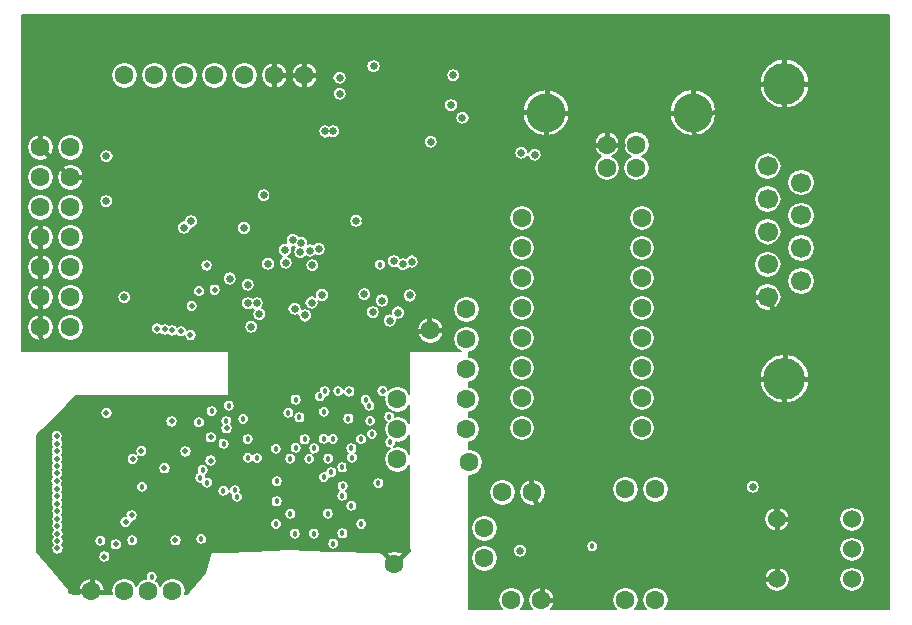
<source format=gbr>
G04 (created by PCBNEW-RS274X (2010-03-14)-final) date Mon 05 Jul 2010 03:41:04 PM EDT*
G01*
G70*
G90*
%MOIN*%
G04 Gerber Fmt 3.4, Leading zero omitted, Abs format*
%FSLAX34Y34*%
G04 APERTURE LIST*
%ADD10C,0.001000*%
%ADD11C,0.063000*%
%ADD12C,0.140000*%
%ADD13C,0.066900*%
%ADD14C,0.129900*%
%ADD15C,0.060000*%
%ADD16C,0.019000*%
%ADD17C,0.025000*%
%ADD18C,0.018000*%
%ADD19C,0.005000*%
%ADD20C,0.015000*%
G04 APERTURE END LIST*
G54D10*
G54D11*
X37400Y-31100D03*
X37400Y-32100D03*
X42100Y-29800D03*
X43100Y-29800D03*
X42100Y-33500D03*
X43100Y-33500D03*
X39000Y-29900D03*
X38000Y-29900D03*
X39300Y-33500D03*
X38300Y-33500D03*
X22600Y-18400D03*
X23600Y-18400D03*
X22600Y-19400D03*
X23600Y-19400D03*
X22600Y-20400D03*
X23600Y-20400D03*
X22600Y-21400D03*
X23600Y-21400D03*
X22600Y-22400D03*
X23600Y-22400D03*
X22600Y-23400D03*
X23600Y-23400D03*
X22600Y-24400D03*
X23600Y-24400D03*
G54D12*
X47400Y-26120D03*
G54D13*
X46841Y-23394D03*
X46841Y-22303D03*
X46841Y-21213D03*
X46841Y-20122D03*
X46841Y-19031D03*
X47959Y-22848D03*
X47959Y-21758D03*
X47959Y-20667D03*
X47959Y-19577D03*
G54D12*
X47400Y-16281D03*
G54D14*
X44341Y-17240D03*
X39459Y-17240D03*
G54D11*
X42463Y-18307D03*
X42463Y-19094D03*
X41479Y-19094D03*
X41479Y-18307D03*
G54D15*
X49650Y-32800D03*
X49650Y-31800D03*
X49650Y-30800D03*
X47150Y-30800D03*
X47150Y-32800D03*
G54D11*
X38650Y-22750D03*
X38650Y-21750D03*
X38650Y-20750D03*
X38650Y-23750D03*
X38650Y-24750D03*
X38650Y-25750D03*
X38650Y-26750D03*
X38650Y-27750D03*
X42650Y-20750D03*
X42650Y-21750D03*
X42650Y-22750D03*
X42650Y-23750D03*
X42650Y-24750D03*
X42650Y-25750D03*
X42650Y-26750D03*
X42650Y-27750D03*
X26200Y-33200D03*
X36800Y-26800D03*
X36800Y-27800D03*
X25400Y-33200D03*
X24300Y-33200D03*
X35600Y-24500D03*
X34500Y-26800D03*
X34500Y-27800D03*
X34500Y-28800D03*
X36800Y-25800D03*
X36800Y-24800D03*
X36800Y-23800D03*
X27000Y-33200D03*
X36900Y-28900D03*
X34400Y-32300D03*
X31400Y-16000D03*
X30400Y-16000D03*
X29400Y-16000D03*
X28400Y-16000D03*
X27400Y-16000D03*
X26400Y-16000D03*
X25400Y-16000D03*
G54D16*
X26996Y-24500D03*
G54D17*
X30753Y-21818D03*
X34384Y-22193D03*
X31264Y-21887D03*
X29893Y-23958D03*
G54D18*
X28708Y-28272D03*
X31406Y-28135D03*
X28695Y-29852D03*
X31723Y-28436D03*
G54D17*
X31982Y-23322D03*
G54D18*
X31232Y-27399D03*
X34258Y-28232D03*
X29511Y-28753D03*
X28882Y-27013D03*
X32038Y-28116D03*
G54D16*
X27281Y-24529D03*
G54D17*
X29509Y-22980D03*
X27619Y-20867D03*
X29385Y-21086D03*
G54D16*
X25436Y-30893D03*
X32894Y-26535D03*
X28803Y-27761D03*
X26744Y-24471D03*
X27881Y-23193D03*
G54D17*
X30184Y-22283D03*
G54D18*
X27930Y-29407D03*
X32346Y-28121D03*
G54D17*
X33395Y-23296D03*
G54D18*
X28151Y-29573D03*
X32862Y-27443D03*
G54D17*
X33680Y-23894D03*
G54D18*
X32074Y-26535D03*
X33916Y-22312D03*
G54D16*
X28140Y-22334D03*
G54D18*
X29151Y-30049D03*
X32967Y-28432D03*
G54D17*
X33986Y-23506D03*
G54D18*
X33440Y-26819D03*
G54D17*
X36284Y-16994D03*
X34240Y-24172D03*
G54D18*
X33559Y-27016D03*
G54D17*
X36664Y-17414D03*
X34516Y-23908D03*
X34672Y-22293D03*
G54D18*
X33283Y-28128D03*
G54D17*
X35609Y-18212D03*
X34969Y-22208D03*
G54D16*
X25958Y-28519D03*
G54D18*
X32984Y-28742D03*
G54D17*
X34906Y-23338D03*
G54D18*
X28309Y-27192D03*
X32963Y-30347D03*
G54D17*
X31070Y-23777D03*
X31872Y-21787D03*
G54D16*
X28272Y-28842D03*
G54D18*
X31109Y-26810D03*
G54D17*
X29622Y-24379D03*
X31576Y-21839D03*
X29519Y-23592D03*
X31009Y-21487D03*
G54D18*
X32521Y-26524D03*
X25653Y-31497D03*
X28800Y-27526D03*
G54D17*
X30776Y-22247D03*
G54D16*
X27596Y-24659D03*
X27644Y-23693D03*
G54D18*
X29077Y-29833D03*
G54D17*
X25395Y-23400D03*
G54D18*
X31106Y-28415D03*
X32046Y-27215D03*
G54D16*
X34002Y-26525D03*
G54D18*
X30864Y-27253D03*
X34224Y-27380D03*
G54D16*
X23164Y-31767D03*
X23139Y-29536D03*
X23148Y-29271D03*
X23150Y-29028D03*
X23148Y-28782D03*
X23147Y-28528D03*
X23145Y-28273D03*
X23144Y-28028D03*
X23163Y-31520D03*
X23162Y-31273D03*
X23160Y-31023D03*
X23159Y-30774D03*
X23158Y-30527D03*
X23156Y-30274D03*
X23155Y-30033D03*
X23146Y-29778D03*
X28279Y-28063D03*
G54D18*
X31914Y-26702D03*
G54D17*
X31421Y-24001D03*
X31661Y-22331D03*
G54D16*
X26732Y-29094D03*
X27434Y-28535D03*
X25112Y-31630D03*
X25638Y-30669D03*
X24798Y-27255D03*
X26970Y-27536D03*
X24726Y-32043D03*
G54D18*
X25983Y-29718D03*
G54D16*
X25676Y-28792D03*
G54D18*
X33645Y-27960D03*
G54D16*
X27109Y-29981D03*
X25984Y-29393D03*
X27996Y-27791D03*
X27602Y-27775D03*
X26490Y-28412D03*
X25151Y-28035D03*
X26430Y-27005D03*
X24776Y-26999D03*
X27331Y-30795D03*
X25322Y-30548D03*
X25759Y-30940D03*
X24900Y-31001D03*
X24228Y-32543D03*
X23455Y-32226D03*
X25893Y-32074D03*
X26902Y-31906D03*
X27898Y-31138D03*
G54D18*
X29153Y-30407D03*
X28031Y-31951D03*
X30132Y-30603D03*
X30497Y-30589D03*
X31398Y-30643D03*
X31722Y-30643D03*
X32658Y-30661D03*
X33002Y-30661D03*
X33662Y-30482D03*
X32292Y-29713D03*
X32673Y-28738D03*
X31893Y-28774D03*
X31247Y-28777D03*
X30449Y-28784D03*
X30135Y-28753D03*
X30477Y-29190D03*
X30469Y-29869D03*
X33649Y-31748D03*
X28464Y-27673D03*
X33796Y-28185D03*
X29211Y-31750D03*
X30772Y-31591D03*
X31747Y-29896D03*
X31254Y-29897D03*
X31003Y-29409D03*
X31429Y-29399D03*
X32655Y-30944D03*
G54D17*
X46702Y-27821D03*
X46340Y-29209D03*
X38039Y-15901D03*
X37799Y-17387D03*
X35709Y-14405D03*
X36587Y-15278D03*
X37639Y-14125D03*
X37794Y-15502D03*
X33706Y-16504D03*
X33506Y-17408D03*
X32088Y-16950D03*
X32799Y-17812D03*
X33245Y-16394D03*
X36353Y-16676D03*
X35147Y-16586D03*
G54D18*
X34616Y-30305D03*
X34175Y-31487D03*
G54D17*
X40152Y-32338D03*
X40148Y-31065D03*
X39866Y-32338D03*
X39862Y-31061D03*
X39300Y-30748D03*
X38798Y-31139D03*
X38305Y-31021D03*
X43517Y-31396D03*
X43517Y-32005D03*
X43200Y-31694D03*
X41097Y-27300D03*
X41097Y-21243D03*
X45097Y-21236D03*
X45030Y-27269D03*
G54D16*
X23452Y-27567D03*
G54D17*
X26108Y-20429D03*
X29100Y-21958D03*
X29804Y-22793D03*
X30346Y-20000D03*
X33426Y-20849D03*
X32723Y-22769D03*
G54D18*
X34653Y-29889D03*
X28601Y-30818D03*
X28273Y-30495D03*
X27987Y-29778D03*
X25393Y-29721D03*
G54D17*
X24395Y-23098D03*
X27903Y-32565D03*
X27688Y-32797D03*
X37821Y-18097D03*
X34633Y-18197D03*
X50391Y-29199D03*
X50389Y-28299D03*
G54D18*
X25704Y-29752D03*
X25582Y-28052D03*
X27392Y-29320D03*
G54D17*
X35450Y-23197D03*
X46345Y-29719D03*
X32574Y-16611D03*
X36355Y-15998D03*
X32571Y-16080D03*
X39074Y-18642D03*
X38632Y-18582D03*
G54D18*
X27965Y-31450D03*
G54D17*
X29815Y-23599D03*
X31293Y-21586D03*
G54D18*
X32357Y-31606D03*
X40986Y-31697D03*
G54D17*
X38585Y-31844D03*
X27384Y-21075D03*
G54D16*
X26487Y-24442D03*
X28409Y-23149D03*
G54D18*
X33291Y-30955D03*
X30476Y-30200D03*
X30926Y-30616D03*
X32182Y-30609D03*
X32294Y-29227D03*
X32187Y-28780D03*
X30445Y-28448D03*
X32043Y-29393D03*
G54D16*
X27098Y-31497D03*
G54D18*
X26303Y-32717D03*
X24598Y-31518D03*
X27885Y-27566D03*
X28005Y-29155D03*
X30452Y-30954D03*
X31080Y-31272D03*
X31712Y-31274D03*
X32667Y-31269D03*
X32661Y-30018D03*
X32668Y-29695D03*
X32662Y-29071D03*
X31556Y-28783D03*
X30924Y-28773D03*
X30480Y-29533D03*
X29823Y-28758D03*
X29508Y-28125D03*
X33586Y-27517D03*
X29356Y-27455D03*
G54D17*
X33702Y-15695D03*
X28908Y-22772D03*
X28908Y-22772D03*
X30040Y-19996D03*
X33123Y-20849D03*
G54D18*
X33859Y-29595D03*
X24797Y-18698D03*
G54D17*
X24790Y-20195D03*
X24797Y-18698D03*
X31636Y-23574D03*
X32099Y-17870D03*
X32354Y-17865D03*
G54D19*
X24900Y-31001D02*
X25402Y-31166D01*
X25402Y-31166D02*
X25759Y-30940D01*
X24900Y-31001D02*
X25322Y-30548D01*
X25322Y-30548D02*
X25393Y-29721D01*
X25984Y-29393D02*
X25393Y-29721D01*
X25984Y-29393D02*
X25345Y-28885D01*
X25345Y-28885D02*
X25151Y-28035D01*
X25151Y-28035D02*
X25190Y-27183D01*
X25190Y-27183D02*
X24776Y-26999D01*
X25190Y-27183D02*
X26430Y-27005D01*
X26430Y-27005D02*
X26490Y-28412D01*
X26490Y-28412D02*
X27602Y-27775D01*
X27602Y-27775D02*
X27996Y-27791D01*
X27996Y-27791D02*
X28464Y-27673D01*
X27109Y-29981D02*
X26991Y-28949D01*
X26991Y-28949D02*
X26490Y-28412D01*
X27109Y-29981D02*
X27331Y-30795D01*
X27331Y-30795D02*
X25759Y-30940D01*
X25759Y-30940D02*
X26074Y-31400D01*
X26074Y-31400D02*
X25893Y-32074D01*
X25893Y-32074D02*
X26902Y-31906D01*
X26902Y-31906D02*
X28031Y-31951D01*
X28031Y-31951D02*
X29211Y-31750D01*
X28031Y-31951D02*
X28227Y-31491D01*
X28227Y-31491D02*
X27902Y-31134D01*
X27898Y-31138D02*
X27331Y-30795D01*
X27898Y-31138D02*
X28601Y-30818D01*
X29153Y-30407D02*
X28955Y-30601D01*
X29153Y-30407D02*
X30132Y-30603D01*
X30132Y-30603D02*
X30297Y-29858D01*
X30297Y-29858D02*
X30469Y-29869D01*
X30297Y-29858D02*
X30297Y-29228D01*
X30297Y-29228D02*
X30477Y-29190D01*
X30477Y-29190D02*
X30449Y-28784D01*
X30449Y-28784D02*
X30135Y-28753D01*
X30135Y-28753D02*
X29900Y-28297D01*
X29900Y-28297D02*
X29223Y-28412D01*
X29223Y-28412D02*
X28658Y-28016D01*
X28658Y-28016D02*
X28464Y-27673D01*
X24900Y-31001D02*
X23792Y-31576D01*
X23792Y-31576D02*
X23455Y-32226D01*
X23455Y-32226D02*
X24228Y-32543D01*
X24228Y-32543D02*
X25557Y-32212D01*
X25557Y-32212D02*
X25893Y-32074D01*
X24776Y-26999D02*
X23452Y-27567D01*
X30477Y-29190D02*
X31003Y-29409D01*
X31003Y-29409D02*
X31429Y-29399D01*
X31429Y-29399D02*
X31247Y-28777D01*
X31429Y-29399D02*
X31893Y-28774D01*
X31893Y-28774D02*
X32152Y-28502D01*
X32152Y-28502D02*
X32673Y-28738D01*
X31747Y-29896D02*
X32292Y-29713D01*
X31429Y-29399D02*
X31747Y-29896D01*
X31398Y-30643D02*
X31722Y-30643D01*
X31722Y-30643D02*
X31747Y-29896D01*
X31722Y-30643D02*
X32336Y-30917D01*
X32336Y-30917D02*
X32655Y-30944D01*
X32655Y-30944D02*
X32658Y-30661D01*
X32658Y-30661D02*
X33002Y-30661D01*
X33002Y-30661D02*
X33662Y-30482D01*
X33662Y-30482D02*
X34616Y-30305D01*
X34616Y-30305D02*
X34175Y-31487D01*
X32292Y-29713D02*
X32859Y-29300D01*
X32859Y-29300D02*
X32817Y-28913D01*
X32817Y-28913D02*
X32673Y-28738D01*
X32859Y-29300D02*
X33650Y-28735D01*
X33650Y-28735D02*
X33796Y-28185D01*
X38305Y-31021D02*
X38798Y-31139D01*
X38798Y-31139D02*
X39300Y-30748D01*
X39300Y-30748D02*
X39862Y-31061D01*
X39862Y-31061D02*
X40148Y-31065D01*
X40148Y-31065D02*
X42160Y-31708D01*
X42160Y-31708D02*
X43200Y-31694D01*
X43200Y-31694D02*
X43517Y-31396D01*
X43200Y-31694D02*
X43517Y-32005D01*
X39862Y-31061D02*
X39866Y-32338D01*
X39866Y-32338D02*
X40152Y-32338D01*
X40152Y-32338D02*
X40148Y-31065D01*
X41097Y-27300D02*
X43326Y-27231D01*
X43326Y-27231D02*
X45030Y-27269D01*
X41097Y-27300D02*
X41097Y-21243D01*
X41097Y-21243D02*
X45097Y-21236D01*
G54D20*
X46841Y-23394D02*
X45840Y-23402D01*
X45840Y-23402D02*
X45097Y-21236D01*
X47400Y-26120D02*
X47402Y-24861D01*
X47402Y-24861D02*
X46841Y-23394D01*
X47400Y-26120D02*
X47431Y-27834D01*
X47431Y-27834D02*
X46702Y-27821D01*
X47400Y-26120D02*
X48661Y-26135D01*
X47400Y-26120D02*
X46157Y-26135D01*
X45097Y-21236D02*
X45967Y-17714D01*
X45967Y-17714D02*
X47387Y-17714D01*
X47387Y-17714D02*
X47400Y-16281D01*
X47400Y-16281D02*
X49071Y-16279D01*
X47400Y-16281D02*
X45615Y-16323D01*
X47400Y-16281D02*
X47373Y-14858D01*
X45615Y-16323D02*
X45630Y-17231D01*
X45630Y-17231D02*
X44341Y-17240D01*
X44341Y-17240D02*
X44356Y-15795D01*
X44341Y-17240D02*
X44370Y-18549D01*
X44341Y-17240D02*
X39459Y-17240D01*
X39459Y-17240D02*
X39508Y-15751D01*
X39459Y-17240D02*
X39464Y-18519D01*
X39459Y-17240D02*
X38395Y-17187D01*
X38395Y-17187D02*
X37799Y-17387D01*
X37799Y-17387D02*
X38039Y-15901D01*
X38039Y-15901D02*
X37794Y-15502D01*
X37794Y-15502D02*
X36587Y-15278D01*
X37639Y-14125D02*
X36587Y-15278D01*
X36587Y-15278D02*
X36740Y-16249D01*
X36740Y-16249D02*
X36353Y-16676D01*
X36353Y-16676D02*
X35147Y-16586D01*
X35147Y-16586D02*
X33706Y-16504D01*
X33706Y-16504D02*
X33506Y-17408D01*
X33706Y-16504D02*
X33245Y-16394D01*
X33245Y-16394D02*
X32873Y-16938D01*
X32873Y-16938D02*
X33506Y-17408D01*
X32873Y-16938D02*
X32088Y-16950D01*
X32799Y-17812D02*
X33506Y-17408D01*
X31400Y-16000D02*
X32112Y-16000D01*
X31400Y-16000D02*
X31394Y-15180D01*
X31400Y-16000D02*
X31394Y-16659D01*
X31394Y-16659D02*
X32088Y-16950D01*
X31400Y-16000D02*
X30400Y-16000D01*
X30400Y-16000D02*
X30398Y-15092D01*
X30400Y-16000D02*
X30398Y-16777D01*
X30200Y-17800D02*
X30398Y-16777D01*
X30200Y-17800D02*
X27513Y-18900D01*
X27513Y-18900D02*
X25988Y-19364D01*
X25988Y-19364D02*
X23600Y-19400D01*
X26108Y-20429D02*
X25988Y-19364D01*
X23600Y-19400D02*
X22600Y-18400D01*
X22600Y-21400D02*
X22600Y-22400D01*
X22600Y-22400D02*
X22600Y-23400D01*
X22600Y-23400D02*
X22600Y-24400D01*
X29100Y-21958D02*
X29929Y-21485D01*
X29929Y-21485D02*
X30346Y-20000D01*
X30346Y-20000D02*
X30200Y-17800D01*
X29100Y-21958D02*
X26567Y-21866D01*
X26567Y-21866D02*
X26108Y-20429D01*
X30346Y-20000D02*
X33409Y-20092D01*
X33409Y-20092D02*
X33426Y-20849D01*
X29900Y-28297D02*
X30479Y-24634D01*
X30479Y-24634D02*
X29804Y-22793D01*
X29804Y-22793D02*
X29100Y-21958D01*
X29804Y-22793D02*
X32723Y-22769D01*
X32723Y-22769D02*
X33251Y-21573D01*
X33251Y-21573D02*
X33426Y-20849D01*
X32723Y-22769D02*
X34720Y-22808D01*
X34720Y-22808D02*
X35450Y-23197D01*
X34400Y-32300D02*
X33978Y-31868D01*
X33978Y-31868D02*
X34175Y-31487D01*
X34400Y-32300D02*
X34847Y-31826D01*
X39300Y-33500D02*
X39304Y-32981D01*
X39304Y-32981D02*
X39866Y-32338D01*
X39300Y-33500D02*
X39987Y-33493D01*
X41479Y-18307D02*
X41474Y-17707D01*
X41479Y-18307D02*
X40753Y-18305D01*
X41479Y-18307D02*
X42004Y-18320D01*
X40753Y-18305D02*
X39464Y-18519D01*
X47150Y-30800D02*
X47150Y-32800D01*
X47150Y-30913D02*
X47098Y-29340D01*
X47098Y-29340D02*
X46340Y-29209D01*
X46340Y-29209D02*
X46702Y-27821D01*
X33649Y-31748D02*
X33978Y-31868D01*
G54D19*
X28601Y-30818D02*
X28955Y-30601D01*
X28273Y-30495D02*
X28601Y-30818D01*
X28273Y-30495D02*
X27987Y-29778D01*
G54D20*
X24395Y-23098D02*
X26567Y-21866D01*
X30772Y-31591D02*
X29211Y-31750D01*
X30772Y-31591D02*
X30705Y-30907D01*
X30705Y-30907D02*
X30497Y-30589D01*
X30497Y-30589D02*
X30132Y-30603D01*
X30705Y-30907D02*
X31319Y-30891D01*
X31319Y-30891D02*
X31398Y-30643D01*
G54D19*
X27903Y-32565D02*
X28031Y-31951D01*
G54D20*
X33506Y-17408D02*
X34633Y-18197D01*
X35709Y-14405D02*
X36587Y-15278D01*
X47150Y-30800D02*
X47953Y-30813D01*
X47953Y-30813D02*
X49348Y-30001D01*
X49348Y-30001D02*
X50391Y-29199D01*
X50391Y-29199D02*
X50389Y-28299D01*
G54D19*
X27987Y-29778D02*
X27392Y-29320D01*
G54D20*
X24300Y-33200D02*
X24309Y-32658D01*
X24309Y-32658D02*
X24228Y-32543D01*
X24300Y-33200D02*
X24868Y-33209D01*
X24300Y-33200D02*
X23582Y-33197D01*
X22600Y-21400D02*
X22597Y-20925D01*
X22600Y-18400D02*
X22603Y-17565D01*
X47098Y-29340D02*
X47150Y-30800D01*
X47150Y-32800D02*
X46321Y-32800D01*
X39000Y-29900D02*
X39300Y-30748D01*
X39000Y-29900D02*
X38911Y-28829D01*
X38911Y-28829D02*
X41097Y-27300D01*
X41097Y-21243D02*
X38016Y-21242D01*
X38016Y-21242D02*
X35450Y-23197D01*
X35450Y-23197D02*
X35600Y-24500D01*
X35600Y-24500D02*
X34758Y-24549D01*
X35600Y-24500D02*
X36320Y-24475D01*
X22600Y-24400D02*
X22612Y-25076D01*
X22612Y-25076D02*
X24506Y-24990D01*
X24506Y-24990D02*
X24395Y-23098D01*
G54D10*
G36*
X50041Y-32638D02*
X50041Y-31962D01*
X50900Y-32975D01*
X50041Y-32638D01*
X50041Y-32638D01*
G37*
G54D19*
X50041Y-32638D02*
X50041Y-31962D01*
X50900Y-32975D01*
X50041Y-32638D01*
G54D10*
G36*
X50073Y-30800D02*
X50041Y-30638D01*
X50900Y-31073D01*
X50073Y-30800D01*
X50073Y-30800D01*
G37*
G54D19*
X50073Y-30800D02*
X50041Y-30638D01*
X50900Y-31073D01*
X50073Y-30800D01*
G54D10*
G36*
X50139Y-29675D02*
X50139Y-28025D01*
X50900Y-28850D01*
X50139Y-29675D01*
X50139Y-29675D01*
G37*
G54D19*
X50139Y-29675D02*
X50139Y-28025D01*
X50900Y-28850D01*
X50139Y-29675D01*
G54D10*
G36*
X50139Y-28025D02*
X50139Y-26375D01*
X50900Y-27200D01*
X50139Y-28025D01*
X50139Y-28025D01*
G37*
G54D19*
X50139Y-28025D02*
X50139Y-26375D01*
X50900Y-27200D01*
X50139Y-28025D01*
G54D10*
G36*
X50139Y-23075D02*
X50900Y-22250D01*
X50900Y-23075D01*
X50139Y-23075D01*
X50139Y-23075D01*
G37*
G54D19*
X50139Y-23075D02*
X50900Y-22250D01*
X50900Y-23075D01*
X50139Y-23075D01*
G54D10*
G36*
X50139Y-21425D02*
X50900Y-20600D01*
X50900Y-21425D01*
X50139Y-21425D01*
X50139Y-21425D01*
G37*
G54D19*
X50139Y-21425D02*
X50900Y-20600D01*
X50900Y-21425D01*
X50139Y-21425D01*
G54D10*
G36*
X50139Y-19775D02*
X50900Y-18950D01*
X50900Y-19775D01*
X50139Y-19775D01*
X50139Y-19775D01*
G37*
G54D19*
X50139Y-19775D02*
X50900Y-18950D01*
X50900Y-19775D01*
X50139Y-19775D01*
G54D10*
G36*
X50139Y-18125D02*
X50900Y-17300D01*
X50900Y-18125D01*
X50139Y-18125D01*
X50139Y-18125D01*
G37*
G54D19*
X50139Y-18125D02*
X50900Y-17300D01*
X50900Y-18125D01*
X50139Y-18125D01*
G54D10*
G36*
X50139Y-16475D02*
X50900Y-14825D01*
X50900Y-16475D01*
X50139Y-16475D01*
X50139Y-16475D01*
G37*
G54D19*
X50139Y-16475D02*
X50900Y-14825D01*
X50900Y-16475D01*
X50139Y-16475D01*
G54D10*
G36*
X50139Y-14825D02*
X50900Y-14000D01*
X50900Y-14825D01*
X50139Y-14825D01*
X50139Y-14825D01*
G37*
G54D19*
X50139Y-14825D02*
X50900Y-14000D01*
X50900Y-14825D01*
X50139Y-14825D01*
G54D10*
G36*
X50139Y-24725D02*
X48618Y-26375D01*
X48618Y-24725D01*
X50139Y-24725D01*
X50139Y-24725D01*
G37*
G54D19*
X50139Y-24725D02*
X48618Y-26375D01*
X48618Y-24725D01*
X50139Y-24725D01*
G54D10*
G36*
X50139Y-32975D02*
X50073Y-32800D01*
X50900Y-32975D01*
X50139Y-32975D01*
X50139Y-32975D01*
G37*
G54D19*
X50139Y-32975D02*
X50073Y-32800D01*
X50900Y-32975D01*
X50139Y-32975D01*
G54D10*
G36*
X50900Y-31553D02*
X50139Y-31325D01*
X50900Y-31073D01*
X50900Y-31553D01*
X50900Y-31553D01*
G37*
G54D19*
X50900Y-31553D02*
X50139Y-31325D01*
X50900Y-31073D01*
X50900Y-31553D01*
G54D10*
G36*
X48618Y-29675D02*
X48618Y-28025D01*
X50139Y-28025D01*
X48618Y-29675D01*
X48618Y-29675D01*
G37*
G54D19*
X48618Y-29675D02*
X48618Y-28025D01*
X50139Y-28025D01*
X48618Y-29675D01*
G54D10*
G36*
X48618Y-28025D02*
X48618Y-26375D01*
X50139Y-26375D01*
X48618Y-28025D01*
X48618Y-28025D01*
G37*
G54D19*
X48618Y-28025D02*
X48618Y-26375D01*
X50139Y-26375D01*
X48618Y-28025D01*
G54D10*
G36*
X50900Y-23075D02*
X50900Y-23900D01*
X50139Y-23075D01*
X50900Y-23075D01*
X50900Y-23075D01*
G37*
G54D19*
X50900Y-23075D02*
X50900Y-23900D01*
X50139Y-23075D01*
X50900Y-23075D01*
G54D10*
G36*
X50139Y-24725D02*
X48618Y-24725D01*
X50139Y-23075D01*
X50139Y-24725D01*
X50139Y-24725D01*
G37*
G54D19*
X50139Y-24725D02*
X48618Y-24725D01*
X50139Y-23075D01*
X50139Y-24725D01*
G54D10*
G36*
X50900Y-21425D02*
X50900Y-22250D01*
X50139Y-21425D01*
X50900Y-21425D01*
X50900Y-21425D01*
G37*
G54D19*
X50900Y-21425D02*
X50900Y-22250D01*
X50139Y-21425D01*
X50900Y-21425D01*
G54D10*
G36*
X48618Y-23075D02*
X48384Y-22672D01*
X50139Y-23075D01*
X48618Y-23075D01*
X48618Y-23075D01*
G37*
G54D19*
X48618Y-23075D02*
X48384Y-22672D01*
X50139Y-23075D01*
X48618Y-23075D01*
G54D10*
G36*
X50900Y-19775D02*
X50900Y-20600D01*
X50139Y-19775D01*
X50900Y-19775D01*
X50900Y-19775D01*
G37*
G54D19*
X50900Y-19775D02*
X50900Y-20600D01*
X50139Y-19775D01*
X50900Y-19775D01*
G54D10*
G36*
X48618Y-21425D02*
X48419Y-20667D01*
X50139Y-21425D01*
X48618Y-21425D01*
X48618Y-21425D01*
G37*
G54D19*
X48618Y-21425D02*
X48419Y-20667D01*
X50139Y-21425D01*
X48618Y-21425D01*
G54D10*
G36*
X50900Y-18125D02*
X50900Y-18950D01*
X50139Y-18125D01*
X50900Y-18125D01*
X50900Y-18125D01*
G37*
G54D19*
X50900Y-18125D02*
X50900Y-18950D01*
X50139Y-18125D01*
X50900Y-18125D01*
G54D10*
G36*
X48618Y-19775D02*
X48384Y-19401D01*
X50139Y-19775D01*
X48618Y-19775D01*
X48618Y-19775D01*
G37*
G54D19*
X48618Y-19775D02*
X48384Y-19401D01*
X50139Y-19775D01*
X48618Y-19775D01*
G54D10*
G36*
X50900Y-16475D02*
X50900Y-17300D01*
X50139Y-16475D01*
X50900Y-16475D01*
X50900Y-16475D01*
G37*
G54D19*
X50900Y-16475D02*
X50900Y-17300D01*
X50139Y-16475D01*
X50900Y-16475D01*
G54D10*
G36*
X50139Y-18125D02*
X48618Y-18125D01*
X50139Y-16475D01*
X50139Y-18125D01*
X50139Y-18125D01*
G37*
G54D19*
X50139Y-18125D02*
X48618Y-18125D01*
X50139Y-16475D01*
X50139Y-18125D01*
G54D10*
G36*
X50139Y-14825D02*
X50900Y-14825D01*
X50139Y-16475D01*
X50139Y-14825D01*
X50139Y-14825D01*
G37*
G54D19*
X50139Y-14825D02*
X50900Y-14825D01*
X50139Y-16475D01*
X50139Y-14825D01*
G54D10*
G36*
X50139Y-16475D02*
X48618Y-16475D01*
X50139Y-14825D01*
X50139Y-16475D01*
X50139Y-16475D01*
G37*
G54D19*
X50139Y-16475D02*
X48618Y-16475D01*
X50139Y-14825D01*
X50139Y-16475D01*
G54D10*
G36*
X50139Y-14825D02*
X48618Y-14825D01*
X50139Y-14000D01*
X50139Y-14825D01*
X50139Y-14825D01*
G37*
G54D19*
X50139Y-14825D02*
X48618Y-14825D01*
X50139Y-14000D01*
X50139Y-14825D01*
G54D10*
G36*
X50139Y-28025D02*
X50139Y-29675D01*
X48618Y-29675D01*
X50139Y-28025D01*
X50139Y-28025D01*
G37*
G54D19*
X50139Y-28025D02*
X50139Y-29675D01*
X48618Y-29675D01*
X50139Y-28025D01*
G54D10*
G36*
X50139Y-26375D02*
X50139Y-28025D01*
X48618Y-28025D01*
X50139Y-26375D01*
X50139Y-26375D01*
G37*
G54D19*
X50139Y-26375D02*
X50139Y-28025D01*
X48618Y-28025D01*
X50139Y-26375D01*
G54D10*
G36*
X47097Y-31325D02*
X46851Y-32501D01*
X46851Y-31099D01*
X47097Y-31325D01*
X47097Y-31325D01*
G37*
G54D19*
X47097Y-31325D02*
X46851Y-32501D01*
X46851Y-31099D01*
X47097Y-31325D01*
G54D10*
G36*
X50139Y-24725D02*
X50139Y-26375D01*
X48618Y-26375D01*
X50139Y-24725D01*
X50139Y-24725D01*
G37*
G54D19*
X50139Y-24725D02*
X50139Y-26375D01*
X48618Y-26375D01*
X50139Y-24725D01*
G54D10*
G36*
X47097Y-29675D02*
X47097Y-28025D01*
X48618Y-28025D01*
X47097Y-29675D01*
X47097Y-29675D01*
G37*
G54D19*
X47097Y-29675D02*
X47097Y-28025D01*
X48618Y-28025D01*
X47097Y-29675D01*
G54D10*
G36*
X50139Y-23075D02*
X48618Y-24725D01*
X48618Y-23075D01*
X50139Y-23075D01*
X50139Y-23075D01*
G37*
G54D19*
X50139Y-23075D02*
X48618Y-24725D01*
X48618Y-23075D01*
X50139Y-23075D01*
G54D10*
G36*
X47097Y-24725D02*
X47166Y-23719D01*
X48618Y-24725D01*
X47097Y-24725D01*
X47097Y-24725D01*
G37*
G54D19*
X47097Y-24725D02*
X47166Y-23719D01*
X48618Y-24725D01*
X47097Y-24725D01*
G54D10*
G36*
X48384Y-22672D02*
X48384Y-21934D01*
X50139Y-23075D01*
X48384Y-22672D01*
X48384Y-22672D01*
G37*
G54D19*
X48384Y-22672D02*
X48384Y-21934D01*
X50139Y-23075D01*
X48384Y-22672D01*
G54D10*
G36*
X50139Y-19775D02*
X50139Y-21425D01*
X48419Y-20667D01*
X50139Y-19775D01*
X50139Y-19775D01*
G37*
G54D19*
X50139Y-19775D02*
X50139Y-21425D01*
X48419Y-20667D01*
X50139Y-19775D01*
G54D10*
G36*
X50139Y-18125D02*
X50139Y-19775D01*
X48384Y-19401D01*
X50139Y-18125D01*
X50139Y-18125D01*
G37*
G54D19*
X50139Y-18125D02*
X50139Y-19775D01*
X48384Y-19401D01*
X50139Y-18125D01*
G54D10*
G36*
X48618Y-19775D02*
X48284Y-20342D01*
X48284Y-19902D01*
X48618Y-19775D01*
X48618Y-19775D01*
G37*
G54D19*
X48618Y-19775D02*
X48284Y-20342D01*
X48284Y-19902D01*
X48618Y-19775D01*
G54D10*
G36*
X50139Y-16475D02*
X48618Y-18125D01*
X48618Y-16475D01*
X50139Y-16475D01*
X50139Y-16475D01*
G37*
G54D19*
X50139Y-16475D02*
X48618Y-18125D01*
X48618Y-16475D01*
X50139Y-16475D01*
G54D10*
G36*
X45576Y-18125D02*
X46801Y-16880D01*
X47097Y-18125D01*
X45576Y-18125D01*
X45576Y-18125D01*
G37*
G54D19*
X45576Y-18125D02*
X46801Y-16880D01*
X47097Y-18125D01*
X45576Y-18125D01*
G54D10*
G36*
X50139Y-14825D02*
X48618Y-16475D01*
X48618Y-14825D01*
X50139Y-14825D01*
X50139Y-14825D01*
G37*
G54D19*
X50139Y-14825D02*
X48618Y-16475D01*
X48618Y-14825D01*
X50139Y-14825D01*
G54D10*
G36*
X48618Y-18125D02*
X47999Y-16880D01*
X48618Y-16475D01*
X48618Y-18125D01*
X48618Y-18125D01*
G37*
G54D19*
X48618Y-18125D02*
X47999Y-16880D01*
X48618Y-16475D01*
X48618Y-18125D01*
G54D10*
G36*
X48618Y-14825D02*
X47097Y-14825D01*
X48618Y-14000D01*
X48618Y-14825D01*
X48618Y-14825D01*
G37*
G54D19*
X48618Y-14825D02*
X47097Y-14825D01*
X48618Y-14000D01*
X48618Y-14825D01*
G54D10*
G36*
X48618Y-28025D02*
X48618Y-29675D01*
X47097Y-29675D01*
X48618Y-28025D01*
X48618Y-28025D01*
G37*
G54D19*
X48618Y-28025D02*
X48618Y-29675D01*
X47097Y-29675D01*
X48618Y-28025D01*
G54D10*
G36*
X45576Y-28025D02*
X46801Y-26719D01*
X47097Y-28025D01*
X45576Y-28025D01*
X45576Y-28025D01*
G37*
G54D19*
X45576Y-28025D02*
X46801Y-26719D01*
X47097Y-28025D01*
X45576Y-28025D01*
G54D10*
G36*
X48247Y-26120D02*
X48183Y-25796D01*
X48618Y-26375D01*
X48247Y-26120D01*
X48247Y-26120D01*
G37*
G54D19*
X48247Y-26120D02*
X48183Y-25796D01*
X48618Y-26375D01*
X48247Y-26120D01*
G54D10*
G36*
X47097Y-29675D02*
X46513Y-29551D01*
X47097Y-28025D01*
X47097Y-29675D01*
X47097Y-29675D01*
G37*
G54D19*
X47097Y-29675D02*
X46513Y-29551D01*
X47097Y-28025D01*
X47097Y-29675D01*
G54D10*
G36*
X48618Y-23075D02*
X48618Y-24725D01*
X48284Y-23173D01*
X48618Y-23075D01*
X48618Y-23075D01*
G37*
G54D19*
X48618Y-23075D02*
X48618Y-24725D01*
X48284Y-23173D01*
X48618Y-23075D01*
G54D10*
G36*
X48618Y-24725D02*
X47724Y-25337D01*
X47097Y-24725D01*
X48618Y-24725D01*
X48618Y-24725D01*
G37*
G54D19*
X48618Y-24725D02*
X47724Y-25337D01*
X47097Y-24725D01*
X48618Y-24725D01*
G54D10*
G36*
X46841Y-22934D02*
X47017Y-22728D01*
X47017Y-22969D01*
X46841Y-22934D01*
X46841Y-22934D01*
G37*
G54D19*
X46841Y-22934D02*
X47017Y-22728D01*
X47017Y-22969D01*
X46841Y-22934D01*
G54D10*
G36*
X45576Y-24725D02*
X44055Y-26375D01*
X44055Y-24725D01*
X45576Y-24725D01*
X45576Y-24725D01*
G37*
G54D19*
X45576Y-24725D02*
X44055Y-26375D01*
X44055Y-24725D01*
X45576Y-24725D01*
G54D10*
G36*
X44055Y-32975D02*
X44055Y-31325D01*
X45576Y-31325D01*
X44055Y-32975D01*
X44055Y-32975D01*
G37*
G54D19*
X44055Y-32975D02*
X44055Y-31325D01*
X45576Y-31325D01*
X44055Y-32975D01*
G54D10*
G36*
X44055Y-31325D02*
X44055Y-29675D01*
X45576Y-29675D01*
X44055Y-31325D01*
X44055Y-31325D01*
G37*
G54D19*
X44055Y-31325D02*
X44055Y-29675D01*
X45576Y-29675D01*
X44055Y-31325D01*
G54D10*
G36*
X44055Y-29675D02*
X44055Y-28025D01*
X45576Y-28025D01*
X44055Y-29675D01*
X44055Y-29675D01*
G37*
G54D19*
X44055Y-29675D02*
X44055Y-28025D01*
X45576Y-28025D01*
X44055Y-29675D01*
G54D10*
G36*
X44055Y-28025D02*
X44055Y-26375D01*
X45576Y-26375D01*
X44055Y-28025D01*
X44055Y-28025D01*
G37*
G54D19*
X44055Y-28025D02*
X44055Y-26375D01*
X45576Y-26375D01*
X44055Y-28025D01*
G54D10*
G36*
X45576Y-24725D02*
X44055Y-24725D01*
X45576Y-23075D01*
X45576Y-24725D01*
X45576Y-24725D01*
G37*
G54D19*
X45576Y-24725D02*
X44055Y-24725D01*
X45576Y-23075D01*
X45576Y-24725D01*
G54D10*
G36*
X45576Y-23075D02*
X44055Y-23075D01*
X45576Y-21425D01*
X45576Y-23075D01*
X45576Y-23075D01*
G37*
G54D19*
X45576Y-23075D02*
X44055Y-23075D01*
X45576Y-21425D01*
X45576Y-23075D01*
G54D10*
G36*
X45576Y-21425D02*
X44055Y-21425D01*
X45576Y-19775D01*
X45576Y-21425D01*
X45576Y-21425D01*
G37*
G54D19*
X45576Y-21425D02*
X44055Y-21425D01*
X45576Y-19775D01*
X45576Y-21425D01*
G54D10*
G36*
X44055Y-19775D02*
X44645Y-17973D01*
X45576Y-19775D01*
X44055Y-19775D01*
X44055Y-19775D01*
G37*
G54D19*
X44055Y-19775D02*
X44645Y-17973D01*
X45576Y-19775D01*
X44055Y-19775D01*
G54D10*
G36*
X45576Y-18125D02*
X45576Y-19775D01*
X44645Y-17973D01*
X45576Y-18125D01*
X45576Y-18125D01*
G37*
G54D19*
X45576Y-18125D02*
X45576Y-19775D01*
X44645Y-17973D01*
X45576Y-18125D01*
G54D10*
G36*
X48618Y-14825D02*
X47724Y-15498D01*
X47097Y-14825D01*
X48618Y-14825D01*
X48618Y-14825D01*
G37*
G54D19*
X48618Y-14825D02*
X47724Y-15498D01*
X47097Y-14825D01*
X48618Y-14825D01*
G54D10*
G36*
X45576Y-16475D02*
X45134Y-17240D01*
X45074Y-16936D01*
X45576Y-16475D01*
X45576Y-16475D01*
G37*
G54D19*
X45576Y-16475D02*
X45134Y-17240D01*
X45074Y-16936D01*
X45576Y-16475D01*
G54D10*
G36*
X45576Y-14000D02*
X45576Y-14825D01*
X44816Y-14000D01*
X45576Y-14000D01*
X45576Y-14000D01*
G37*
G54D19*
X45576Y-14000D02*
X45576Y-14825D01*
X44816Y-14000D01*
X45576Y-14000D01*
G54D10*
G36*
X44055Y-26375D02*
X43089Y-25750D01*
X44055Y-24725D01*
X44055Y-26375D01*
X44055Y-26375D01*
G37*
G54D19*
X44055Y-26375D02*
X43089Y-25750D01*
X44055Y-24725D01*
X44055Y-26375D01*
G54D10*
G36*
X45576Y-31325D02*
X45576Y-32975D01*
X44055Y-32975D01*
X45576Y-31325D01*
X45576Y-31325D01*
G37*
G54D19*
X45576Y-31325D02*
X45576Y-32975D01*
X44055Y-32975D01*
X45576Y-31325D01*
G54D10*
G36*
X45576Y-29675D02*
X45576Y-31325D01*
X44055Y-31325D01*
X45576Y-29675D01*
X45576Y-29675D01*
G37*
G54D19*
X45576Y-29675D02*
X45576Y-31325D01*
X44055Y-31325D01*
X45576Y-29675D01*
G54D10*
G36*
X45576Y-28025D02*
X45576Y-29675D01*
X44055Y-29675D01*
X45576Y-28025D01*
X45576Y-28025D01*
G37*
G54D19*
X45576Y-28025D02*
X45576Y-29675D01*
X44055Y-29675D01*
X45576Y-28025D01*
G54D10*
G36*
X44055Y-31325D02*
X43100Y-33061D01*
X42534Y-31325D01*
X44055Y-31325D01*
X44055Y-31325D01*
G37*
G54D19*
X44055Y-31325D02*
X43100Y-33061D01*
X42534Y-31325D01*
X44055Y-31325D01*
G54D10*
G36*
X45576Y-26375D02*
X45576Y-28025D01*
X44055Y-28025D01*
X45576Y-26375D01*
X45576Y-26375D01*
G37*
G54D19*
X45576Y-26375D02*
X45576Y-28025D01*
X44055Y-28025D01*
X45576Y-26375D01*
G54D10*
G36*
X41013Y-31325D02*
X41932Y-30205D01*
X42534Y-31325D01*
X41013Y-31325D01*
X41013Y-31325D01*
G37*
G54D19*
X41013Y-31325D02*
X41932Y-30205D01*
X42534Y-31325D01*
X41013Y-31325D01*
G54D10*
G36*
X45576Y-24725D02*
X45576Y-26375D01*
X44055Y-26375D01*
X45576Y-24725D01*
X45576Y-24725D01*
G37*
G54D19*
X45576Y-24725D02*
X45576Y-26375D01*
X44055Y-26375D01*
X45576Y-24725D01*
G54D10*
G36*
X44055Y-29675D02*
X43410Y-29490D01*
X44055Y-28025D01*
X44055Y-29675D01*
X44055Y-29675D01*
G37*
G54D19*
X44055Y-29675D02*
X43410Y-29490D01*
X44055Y-28025D01*
X44055Y-29675D01*
G54D10*
G36*
X45576Y-23075D02*
X44055Y-24725D01*
X44055Y-23075D01*
X45576Y-23075D01*
X45576Y-23075D01*
G37*
G54D19*
X45576Y-23075D02*
X44055Y-24725D01*
X44055Y-23075D01*
X45576Y-23075D01*
G54D10*
G36*
X45576Y-21425D02*
X44055Y-23075D01*
X44055Y-21425D01*
X45576Y-21425D01*
X45576Y-21425D01*
G37*
G54D19*
X45576Y-21425D02*
X44055Y-23075D01*
X44055Y-21425D01*
X45576Y-21425D01*
G54D10*
G36*
X41013Y-23075D02*
X41013Y-21425D01*
X42245Y-22582D01*
X41013Y-23075D01*
X41013Y-23075D01*
G37*
G54D19*
X41013Y-23075D02*
X41013Y-21425D01*
X42245Y-22582D01*
X41013Y-23075D01*
G54D10*
G36*
X45576Y-19775D02*
X44055Y-21425D01*
X44055Y-19775D01*
X45576Y-19775D01*
X45576Y-19775D01*
G37*
G54D19*
X45576Y-19775D02*
X44055Y-21425D01*
X44055Y-19775D01*
X45576Y-19775D01*
G54D10*
G36*
X44055Y-18125D02*
X44341Y-18033D01*
X44055Y-19775D01*
X44055Y-18125D01*
X44055Y-18125D01*
G37*
G54D19*
X44055Y-18125D02*
X44341Y-18033D01*
X44055Y-19775D01*
X44055Y-18125D01*
G54D10*
G36*
X42773Y-18617D02*
X42868Y-18475D01*
X42773Y-18784D01*
X42773Y-18617D01*
X42773Y-18617D01*
G37*
G54D19*
X42773Y-18617D02*
X42868Y-18475D01*
X42773Y-18784D01*
X42773Y-18617D01*
G54D10*
G36*
X44055Y-18125D02*
X42902Y-18307D01*
X43780Y-17801D01*
X44055Y-18125D01*
X44055Y-18125D01*
G37*
G54D19*
X44055Y-18125D02*
X42902Y-18307D01*
X43780Y-17801D01*
X44055Y-18125D01*
G54D10*
G36*
X45576Y-14825D02*
X44645Y-16507D01*
X44055Y-14825D01*
X45576Y-14825D01*
X45576Y-14825D01*
G37*
G54D19*
X45576Y-14825D02*
X44645Y-16507D01*
X44055Y-14825D01*
X45576Y-14825D01*
G54D10*
G36*
X44055Y-16475D02*
X42534Y-16475D01*
X44055Y-14825D01*
X44055Y-16475D01*
X44055Y-16475D01*
G37*
G54D19*
X44055Y-16475D02*
X42534Y-16475D01*
X44055Y-14825D01*
X44055Y-16475D01*
G54D10*
G36*
X44055Y-14000D02*
X44055Y-14825D01*
X43295Y-14000D01*
X44055Y-14000D01*
X44055Y-14000D01*
G37*
G54D19*
X44055Y-14000D02*
X44055Y-14825D01*
X43295Y-14000D01*
X44055Y-14000D01*
G54D10*
G36*
X44055Y-32975D02*
X43539Y-33500D01*
X43505Y-33332D01*
X44055Y-32975D01*
X44055Y-32975D01*
G37*
G54D19*
X44055Y-32975D02*
X43539Y-33500D01*
X43505Y-33332D01*
X44055Y-32975D01*
G54D10*
G36*
X39492Y-32975D02*
X40844Y-31839D01*
X41013Y-32975D01*
X39492Y-32975D01*
X39492Y-32975D01*
G37*
G54D19*
X39492Y-32975D02*
X40844Y-31839D01*
X41013Y-32975D01*
X39492Y-32975D01*
G54D10*
G36*
X41013Y-24725D02*
X42211Y-25750D01*
X41013Y-26375D01*
X41013Y-24725D01*
X41013Y-24725D01*
G37*
G54D19*
X41013Y-24725D02*
X42211Y-25750D01*
X41013Y-26375D01*
X41013Y-24725D01*
G54D10*
G36*
X42482Y-23155D02*
X42650Y-23189D01*
X42650Y-23311D01*
X42482Y-23155D01*
X42482Y-23155D01*
G37*
G54D19*
X42482Y-23155D02*
X42650Y-23189D01*
X42650Y-23311D01*
X42482Y-23155D01*
G54D10*
G36*
X44055Y-23075D02*
X43055Y-22582D01*
X44055Y-21425D01*
X44055Y-23075D01*
X44055Y-23075D01*
G37*
G54D19*
X44055Y-23075D02*
X43055Y-22582D01*
X44055Y-21425D01*
X44055Y-23075D01*
G54D10*
G36*
X44055Y-19775D02*
X44055Y-21425D01*
X43089Y-20750D01*
X44055Y-19775D01*
X44055Y-19775D01*
G37*
G54D19*
X44055Y-19775D02*
X44055Y-21425D01*
X43089Y-20750D01*
X44055Y-19775D01*
G54D10*
G36*
X44055Y-14825D02*
X42534Y-16475D01*
X42534Y-14825D01*
X44055Y-14825D01*
X44055Y-14825D01*
G37*
G54D19*
X44055Y-14825D02*
X42534Y-16475D01*
X42534Y-14825D01*
X44055Y-14825D01*
G54D10*
G36*
X42534Y-16475D02*
X41013Y-16475D01*
X42534Y-14825D01*
X42534Y-16475D01*
X42534Y-16475D01*
G37*
G54D19*
X42534Y-16475D02*
X41013Y-16475D01*
X42534Y-14825D01*
X42534Y-16475D01*
G54D10*
G36*
X41013Y-24725D02*
X39492Y-26375D01*
X39492Y-24725D01*
X41013Y-24725D01*
X41013Y-24725D01*
G37*
G54D19*
X41013Y-24725D02*
X39492Y-26375D01*
X39492Y-24725D01*
X41013Y-24725D01*
G54D10*
G36*
X41013Y-29675D02*
X41013Y-31325D01*
X39405Y-30068D01*
X41013Y-29675D01*
X41013Y-29675D01*
G37*
G54D19*
X41013Y-29675D02*
X41013Y-31325D01*
X39405Y-30068D01*
X41013Y-29675D01*
G54D10*
G36*
X39492Y-29675D02*
X39492Y-28025D01*
X41013Y-28025D01*
X39492Y-29675D01*
X39492Y-29675D01*
G37*
G54D19*
X39492Y-29675D02*
X39492Y-28025D01*
X41013Y-28025D01*
X39492Y-29675D01*
G54D10*
G36*
X39492Y-28025D02*
X39492Y-26375D01*
X41013Y-26375D01*
X39492Y-28025D01*
X39492Y-28025D01*
G37*
G54D19*
X39492Y-28025D02*
X39492Y-26375D01*
X41013Y-26375D01*
X39492Y-28025D01*
G54D10*
G36*
X41013Y-24725D02*
X39492Y-24725D01*
X41013Y-23075D01*
X41013Y-24725D01*
X41013Y-24725D01*
G37*
G54D19*
X41013Y-24725D02*
X39492Y-24725D01*
X41013Y-23075D01*
X41013Y-24725D01*
G54D10*
G36*
X41013Y-23075D02*
X39492Y-23075D01*
X41013Y-21425D01*
X41013Y-23075D01*
X41013Y-23075D01*
G37*
G54D19*
X41013Y-23075D02*
X39492Y-23075D01*
X41013Y-21425D01*
X41013Y-23075D01*
G54D10*
G36*
X41013Y-21425D02*
X39492Y-21425D01*
X41013Y-19775D01*
X41013Y-21425D01*
X41013Y-21425D01*
G37*
G54D19*
X41013Y-21425D02*
X39492Y-21425D01*
X41013Y-19775D01*
X41013Y-21425D01*
G54D10*
G36*
X42295Y-17902D02*
X41647Y-17902D01*
X42534Y-16475D01*
X42295Y-17902D01*
X42295Y-17902D01*
G37*
G54D19*
X42295Y-17902D02*
X41647Y-17902D01*
X42534Y-16475D01*
X42295Y-17902D01*
G54D10*
G36*
X42534Y-14825D02*
X41013Y-16475D01*
X41013Y-14825D01*
X42534Y-14825D01*
X42534Y-14825D01*
G37*
G54D19*
X42534Y-14825D02*
X41013Y-16475D01*
X41013Y-14825D01*
X42534Y-14825D01*
G54D10*
G36*
X41013Y-16475D02*
X39763Y-16507D01*
X41013Y-14825D01*
X41013Y-16475D01*
X41013Y-16475D01*
G37*
G54D19*
X41013Y-16475D02*
X39763Y-16507D01*
X41013Y-14825D01*
X41013Y-16475D01*
G54D10*
G36*
X39492Y-26375D02*
X39089Y-25750D01*
X39492Y-24725D01*
X39492Y-26375D01*
X39492Y-26375D01*
G37*
G54D19*
X39492Y-26375D02*
X39089Y-25750D01*
X39492Y-24725D01*
X39492Y-26375D01*
G54D10*
G36*
X39492Y-31325D02*
X39405Y-30068D01*
X41013Y-31325D01*
X39492Y-31325D01*
X39492Y-31325D01*
G37*
G54D19*
X39492Y-31325D02*
X39405Y-30068D01*
X41013Y-31325D01*
X39492Y-31325D01*
G54D10*
G36*
X41013Y-28025D02*
X41013Y-29675D01*
X39492Y-29675D01*
X41013Y-28025D01*
X41013Y-28025D01*
G37*
G54D19*
X41013Y-28025D02*
X41013Y-29675D01*
X39492Y-29675D01*
X41013Y-28025D01*
G54D10*
G36*
X41013Y-26375D02*
X41013Y-28025D01*
X39492Y-28025D01*
X41013Y-26375D01*
X41013Y-26375D01*
G37*
G54D19*
X41013Y-26375D02*
X41013Y-28025D01*
X39492Y-28025D01*
X41013Y-26375D01*
G54D10*
G36*
X37839Y-31100D02*
X37805Y-30932D01*
X37971Y-31325D01*
X37839Y-31100D01*
X37839Y-31100D01*
G37*
G54D19*
X37839Y-31100D02*
X37805Y-30932D01*
X37971Y-31325D01*
X37839Y-31100D01*
G54D10*
G36*
X41013Y-24725D02*
X41013Y-26375D01*
X39492Y-26375D01*
X41013Y-24725D01*
X41013Y-24725D01*
G37*
G54D19*
X41013Y-24725D02*
X41013Y-26375D01*
X39492Y-26375D01*
X41013Y-24725D01*
G54D10*
G36*
X41013Y-23075D02*
X39492Y-24725D01*
X39492Y-23075D01*
X41013Y-23075D01*
X41013Y-23075D01*
G37*
G54D19*
X41013Y-23075D02*
X39492Y-24725D01*
X39492Y-23075D01*
X41013Y-23075D01*
G54D10*
G36*
X39492Y-24725D02*
X39089Y-24750D01*
X39055Y-24582D01*
X39492Y-24725D01*
X39492Y-24725D01*
G37*
G54D19*
X39492Y-24725D02*
X39089Y-24750D01*
X39055Y-24582D01*
X39492Y-24725D01*
G54D10*
G36*
X41013Y-21425D02*
X39492Y-23075D01*
X39492Y-21425D01*
X41013Y-21425D01*
X41013Y-21425D01*
G37*
G54D19*
X41013Y-21425D02*
X39492Y-23075D01*
X39492Y-21425D01*
X41013Y-21425D01*
G54D10*
G36*
X39492Y-23075D02*
X39089Y-23750D01*
X39055Y-23582D01*
X39492Y-23075D01*
X39492Y-23075D01*
G37*
G54D19*
X39492Y-23075D02*
X39089Y-23750D01*
X39055Y-23582D01*
X39492Y-23075D01*
G54D10*
G36*
X41013Y-19775D02*
X39492Y-21425D01*
X39492Y-19775D01*
X41013Y-19775D01*
X41013Y-19775D01*
G37*
G54D19*
X41013Y-19775D02*
X39492Y-21425D01*
X39492Y-19775D01*
X41013Y-19775D01*
G54D10*
G36*
X41074Y-18926D02*
X41040Y-19094D01*
X39312Y-18642D01*
X41074Y-18926D01*
X41074Y-18926D01*
G37*
G54D19*
X41074Y-18926D02*
X41040Y-19094D01*
X39312Y-18642D01*
X41074Y-18926D01*
G54D10*
G36*
X38855Y-18733D02*
X38800Y-18750D01*
X38845Y-18683D01*
X38855Y-18733D01*
X38855Y-18733D01*
G37*
G54D19*
X38855Y-18733D02*
X38800Y-18750D01*
X38845Y-18683D01*
X38855Y-18733D01*
G54D10*
G36*
X41013Y-16475D02*
X41311Y-17902D01*
X40252Y-17240D01*
X41013Y-16475D01*
X41013Y-16475D01*
G37*
G54D19*
X41013Y-16475D02*
X41311Y-17902D01*
X40252Y-17240D01*
X41013Y-16475D01*
G54D10*
G36*
X41013Y-14825D02*
X39763Y-16507D01*
X39492Y-14825D01*
X41013Y-14825D01*
X41013Y-14825D01*
G37*
G54D19*
X41013Y-14825D02*
X39763Y-16507D01*
X39492Y-14825D01*
X41013Y-14825D01*
G54D10*
G36*
X38482Y-25155D02*
X38340Y-25440D01*
X38340Y-25060D01*
X38482Y-25155D01*
X38482Y-25155D01*
G37*
G54D19*
X38482Y-25155D02*
X38340Y-25440D01*
X38340Y-25060D01*
X38482Y-25155D01*
G54D10*
G36*
X39492Y-32975D02*
X39610Y-33190D01*
X39468Y-33095D01*
X39492Y-32975D01*
X39492Y-32975D01*
G37*
G54D19*
X39492Y-32975D02*
X39610Y-33190D01*
X39468Y-33095D01*
X39492Y-32975D01*
G54D10*
G36*
X39492Y-29675D02*
X41013Y-29675D01*
X39439Y-29900D01*
X39492Y-29675D01*
X39492Y-29675D01*
G37*
G54D19*
X39492Y-29675D02*
X41013Y-29675D01*
X39439Y-29900D01*
X39492Y-29675D01*
G54D10*
G36*
X38245Y-21918D02*
X38245Y-22582D01*
X36450Y-21425D01*
X38245Y-21918D01*
X38245Y-21918D01*
G37*
G54D19*
X38245Y-21918D02*
X38245Y-22582D01*
X36450Y-21425D01*
X38245Y-21918D01*
G54D10*
G36*
X36450Y-21425D02*
X36450Y-19775D01*
X38211Y-20750D01*
X36450Y-21425D01*
X36450Y-21425D01*
G37*
G54D19*
X36450Y-21425D02*
X36450Y-19775D01*
X38211Y-20750D01*
X36450Y-21425D01*
G54D10*
G36*
X39492Y-19775D02*
X38650Y-20311D01*
X38983Y-18861D01*
X39492Y-19775D01*
X39492Y-19775D01*
G37*
G54D19*
X39492Y-19775D02*
X38650Y-20311D01*
X38983Y-18861D01*
X39492Y-19775D01*
G54D10*
G36*
X37971Y-19775D02*
X36450Y-19775D01*
X37971Y-18125D01*
X37971Y-19775D01*
X37971Y-19775D01*
G37*
G54D19*
X37971Y-19775D02*
X36450Y-19775D01*
X37971Y-18125D01*
X37971Y-19775D01*
G54D10*
G36*
X39492Y-14825D02*
X39155Y-16507D01*
X37971Y-14825D01*
X39492Y-14825D01*
X39492Y-14825D01*
G37*
G54D19*
X39492Y-14825D02*
X39155Y-16507D01*
X37971Y-14825D01*
X39492Y-14825D01*
G54D10*
G36*
X36193Y-16775D02*
X36264Y-16217D01*
X36450Y-16475D01*
X36193Y-16775D01*
X36193Y-16775D01*
G37*
G54D19*
X36193Y-16775D02*
X36264Y-16217D01*
X36450Y-16475D01*
X36193Y-16775D01*
G54D10*
G36*
X36900Y-27268D02*
X36900Y-27219D01*
X36968Y-27205D01*
X36900Y-27268D01*
X36900Y-27268D01*
G37*
G54D19*
X36900Y-27268D02*
X36900Y-27219D01*
X36968Y-27205D01*
X36900Y-27268D01*
G54D10*
G36*
X37971Y-21425D02*
X38245Y-21918D01*
X36450Y-21425D01*
X37971Y-21425D01*
X37971Y-21425D01*
G37*
G54D19*
X37971Y-21425D02*
X38245Y-21918D01*
X36450Y-21425D01*
X37971Y-21425D01*
G54D10*
G36*
X37971Y-19775D02*
X38211Y-20750D01*
X36450Y-19775D01*
X37971Y-19775D01*
X37971Y-19775D01*
G37*
G54D19*
X37971Y-19775D02*
X38211Y-20750D01*
X36450Y-19775D01*
X37971Y-19775D01*
G54D10*
G36*
X36450Y-21425D02*
X34929Y-21425D01*
X36450Y-19775D01*
X36450Y-21425D01*
X36450Y-21425D01*
G37*
G54D19*
X36450Y-21425D02*
X34929Y-21425D01*
X36450Y-19775D01*
X36450Y-21425D01*
G54D10*
G36*
X37971Y-18125D02*
X36450Y-19775D01*
X36450Y-18125D01*
X37971Y-18125D01*
X37971Y-18125D01*
G37*
G54D19*
X37971Y-18125D02*
X36450Y-19775D01*
X36450Y-18125D01*
X37971Y-18125D01*
G54D10*
G36*
X34929Y-18125D02*
X35441Y-18380D01*
X34929Y-19775D01*
X34929Y-18125D01*
X34929Y-18125D01*
G37*
G54D19*
X34929Y-18125D02*
X35441Y-18380D01*
X34929Y-19775D01*
X34929Y-18125D01*
G54D10*
G36*
X36883Y-17323D02*
X37971Y-16475D01*
X36902Y-17414D01*
X36883Y-17323D01*
X36883Y-17323D01*
G37*
G54D19*
X36883Y-17323D02*
X37971Y-16475D01*
X36902Y-17414D01*
X36883Y-17323D01*
G54D10*
G36*
X36593Y-15998D02*
X36574Y-15907D01*
X37971Y-16475D01*
X36593Y-15998D01*
X36593Y-15998D01*
G37*
G54D19*
X36593Y-15998D02*
X36574Y-15907D01*
X37971Y-16475D01*
X36593Y-15998D01*
G54D10*
G36*
X34929Y-14825D02*
X35689Y-14000D01*
X36450Y-14825D01*
X34929Y-14825D01*
X34929Y-14825D01*
G37*
G54D19*
X34929Y-14825D02*
X35689Y-14000D01*
X36450Y-14825D01*
X34929Y-14825D01*
G54D10*
G36*
X33680Y-24132D02*
X34021Y-24263D01*
X33408Y-24725D01*
X33680Y-24132D01*
X33680Y-24132D01*
G37*
G54D19*
X33680Y-24132D02*
X34021Y-24263D01*
X33408Y-24725D01*
X33680Y-24132D01*
G54D10*
G36*
X36450Y-19775D02*
X34929Y-21425D01*
X34929Y-19775D01*
X36450Y-19775D01*
X36450Y-19775D01*
G37*
G54D19*
X36450Y-19775D02*
X34929Y-21425D01*
X34929Y-19775D01*
X36450Y-19775D01*
G54D10*
G36*
X33408Y-21425D02*
X33342Y-20940D01*
X34929Y-21425D01*
X33408Y-21425D01*
X33408Y-21425D01*
G37*
G54D19*
X33408Y-21425D02*
X33342Y-20940D01*
X34929Y-21425D01*
X33408Y-21425D01*
G54D10*
G36*
X36450Y-19775D02*
X35777Y-18380D01*
X36450Y-18125D01*
X36450Y-19775D01*
X36450Y-19775D01*
G37*
G54D19*
X36450Y-19775D02*
X35777Y-18380D01*
X36450Y-18125D01*
X36450Y-19775D01*
G54D10*
G36*
X34929Y-19775D02*
X33408Y-19775D01*
X34929Y-18125D01*
X34929Y-19775D01*
X34929Y-19775D01*
G37*
G54D19*
X34929Y-19775D02*
X33408Y-19775D01*
X34929Y-18125D01*
X34929Y-19775D01*
G54D10*
G36*
X34929Y-18125D02*
X33408Y-18125D01*
X34929Y-16475D01*
X34929Y-18125D01*
X34929Y-18125D01*
G37*
G54D19*
X34929Y-18125D02*
X33408Y-18125D01*
X34929Y-16475D01*
X34929Y-18125D01*
G54D10*
G36*
X34929Y-14825D02*
X34929Y-14000D01*
X35689Y-14000D01*
X34929Y-14825D01*
X34929Y-14825D01*
G37*
G54D19*
X34929Y-14825D02*
X34929Y-14000D01*
X35689Y-14000D01*
X34929Y-14825D01*
G54D10*
G36*
X34929Y-14825D02*
X33408Y-14825D01*
X34168Y-14000D01*
X34929Y-14825D01*
X34929Y-14825D01*
G37*
G54D19*
X34929Y-14825D02*
X33408Y-14825D01*
X34168Y-14000D01*
X34929Y-14825D01*
G54D10*
G36*
X33408Y-24725D02*
X32521Y-26324D01*
X31887Y-24725D01*
X33408Y-24725D01*
X33408Y-24725D01*
G37*
G54D19*
X33408Y-24725D02*
X32521Y-26324D01*
X31887Y-24725D01*
X33408Y-24725D01*
G54D10*
G36*
X33408Y-31325D02*
X33291Y-31155D01*
X33368Y-31140D01*
X33408Y-31325D01*
X33408Y-31325D01*
G37*
G54D19*
X33408Y-31325D02*
X33291Y-31155D01*
X33368Y-31140D01*
X33408Y-31325D01*
G54D10*
G36*
X33361Y-20849D02*
X33342Y-20758D01*
X34929Y-21425D01*
X33361Y-20849D01*
X33361Y-20849D01*
G37*
G54D19*
X33361Y-20849D02*
X33342Y-20758D01*
X34929Y-21425D01*
X33361Y-20849D01*
G54D10*
G36*
X33408Y-21425D02*
X32110Y-21787D01*
X33032Y-21068D01*
X33408Y-21425D01*
X33408Y-21425D01*
G37*
G54D19*
X33408Y-21425D02*
X32110Y-21787D01*
X33032Y-21068D01*
X33408Y-21425D01*
G54D10*
G36*
X34929Y-18125D02*
X33408Y-19775D01*
X33408Y-18125D01*
X34929Y-18125D01*
X34929Y-18125D01*
G37*
G54D19*
X34929Y-18125D02*
X33408Y-19775D01*
X33408Y-18125D01*
X34929Y-18125D01*
G54D10*
G36*
X31887Y-19775D02*
X32445Y-18084D01*
X33408Y-19775D01*
X31887Y-19775D01*
X31887Y-19775D01*
G37*
G54D19*
X31887Y-19775D02*
X32445Y-18084D01*
X33408Y-19775D01*
X31887Y-19775D01*
G54D10*
G36*
X34929Y-16475D02*
X33408Y-18125D01*
X33408Y-16475D01*
X34929Y-16475D01*
X34929Y-16475D01*
G37*
G54D19*
X34929Y-16475D02*
X33408Y-18125D01*
X33408Y-16475D01*
X34929Y-16475D01*
G54D10*
G36*
X34929Y-14825D02*
X34929Y-16475D01*
X33940Y-15695D01*
X34929Y-14825D01*
X34929Y-14825D01*
G37*
G54D19*
X34929Y-14825D02*
X34929Y-16475D01*
X33940Y-15695D01*
X34929Y-14825D01*
G54D10*
G36*
X31887Y-14825D02*
X31887Y-14000D01*
X33408Y-14825D01*
X31887Y-14825D01*
X31887Y-14825D01*
G37*
G54D19*
X31887Y-14825D02*
X31887Y-14000D01*
X33408Y-14825D01*
X31887Y-14825D01*
G54D10*
G36*
X32194Y-27995D02*
X32180Y-27974D01*
X32204Y-27979D01*
X32194Y-27995D01*
X32194Y-27995D01*
G37*
G54D19*
X32194Y-27995D02*
X32180Y-27974D01*
X32204Y-27979D01*
X32194Y-27995D01*
G54D10*
G36*
X31887Y-26375D02*
X31932Y-26393D01*
X31889Y-26458D01*
X31887Y-26375D01*
X31887Y-26375D01*
G37*
G54D19*
X31887Y-26375D02*
X31932Y-26393D01*
X31889Y-26458D01*
X31887Y-26375D01*
G54D10*
G36*
X31887Y-24725D02*
X31109Y-26610D01*
X30366Y-24725D01*
X31887Y-24725D01*
X31887Y-24725D01*
G37*
G54D19*
X31887Y-24725D02*
X31109Y-26610D01*
X30366Y-24725D01*
X31887Y-24725D01*
G54D10*
G36*
X31887Y-19775D02*
X30366Y-19775D01*
X31887Y-18125D01*
X31887Y-19775D01*
X31887Y-19775D01*
G37*
G54D19*
X31887Y-19775D02*
X30366Y-19775D01*
X31887Y-18125D01*
X31887Y-19775D01*
G54D10*
G36*
X33408Y-18125D02*
X32742Y-16779D01*
X33408Y-16475D01*
X33408Y-18125D01*
X33408Y-18125D01*
G37*
G54D19*
X33408Y-18125D02*
X32742Y-16779D01*
X33408Y-16475D01*
X33408Y-18125D01*
G54D10*
G36*
X31887Y-18125D02*
X30366Y-18125D01*
X31880Y-17961D01*
X31887Y-18125D01*
X31887Y-18125D01*
G37*
G54D19*
X31887Y-18125D02*
X30366Y-18125D01*
X31880Y-17961D01*
X31887Y-18125D01*
G54D10*
G36*
X31887Y-16475D02*
X32355Y-16702D01*
X32008Y-17651D01*
X31887Y-16475D01*
X31887Y-16475D01*
G37*
G54D19*
X31887Y-16475D02*
X32355Y-16702D01*
X32008Y-17651D01*
X31887Y-16475D01*
G54D10*
G36*
X30366Y-14825D02*
X31126Y-14000D01*
X31887Y-14825D01*
X30366Y-14825D01*
X30366Y-14825D01*
G37*
G54D19*
X30366Y-14825D02*
X31126Y-14000D01*
X31887Y-14825D01*
X30366Y-14825D01*
G54D10*
G36*
X28845Y-31878D02*
X28845Y-31325D01*
X30366Y-31817D01*
X28845Y-31878D01*
X28845Y-31878D01*
G37*
G54D19*
X28845Y-31878D02*
X28845Y-31325D01*
X30366Y-31817D01*
X28845Y-31878D01*
G54D10*
G36*
X31887Y-26375D02*
X31109Y-26610D01*
X31887Y-24725D01*
X31887Y-26375D01*
X31887Y-26375D01*
G37*
G54D19*
X31887Y-26375D02*
X31109Y-26610D01*
X31887Y-24725D01*
X31887Y-26375D01*
G54D10*
G36*
X30515Y-21818D02*
X30184Y-22045D01*
X30366Y-21425D01*
X30515Y-21818D01*
X30515Y-21818D01*
G37*
G54D19*
X30515Y-21818D02*
X30184Y-22045D01*
X30366Y-21425D01*
X30515Y-21818D01*
G54D10*
G36*
X31887Y-18125D02*
X30366Y-19775D01*
X30366Y-18125D01*
X31887Y-18125D01*
X31887Y-18125D01*
G37*
G54D19*
X31887Y-18125D02*
X30366Y-19775D01*
X30366Y-18125D01*
X31887Y-18125D01*
G54D10*
G36*
X28845Y-18125D02*
X29400Y-16439D01*
X30366Y-18125D01*
X28845Y-18125D01*
X28845Y-18125D01*
G37*
G54D19*
X28845Y-18125D02*
X29400Y-16439D01*
X30366Y-18125D01*
X28845Y-18125D01*
G54D10*
G36*
X30366Y-14825D02*
X30366Y-14000D01*
X31126Y-14000D01*
X30366Y-14825D01*
X30366Y-14825D01*
G37*
G54D19*
X30366Y-14825D02*
X30366Y-14000D01*
X31126Y-14000D01*
X30366Y-14825D01*
G54D10*
G36*
X28845Y-14825D02*
X29605Y-14000D01*
X30366Y-14825D01*
X28845Y-14825D01*
X28845Y-14825D01*
G37*
G54D19*
X28845Y-14825D02*
X29605Y-14000D01*
X30366Y-14825D01*
X28845Y-14825D01*
G54D10*
G36*
X29311Y-28753D02*
X28850Y-28414D01*
X29326Y-28676D01*
X29311Y-28753D01*
X29311Y-28753D01*
G37*
G54D19*
X29311Y-28753D02*
X28850Y-28414D01*
X29326Y-28676D01*
X29311Y-28753D01*
G54D10*
G36*
X30366Y-31325D02*
X30366Y-31817D01*
X28845Y-31325D01*
X30366Y-31325D01*
X30366Y-31325D01*
G37*
G54D19*
X30366Y-31325D02*
X30366Y-31817D01*
X28845Y-31325D01*
X30366Y-31325D01*
G54D10*
G36*
X30366Y-18125D02*
X29949Y-19777D01*
X28845Y-18125D01*
X30366Y-18125D01*
X30366Y-18125D01*
G37*
G54D19*
X30366Y-18125D02*
X29949Y-19777D01*
X28845Y-18125D01*
X30366Y-18125D01*
G54D10*
G36*
X28845Y-16475D02*
X29400Y-16439D01*
X28845Y-18125D01*
X28845Y-16475D01*
X28845Y-16475D01*
G37*
G54D19*
X28845Y-16475D02*
X29400Y-16439D01*
X28845Y-18125D01*
X28845Y-16475D01*
G54D10*
G36*
X27324Y-19775D02*
X27324Y-18125D01*
X28845Y-18125D01*
X27324Y-19775D01*
X27324Y-19775D01*
G37*
G54D19*
X27324Y-19775D02*
X27324Y-18125D01*
X28845Y-18125D01*
X27324Y-19775D01*
G54D10*
G36*
X28845Y-14825D02*
X28845Y-14000D01*
X29605Y-14000D01*
X28845Y-14825D01*
X28845Y-14825D01*
G37*
G54D19*
X28845Y-14825D02*
X28845Y-14000D01*
X29605Y-14000D01*
X28845Y-14825D01*
G54D10*
G36*
X27216Y-20907D02*
X27165Y-20984D01*
X25803Y-19775D01*
X27216Y-20907D01*
X27216Y-20907D01*
G37*
G54D19*
X27216Y-20907D02*
X27165Y-20984D01*
X25803Y-19775D01*
X27216Y-20907D01*
G54D10*
G36*
X28845Y-18125D02*
X28845Y-19775D01*
X27324Y-19775D01*
X28845Y-18125D01*
X28845Y-18125D01*
G37*
G54D19*
X28845Y-18125D02*
X28845Y-19775D01*
X27324Y-19775D01*
X28845Y-18125D01*
G54D10*
G36*
X25803Y-23075D02*
X25803Y-21425D01*
X27324Y-21425D01*
X25803Y-23075D01*
X25803Y-23075D01*
G37*
G54D19*
X25803Y-23075D02*
X25803Y-21425D01*
X27324Y-21425D01*
X25803Y-23075D01*
G54D10*
G36*
X27324Y-18125D02*
X28232Y-16405D01*
X28845Y-18125D01*
X27324Y-18125D01*
X27324Y-18125D01*
G37*
G54D19*
X27324Y-18125D02*
X28232Y-16405D01*
X28845Y-18125D01*
X27324Y-18125D01*
G54D10*
G36*
X27324Y-19775D02*
X27216Y-20907D01*
X25803Y-19775D01*
X27324Y-19775D01*
X27324Y-19775D01*
G37*
G54D19*
X27324Y-19775D02*
X27216Y-20907D01*
X25803Y-19775D01*
X27324Y-19775D01*
G54D10*
G36*
X30366Y-14825D02*
X29400Y-15561D01*
X28845Y-14825D01*
X30366Y-14825D01*
X30366Y-14825D01*
G37*
G54D19*
X30366Y-14825D02*
X29400Y-15561D01*
X28845Y-14825D01*
X30366Y-14825D01*
G54D10*
G36*
X25803Y-19775D02*
X25803Y-18125D01*
X27324Y-18125D01*
X25803Y-19775D01*
X25803Y-19775D01*
G37*
G54D19*
X25803Y-19775D02*
X25803Y-18125D01*
X27324Y-18125D01*
X25803Y-19775D01*
G54D10*
G36*
X27324Y-14825D02*
X28084Y-14000D01*
X28845Y-14825D01*
X27324Y-14825D01*
X27324Y-14825D01*
G37*
G54D19*
X27324Y-14825D02*
X28084Y-14000D01*
X28845Y-14825D01*
X27324Y-14825D01*
G54D10*
G36*
X27324Y-14825D02*
X27324Y-14000D01*
X28084Y-14000D01*
X27324Y-14825D01*
X27324Y-14825D01*
G37*
G54D19*
X27324Y-14825D02*
X27324Y-14000D01*
X28084Y-14000D01*
X27324Y-14825D01*
G54D10*
G36*
X24877Y-27445D02*
X25531Y-28647D01*
X24282Y-28025D01*
X24877Y-27445D01*
X24877Y-27445D01*
G37*
G54D19*
X24877Y-27445D02*
X25531Y-28647D01*
X24282Y-28025D01*
X24877Y-27445D01*
G54D10*
G36*
X25472Y-26700D02*
X25803Y-26700D01*
X25004Y-27255D01*
X25472Y-26700D01*
X25472Y-26700D01*
G37*
G54D19*
X25472Y-26700D02*
X25803Y-26700D01*
X25004Y-27255D01*
X25472Y-26700D01*
G54D10*
G36*
X27324Y-21425D02*
X27324Y-23075D01*
X25803Y-23075D01*
X27324Y-21425D01*
X27324Y-21425D01*
G37*
G54D19*
X27324Y-21425D02*
X27324Y-23075D01*
X25803Y-23075D01*
X27324Y-21425D01*
G54D10*
G36*
X27324Y-18125D02*
X27324Y-19775D01*
X25803Y-19775D01*
X27324Y-18125D01*
X27324Y-18125D01*
G37*
G54D19*
X27324Y-18125D02*
X27324Y-19775D01*
X25803Y-19775D01*
X27324Y-18125D01*
G54D10*
G36*
X25803Y-21425D02*
X25304Y-23181D01*
X24039Y-22400D01*
X25803Y-21425D01*
X25803Y-21425D01*
G37*
G54D19*
X25803Y-21425D02*
X25304Y-23181D01*
X24039Y-22400D01*
X25803Y-21425D01*
G54D10*
G36*
X25803Y-18125D02*
X26400Y-16439D01*
X27324Y-18125D01*
X25803Y-18125D01*
X25803Y-18125D01*
G37*
G54D19*
X25803Y-18125D02*
X26400Y-16439D01*
X27324Y-18125D01*
X25803Y-18125D01*
G54D10*
G36*
X25803Y-14825D02*
X26563Y-14000D01*
X27324Y-14825D01*
X25803Y-14825D01*
X25803Y-14825D01*
G37*
G54D19*
X25803Y-14825D02*
X26563Y-14000D01*
X27324Y-14825D01*
X25803Y-14825D01*
G54D10*
G36*
X24282Y-14825D02*
X24995Y-15832D01*
X24282Y-16475D01*
X24282Y-14825D01*
X24282Y-14825D01*
G37*
G54D19*
X24282Y-14825D02*
X24995Y-15832D01*
X24282Y-16475D01*
X24282Y-14825D01*
G54D10*
G36*
X25803Y-14825D02*
X25803Y-14000D01*
X26563Y-14000D01*
X25803Y-14825D01*
X25803Y-14825D01*
G37*
G54D19*
X25803Y-14825D02*
X25803Y-14000D01*
X26563Y-14000D01*
X25803Y-14825D01*
G54D10*
G36*
X27324Y-29675D02*
X26168Y-29795D01*
X26732Y-29300D01*
X27324Y-29675D01*
X27324Y-29675D01*
G37*
G54D19*
X27324Y-29675D02*
X26168Y-29795D01*
X26732Y-29300D01*
X27324Y-29675D01*
G54D10*
G36*
X24282Y-25200D02*
X24282Y-24725D01*
X25365Y-25200D01*
X24282Y-25200D01*
X24282Y-25200D01*
G37*
G54D19*
X24282Y-25200D02*
X24282Y-24725D01*
X25365Y-25200D01*
X24282Y-25200D01*
G54D10*
G36*
X24282Y-21425D02*
X24005Y-21232D01*
X24699Y-20414D01*
X24282Y-21425D01*
X24282Y-21425D01*
G37*
G54D19*
X24282Y-21425D02*
X24005Y-21232D01*
X24699Y-20414D01*
X24282Y-21425D01*
G54D10*
G36*
X24282Y-18125D02*
X25232Y-16405D01*
X25803Y-18125D01*
X24282Y-18125D01*
X24282Y-18125D01*
G37*
G54D19*
X24282Y-18125D02*
X25232Y-16405D01*
X25803Y-18125D01*
X24282Y-18125D01*
G54D10*
G36*
X27324Y-14825D02*
X26400Y-15561D01*
X25803Y-14825D01*
X27324Y-14825D01*
X27324Y-14825D01*
G37*
G54D19*
X27324Y-14825D02*
X26400Y-15561D01*
X25803Y-14825D01*
X27324Y-14825D01*
G54D10*
G36*
X24282Y-14825D02*
X25042Y-14000D01*
X25803Y-14825D01*
X24282Y-14825D01*
X24282Y-14825D01*
G37*
G54D19*
X24282Y-14825D02*
X25042Y-14000D01*
X25803Y-14825D01*
X24282Y-14825D01*
G54D10*
G36*
X24282Y-14825D02*
X24282Y-14000D01*
X25042Y-14000D01*
X24282Y-14825D01*
X24282Y-14825D01*
G37*
G54D19*
X24282Y-14825D02*
X24282Y-14000D01*
X25042Y-14000D01*
X24282Y-14825D01*
G54D10*
G36*
X22761Y-16475D02*
X22761Y-14825D01*
X24282Y-14825D01*
X22761Y-16475D01*
X22761Y-16475D01*
G37*
G54D19*
X22761Y-16475D02*
X22761Y-14825D01*
X24282Y-14825D01*
X22761Y-16475D01*
G54D10*
G36*
X22761Y-31325D02*
X22500Y-31900D01*
X22500Y-31325D01*
X22761Y-31325D01*
X22761Y-31325D01*
G37*
G54D19*
X22761Y-31325D02*
X22500Y-31900D01*
X22500Y-31325D01*
X22761Y-31325D01*
G54D10*
G36*
X23861Y-33200D02*
X23881Y-33300D01*
X23700Y-33300D01*
X23861Y-33200D01*
X23861Y-33200D01*
G37*
G54D19*
X23861Y-33200D02*
X23881Y-33300D01*
X23700Y-33300D01*
X23861Y-33200D01*
G54D10*
G36*
X22952Y-30527D02*
X22968Y-30606D01*
X22500Y-30302D01*
X22952Y-30527D01*
X22952Y-30527D01*
G37*
G54D19*
X22952Y-30527D02*
X22968Y-30606D01*
X22500Y-30302D01*
X22952Y-30527D01*
G54D10*
G36*
X22761Y-28025D02*
X22939Y-28273D01*
X22500Y-28308D01*
X22761Y-28025D01*
X22761Y-28025D01*
G37*
G54D19*
X22761Y-28025D02*
X22939Y-28273D01*
X22500Y-28308D01*
X22761Y-28025D01*
G54D10*
G36*
X22000Y-25200D02*
X22432Y-24805D01*
X22766Y-25200D01*
X22000Y-25200D01*
X22000Y-25200D01*
G37*
G54D19*
X22000Y-25200D02*
X22432Y-24805D01*
X22766Y-25200D01*
X22000Y-25200D01*
G54D10*
G36*
X24282Y-14825D02*
X24282Y-16475D01*
X22761Y-16475D01*
X24282Y-14825D01*
X24282Y-14825D01*
G37*
G54D19*
X24282Y-14825D02*
X24282Y-16475D01*
X22761Y-16475D01*
X24282Y-14825D01*
G54D10*
G36*
X22761Y-14825D02*
X22761Y-14000D01*
X24282Y-14825D01*
X22761Y-14825D01*
X22761Y-14825D01*
G37*
G54D19*
X22761Y-14825D02*
X22761Y-14000D01*
X24282Y-14825D01*
X22761Y-14825D01*
G54D10*
G36*
X22500Y-29675D02*
X22761Y-29675D01*
X22500Y-30116D01*
X22500Y-29675D01*
X22500Y-29675D01*
G37*
G54D19*
X22500Y-29675D02*
X22761Y-29675D01*
X22500Y-30116D01*
X22500Y-29675D01*
G54D10*
G36*
X22910Y-20090D02*
X22768Y-19995D01*
X22910Y-19710D01*
X22910Y-20090D01*
X22910Y-20090D01*
G37*
G54D19*
X22910Y-20090D02*
X22768Y-19995D01*
X22910Y-19710D01*
X22910Y-20090D01*
G54D10*
G36*
X50139Y-14825D02*
X50139Y-14000D01*
X50900Y-14000D01*
X50139Y-14825D01*
X50139Y-14825D01*
G37*
G54D19*
X50139Y-14825D02*
X50139Y-14000D01*
X50900Y-14000D01*
X50139Y-14825D01*
G54D10*
G36*
X28900Y-25200D02*
X29622Y-24617D01*
X30366Y-26375D01*
X28900Y-25200D01*
X28900Y-25200D01*
G37*
G54D19*
X28900Y-25200D02*
X29622Y-24617D01*
X30366Y-26375D01*
X28900Y-25200D01*
G54D10*
G36*
X22761Y-28025D02*
X22500Y-28308D01*
X22500Y-28000D01*
X22761Y-28025D01*
X22761Y-28025D01*
G37*
G54D19*
X22761Y-28025D02*
X22500Y-28308D01*
X22500Y-28000D01*
X22761Y-28025D01*
G54D10*
G36*
X27439Y-33200D02*
X27405Y-33032D01*
X27500Y-33300D01*
X27439Y-33200D01*
X27439Y-33200D01*
G37*
G54D19*
X27439Y-33200D02*
X27405Y-33032D01*
X27500Y-33300D01*
X27439Y-33200D01*
G54D10*
G36*
X28845Y-31325D02*
X30267Y-31031D01*
X30366Y-31325D01*
X28845Y-31325D01*
X28845Y-31325D01*
G37*
G54D19*
X28845Y-31325D02*
X30267Y-31031D01*
X30366Y-31325D01*
X28845Y-31325D01*
G54D10*
G36*
X33476Y-31032D02*
X34232Y-31895D01*
X33408Y-31325D01*
X33476Y-31032D01*
X33476Y-31032D01*
G37*
G54D19*
X33476Y-31032D02*
X34232Y-31895D01*
X33408Y-31325D01*
X33476Y-31032D01*
G54D10*
G36*
X34900Y-25200D02*
X34002Y-26319D01*
X33408Y-24725D01*
X34900Y-25200D01*
X34900Y-25200D01*
G37*
G54D19*
X34900Y-25200D02*
X34002Y-26319D01*
X33408Y-24725D01*
X34900Y-25200D01*
G54D10*
G36*
X50139Y-32975D02*
X50900Y-32975D01*
X50900Y-33800D01*
X50139Y-32975D01*
X50139Y-32975D01*
G37*
G54D19*
X50139Y-32975D02*
X50900Y-32975D01*
X50900Y-33800D01*
X50139Y-32975D01*
G54D10*
G36*
X37839Y-31100D02*
X37971Y-31325D01*
X37805Y-31268D01*
X37839Y-31100D01*
X37839Y-31100D01*
G37*
G54D19*
X37839Y-31100D02*
X37971Y-31325D01*
X37805Y-31268D01*
X37839Y-31100D01*
G54D10*
G36*
X37805Y-31268D02*
X37971Y-31325D01*
X37710Y-31410D01*
X37805Y-31268D01*
X37805Y-31268D01*
G37*
G54D19*
X37805Y-31268D02*
X37971Y-31325D01*
X37710Y-31410D01*
X37805Y-31268D01*
G54D10*
G36*
X37710Y-31410D02*
X37971Y-31325D01*
X37710Y-31790D01*
X37710Y-31410D01*
X37710Y-31410D01*
G37*
G54D19*
X37710Y-31410D02*
X37971Y-31325D01*
X37710Y-31790D01*
X37710Y-31410D01*
G54D10*
G36*
X37568Y-31505D02*
X37710Y-31410D01*
X37568Y-31695D01*
X37568Y-31505D01*
X37568Y-31505D01*
G37*
G54D19*
X37568Y-31505D02*
X37710Y-31410D01*
X37568Y-31695D01*
X37568Y-31505D01*
G54D10*
G36*
X37400Y-31539D02*
X37568Y-31505D01*
X37400Y-31661D01*
X37400Y-31539D01*
X37400Y-31539D01*
G37*
G54D19*
X37400Y-31539D02*
X37568Y-31505D01*
X37400Y-31661D01*
X37400Y-31539D01*
G54D10*
G36*
X37090Y-31410D02*
X37090Y-31790D01*
X36900Y-31385D01*
X37090Y-31410D01*
X37090Y-31410D01*
G37*
G54D19*
X37090Y-31410D02*
X37090Y-31790D01*
X36900Y-31385D01*
X37090Y-31410D01*
G54D10*
G36*
X36900Y-31385D02*
X36900Y-31127D01*
X36995Y-31268D01*
X36900Y-31385D01*
X36900Y-31385D01*
G37*
G54D19*
X36900Y-31385D02*
X36900Y-31127D01*
X36995Y-31268D01*
X36900Y-31385D01*
G54D10*
G36*
X36900Y-31127D02*
X36900Y-31000D01*
X36961Y-31100D01*
X36900Y-31127D01*
X36900Y-31127D01*
G37*
G54D19*
X36900Y-31127D02*
X36900Y-31000D01*
X36961Y-31100D01*
X36900Y-31127D01*
G54D10*
G36*
X36900Y-31000D02*
X36900Y-30459D01*
X36995Y-30932D01*
X36900Y-31000D01*
X36900Y-31000D01*
G37*
G54D19*
X36900Y-31000D02*
X36900Y-30459D01*
X36995Y-30932D01*
X36900Y-31000D01*
G54D10*
G36*
X37090Y-30790D02*
X36900Y-30459D01*
X37232Y-30695D01*
X37090Y-30790D01*
X37090Y-30790D01*
G37*
G54D19*
X37090Y-30790D02*
X36900Y-30459D01*
X37232Y-30695D01*
X37090Y-30790D01*
G54D10*
G36*
X37971Y-32975D02*
X37710Y-32410D01*
X37805Y-32268D01*
X37971Y-32975D01*
X37971Y-32975D01*
G37*
G54D19*
X37971Y-32975D02*
X37710Y-32410D01*
X37805Y-32268D01*
X37971Y-32975D01*
G54D10*
G36*
X37971Y-32975D02*
X38132Y-33095D01*
X37990Y-33190D01*
X37971Y-32975D01*
X37971Y-32975D01*
G37*
G54D19*
X37971Y-32975D02*
X38132Y-33095D01*
X37990Y-33190D01*
X37971Y-32975D01*
G54D10*
G36*
X36961Y-32100D02*
X36900Y-32391D01*
X36900Y-32007D01*
X36961Y-32100D01*
X36961Y-32100D01*
G37*
G54D19*
X36961Y-32100D02*
X36900Y-32391D01*
X36900Y-32007D01*
X36961Y-32100D01*
G54D10*
G36*
X37710Y-32410D02*
X37971Y-32975D01*
X37568Y-32505D01*
X37710Y-32410D01*
X37710Y-32410D01*
G37*
G54D19*
X37710Y-32410D02*
X37971Y-32975D01*
X37568Y-32505D01*
X37710Y-32410D01*
G54D10*
G36*
X37568Y-32505D02*
X37971Y-32975D01*
X37400Y-32539D01*
X37568Y-32505D01*
X37568Y-32505D01*
G37*
G54D19*
X37568Y-32505D02*
X37971Y-32975D01*
X37400Y-32539D01*
X37568Y-32505D01*
G54D10*
G36*
X37232Y-31505D02*
X37232Y-31695D01*
X37090Y-31790D01*
X37232Y-31505D01*
X37232Y-31505D01*
G37*
G54D19*
X37232Y-31505D02*
X37232Y-31695D01*
X37090Y-31790D01*
X37232Y-31505D01*
G54D10*
G36*
X37400Y-32539D02*
X37895Y-33332D01*
X36900Y-32705D01*
X37400Y-32539D01*
X37400Y-32539D01*
G37*
G54D19*
X37400Y-32539D02*
X37895Y-33332D01*
X36900Y-32705D01*
X37400Y-32539D01*
G54D10*
G36*
X37232Y-32505D02*
X36900Y-32705D01*
X37090Y-32410D01*
X37232Y-32505D01*
X37232Y-32505D01*
G37*
G54D19*
X37232Y-32505D02*
X36900Y-32705D01*
X37090Y-32410D01*
X37232Y-32505D01*
G54D10*
G36*
X36900Y-31827D02*
X36900Y-31385D01*
X37090Y-31790D01*
X36900Y-31827D01*
X36900Y-31827D01*
G37*
G54D19*
X36900Y-31827D02*
X36900Y-31385D01*
X37090Y-31790D01*
X36900Y-31827D01*
G54D10*
G36*
X36900Y-32705D02*
X36900Y-32391D01*
X37090Y-32410D01*
X36900Y-32705D01*
X36900Y-32705D01*
G37*
G54D19*
X36900Y-32705D02*
X36900Y-32391D01*
X37090Y-32410D01*
X36900Y-32705D01*
G54D10*
G36*
X37090Y-31410D02*
X37232Y-31505D01*
X37090Y-31790D01*
X37090Y-31410D01*
X37090Y-31410D01*
G37*
G54D19*
X37090Y-31410D02*
X37232Y-31505D01*
X37090Y-31790D01*
X37090Y-31410D01*
G54D10*
G36*
X36995Y-32268D02*
X37090Y-32410D01*
X36900Y-32391D01*
X36995Y-32268D01*
X36995Y-32268D01*
G37*
G54D19*
X36995Y-32268D02*
X37090Y-32410D01*
X36900Y-32391D01*
X36995Y-32268D01*
G54D10*
G36*
X36961Y-32100D02*
X36900Y-32007D01*
X36995Y-31932D01*
X36961Y-32100D01*
X36961Y-32100D01*
G37*
G54D19*
X36961Y-32100D02*
X36900Y-32007D01*
X36995Y-31932D01*
X36961Y-32100D01*
G54D10*
G36*
X36995Y-31932D02*
X36900Y-32007D01*
X36900Y-31827D01*
X36995Y-31932D01*
X36995Y-31932D01*
G37*
G54D19*
X36995Y-31932D02*
X36900Y-32007D01*
X36900Y-31827D01*
X36995Y-31932D01*
G54D10*
G36*
X37232Y-31505D02*
X37400Y-31539D01*
X37232Y-31695D01*
X37232Y-31505D01*
X37232Y-31505D01*
G37*
G54D19*
X37232Y-31505D02*
X37400Y-31539D01*
X37232Y-31695D01*
X37232Y-31505D01*
G54D10*
G36*
X37400Y-31661D02*
X37232Y-31695D01*
X37400Y-31539D01*
X37400Y-31661D01*
X37400Y-31661D01*
G37*
G54D19*
X37400Y-31661D02*
X37232Y-31695D01*
X37400Y-31539D01*
X37400Y-31661D01*
G54D10*
G36*
X37568Y-31695D02*
X37400Y-31661D01*
X37568Y-31505D01*
X37568Y-31695D01*
X37568Y-31695D01*
G37*
G54D19*
X37568Y-31695D02*
X37400Y-31661D01*
X37568Y-31505D01*
X37568Y-31695D01*
G54D10*
G36*
X37710Y-31790D02*
X37568Y-31695D01*
X37710Y-31410D01*
X37710Y-31790D01*
X37710Y-31790D01*
G37*
G54D19*
X37710Y-31790D02*
X37568Y-31695D01*
X37710Y-31410D01*
X37710Y-31790D01*
G54D10*
G36*
X37971Y-31325D02*
X38366Y-31753D01*
X37710Y-31790D01*
X37971Y-31325D01*
X37971Y-31325D01*
G37*
G54D19*
X37971Y-31325D02*
X38366Y-31753D01*
X37710Y-31790D01*
X37971Y-31325D01*
G54D10*
G36*
X37805Y-31932D02*
X37710Y-31790D01*
X38366Y-31753D01*
X37805Y-31932D01*
X37805Y-31932D01*
G37*
G54D19*
X37805Y-31932D02*
X37710Y-31790D01*
X38366Y-31753D01*
X37805Y-31932D01*
G54D10*
G36*
X44055Y-31325D02*
X43410Y-30110D01*
X44055Y-29675D01*
X44055Y-31325D01*
X44055Y-31325D01*
G37*
G54D19*
X44055Y-31325D02*
X43410Y-30110D01*
X44055Y-29675D01*
X44055Y-31325D01*
G54D10*
G36*
X41013Y-29675D02*
X41790Y-30110D01*
X41013Y-31325D01*
X41013Y-29675D01*
X41013Y-29675D01*
G37*
G54D19*
X41013Y-29675D02*
X41790Y-30110D01*
X41013Y-31325D01*
X41013Y-29675D01*
G54D10*
G36*
X42410Y-30110D02*
X42932Y-30205D01*
X42268Y-30205D01*
X42410Y-30110D01*
X42410Y-30110D01*
G37*
G54D19*
X42410Y-30110D02*
X42932Y-30205D01*
X42268Y-30205D01*
X42410Y-30110D01*
G54D10*
G36*
X42268Y-30205D02*
X42534Y-31325D01*
X42100Y-30239D01*
X42268Y-30205D01*
X42268Y-30205D01*
G37*
G54D19*
X42268Y-30205D02*
X42534Y-31325D01*
X42100Y-30239D01*
X42268Y-30205D01*
G54D10*
G36*
X41013Y-28025D02*
X41790Y-29490D01*
X41013Y-29675D01*
X41013Y-28025D01*
X41013Y-28025D01*
G37*
G54D19*
X41013Y-28025D02*
X41790Y-29490D01*
X41013Y-29675D01*
X41013Y-28025D01*
G54D10*
G36*
X42100Y-30239D02*
X42534Y-31325D01*
X41932Y-30205D01*
X42100Y-30239D01*
X42100Y-30239D01*
G37*
G54D19*
X42100Y-30239D02*
X42534Y-31325D01*
X41932Y-30205D01*
X42100Y-30239D01*
G54D10*
G36*
X41932Y-30205D02*
X41013Y-31325D01*
X41790Y-30110D01*
X41932Y-30205D01*
X41932Y-30205D01*
G37*
G54D19*
X41932Y-30205D02*
X41013Y-31325D01*
X41790Y-30110D01*
X41932Y-30205D01*
G54D10*
G36*
X41790Y-30110D02*
X41013Y-29675D01*
X41695Y-29968D01*
X41790Y-30110D01*
X41790Y-30110D01*
G37*
G54D19*
X41790Y-30110D02*
X41013Y-29675D01*
X41695Y-29968D01*
X41790Y-30110D01*
G54D10*
G36*
X41695Y-29968D02*
X41013Y-29675D01*
X41661Y-29800D01*
X41695Y-29968D01*
X41695Y-29968D01*
G37*
G54D19*
X41695Y-29968D02*
X41013Y-29675D01*
X41661Y-29800D01*
X41695Y-29968D01*
G54D10*
G36*
X41661Y-29800D02*
X41013Y-29675D01*
X41695Y-29632D01*
X41661Y-29800D01*
X41661Y-29800D01*
G37*
G54D19*
X41661Y-29800D02*
X41013Y-29675D01*
X41695Y-29632D01*
X41661Y-29800D01*
G54D10*
G36*
X41695Y-29632D02*
X41013Y-29675D01*
X41790Y-29490D01*
X41695Y-29632D01*
X41695Y-29632D01*
G37*
G54D19*
X41695Y-29632D02*
X41013Y-29675D01*
X41790Y-29490D01*
X41695Y-29632D01*
G54D10*
G36*
X41790Y-29490D02*
X41013Y-28025D01*
X41932Y-29395D01*
X41790Y-29490D01*
X41790Y-29490D01*
G37*
G54D19*
X41790Y-29490D02*
X41013Y-28025D01*
X41932Y-29395D01*
X41790Y-29490D01*
G54D10*
G36*
X41013Y-28025D02*
X42340Y-28060D01*
X41932Y-29395D01*
X41013Y-28025D01*
X41013Y-28025D01*
G37*
G54D19*
X41013Y-28025D02*
X42340Y-28060D01*
X41932Y-29395D01*
X41013Y-28025D01*
G54D10*
G36*
X42650Y-28189D02*
X42268Y-29395D01*
X42482Y-28155D01*
X42650Y-28189D01*
X42650Y-28189D01*
G37*
G54D19*
X42650Y-28189D02*
X42268Y-29395D01*
X42482Y-28155D01*
X42650Y-28189D01*
G54D10*
G36*
X42932Y-29395D02*
X42790Y-29490D01*
X42268Y-29395D01*
X42932Y-29395D01*
X42932Y-29395D01*
G37*
G54D19*
X42932Y-29395D02*
X42790Y-29490D01*
X42268Y-29395D01*
X42932Y-29395D01*
G54D10*
G36*
X42534Y-31325D02*
X43100Y-30239D01*
X44055Y-31325D01*
X42534Y-31325D01*
X42534Y-31325D01*
G37*
G54D19*
X42534Y-31325D02*
X43100Y-30239D01*
X44055Y-31325D01*
X42534Y-31325D01*
G54D10*
G36*
X42539Y-29800D02*
X42534Y-29675D01*
X42661Y-29800D01*
X42539Y-29800D01*
X42539Y-29800D01*
G37*
G54D19*
X42539Y-29800D02*
X42534Y-29675D01*
X42661Y-29800D01*
X42539Y-29800D01*
G54D10*
G36*
X42505Y-29968D02*
X42539Y-29800D01*
X42695Y-29968D01*
X42505Y-29968D01*
X42505Y-29968D01*
G37*
G54D19*
X42505Y-29968D02*
X42539Y-29800D01*
X42695Y-29968D01*
X42505Y-29968D01*
G54D10*
G36*
X43539Y-29800D02*
X44055Y-29675D01*
X43505Y-29968D01*
X43539Y-29800D01*
X43539Y-29800D01*
G37*
G54D19*
X43539Y-29800D02*
X44055Y-29675D01*
X43505Y-29968D01*
X43539Y-29800D01*
G54D10*
G36*
X43505Y-29968D02*
X44055Y-29675D01*
X43410Y-30110D01*
X43505Y-29968D01*
X43505Y-29968D01*
G37*
G54D19*
X43505Y-29968D02*
X44055Y-29675D01*
X43410Y-30110D01*
X43505Y-29968D01*
G54D10*
G36*
X43410Y-30110D02*
X44055Y-31325D01*
X43268Y-30205D01*
X43410Y-30110D01*
X43410Y-30110D01*
G37*
G54D19*
X43410Y-30110D02*
X44055Y-31325D01*
X43268Y-30205D01*
X43410Y-30110D01*
G54D10*
G36*
X42268Y-30205D02*
X42932Y-30205D01*
X42534Y-31325D01*
X42268Y-30205D01*
X42268Y-30205D01*
G37*
G54D19*
X42268Y-30205D02*
X42932Y-30205D01*
X42534Y-31325D01*
X42268Y-30205D01*
G54D10*
G36*
X42505Y-29968D02*
X42790Y-30110D01*
X42410Y-30110D01*
X42505Y-29968D01*
X42505Y-29968D01*
G37*
G54D19*
X42505Y-29968D02*
X42790Y-30110D01*
X42410Y-30110D01*
X42505Y-29968D01*
G54D10*
G36*
X43268Y-30205D02*
X44055Y-31325D01*
X43100Y-30239D01*
X43268Y-30205D01*
X43268Y-30205D01*
G37*
G54D19*
X43268Y-30205D02*
X44055Y-31325D01*
X43100Y-30239D01*
X43268Y-30205D01*
G54D10*
G36*
X42505Y-29968D02*
X42695Y-29968D01*
X42790Y-30110D01*
X42505Y-29968D01*
X42505Y-29968D01*
G37*
G54D19*
X42505Y-29968D02*
X42695Y-29968D01*
X42790Y-30110D01*
X42505Y-29968D01*
G54D10*
G36*
X43100Y-30239D02*
X42534Y-31325D01*
X42932Y-30205D01*
X43100Y-30239D01*
X43100Y-30239D01*
G37*
G54D19*
X43100Y-30239D02*
X42534Y-31325D01*
X42932Y-30205D01*
X43100Y-30239D01*
G54D10*
G36*
X42932Y-30205D02*
X42410Y-30110D01*
X42790Y-30110D01*
X42932Y-30205D01*
X42932Y-30205D01*
G37*
G54D19*
X42932Y-30205D02*
X42410Y-30110D01*
X42790Y-30110D01*
X42932Y-30205D01*
G54D10*
G36*
X42539Y-29800D02*
X42661Y-29800D01*
X42695Y-29968D01*
X42539Y-29800D01*
X42539Y-29800D01*
G37*
G54D19*
X42539Y-29800D02*
X42661Y-29800D01*
X42695Y-29968D01*
X42539Y-29800D01*
G54D10*
G36*
X42534Y-29675D02*
X42695Y-29632D01*
X42661Y-29800D01*
X42534Y-29675D01*
X42534Y-29675D01*
G37*
G54D19*
X42534Y-29675D02*
X42695Y-29632D01*
X42661Y-29800D01*
X42534Y-29675D01*
G54D10*
G36*
X42534Y-29675D02*
X42505Y-29632D01*
X42695Y-29632D01*
X42534Y-29675D01*
X42534Y-29675D01*
G37*
G54D19*
X42534Y-29675D02*
X42505Y-29632D01*
X42695Y-29632D01*
X42534Y-29675D01*
G54D10*
G36*
X42505Y-29632D02*
X42410Y-29490D01*
X42695Y-29632D01*
X42505Y-29632D01*
X42505Y-29632D01*
G37*
G54D19*
X42505Y-29632D02*
X42410Y-29490D01*
X42695Y-29632D01*
X42505Y-29632D01*
G54D10*
G36*
X42790Y-29490D02*
X42695Y-29632D01*
X42410Y-29490D01*
X42790Y-29490D01*
X42790Y-29490D01*
G37*
G54D19*
X42790Y-29490D02*
X42695Y-29632D01*
X42410Y-29490D01*
X42790Y-29490D01*
G54D10*
G36*
X42410Y-29490D02*
X42268Y-29395D01*
X42790Y-29490D01*
X42410Y-29490D01*
X42410Y-29490D01*
G37*
G54D19*
X42410Y-29490D02*
X42268Y-29395D01*
X42790Y-29490D01*
X42410Y-29490D01*
G54D10*
G36*
X42932Y-29395D02*
X42818Y-28155D01*
X43100Y-29361D01*
X42932Y-29395D01*
X42932Y-29395D01*
G37*
G54D19*
X42932Y-29395D02*
X42818Y-28155D01*
X43100Y-29361D01*
X42932Y-29395D01*
G54D10*
G36*
X44055Y-29675D02*
X43539Y-29800D01*
X43505Y-29632D01*
X44055Y-29675D01*
X44055Y-29675D01*
G37*
G54D19*
X44055Y-29675D02*
X43539Y-29800D01*
X43505Y-29632D01*
X44055Y-29675D01*
G54D10*
G36*
X43100Y-29361D02*
X42960Y-28060D01*
X43268Y-29395D01*
X43100Y-29361D01*
X43100Y-29361D01*
G37*
G54D19*
X43100Y-29361D02*
X42960Y-28060D01*
X43268Y-29395D01*
X43100Y-29361D01*
G54D10*
G36*
X43268Y-29395D02*
X44055Y-28025D01*
X43410Y-29490D01*
X43268Y-29395D01*
X43268Y-29395D01*
G37*
G54D19*
X43268Y-29395D02*
X44055Y-28025D01*
X43410Y-29490D01*
X43268Y-29395D01*
G54D10*
G36*
X43410Y-29490D02*
X44055Y-29675D01*
X43505Y-29632D01*
X43410Y-29490D01*
X43410Y-29490D01*
G37*
G54D19*
X43410Y-29490D02*
X44055Y-29675D01*
X43505Y-29632D01*
X43410Y-29490D01*
G54D10*
G36*
X43505Y-33668D02*
X43581Y-33800D01*
X43417Y-33800D01*
X43505Y-33668D01*
X43505Y-33668D01*
G37*
G54D19*
X43505Y-33668D02*
X43581Y-33800D01*
X43417Y-33800D01*
X43505Y-33668D01*
G54D10*
G36*
X44816Y-33800D02*
X43581Y-33800D01*
X44055Y-32975D01*
X44816Y-33800D01*
X44816Y-33800D01*
G37*
G54D19*
X44816Y-33800D02*
X43581Y-33800D01*
X44055Y-32975D01*
X44816Y-33800D01*
G54D10*
G36*
X41013Y-32975D02*
X41661Y-33500D01*
X41013Y-33800D01*
X41013Y-32975D01*
X41013Y-32975D01*
G37*
G54D19*
X41013Y-32975D02*
X41661Y-33500D01*
X41013Y-33800D01*
X41013Y-32975D01*
G54D10*
G36*
X41013Y-32975D02*
X41128Y-31839D01*
X41932Y-33095D01*
X41013Y-32975D01*
X41013Y-32975D01*
G37*
G54D19*
X41013Y-32975D02*
X41128Y-31839D01*
X41932Y-33095D01*
X41013Y-32975D01*
G54D10*
G36*
X41695Y-33668D02*
X41013Y-33800D01*
X41661Y-33500D01*
X41695Y-33668D01*
X41695Y-33668D01*
G37*
G54D19*
X41695Y-33668D02*
X41013Y-33800D01*
X41661Y-33500D01*
X41695Y-33668D01*
G54D10*
G36*
X41661Y-33500D02*
X41013Y-32975D01*
X41695Y-33332D01*
X41661Y-33500D01*
X41661Y-33500D01*
G37*
G54D19*
X41661Y-33500D02*
X41013Y-32975D01*
X41695Y-33332D01*
X41661Y-33500D01*
G54D10*
G36*
X41695Y-33332D02*
X41013Y-32975D01*
X41790Y-33190D01*
X41695Y-33332D01*
X41695Y-33332D01*
G37*
G54D19*
X41695Y-33332D02*
X41013Y-32975D01*
X41790Y-33190D01*
X41695Y-33332D01*
G54D10*
G36*
X41790Y-33190D02*
X41013Y-32975D01*
X41932Y-33095D01*
X41790Y-33190D01*
X41790Y-33190D01*
G37*
G54D19*
X41790Y-33190D02*
X41013Y-32975D01*
X41932Y-33095D01*
X41790Y-33190D01*
G54D10*
G36*
X42534Y-31325D02*
X42534Y-32975D01*
X42100Y-33061D01*
X42534Y-31325D01*
X42534Y-31325D01*
G37*
G54D19*
X42534Y-31325D02*
X42534Y-32975D01*
X42100Y-33061D01*
X42534Y-31325D01*
G54D10*
G36*
X41932Y-33095D02*
X41171Y-31774D01*
X42100Y-33061D01*
X41932Y-33095D01*
X41932Y-33095D01*
G37*
G54D19*
X41932Y-33095D02*
X41171Y-31774D01*
X42100Y-33061D01*
X41932Y-33095D01*
G54D10*
G36*
X42100Y-33061D02*
X42534Y-32975D01*
X42268Y-33095D01*
X42100Y-33061D01*
X42100Y-33061D01*
G37*
G54D19*
X42100Y-33061D02*
X42534Y-32975D01*
X42268Y-33095D01*
X42100Y-33061D01*
G54D10*
G36*
X42268Y-33095D02*
X42534Y-32975D01*
X42410Y-33190D01*
X42268Y-33095D01*
X42268Y-33095D01*
G37*
G54D19*
X42268Y-33095D02*
X42534Y-32975D01*
X42410Y-33190D01*
X42268Y-33095D01*
G54D10*
G36*
X42534Y-32975D02*
X42790Y-33190D01*
X42410Y-33190D01*
X42534Y-32975D01*
X42534Y-32975D01*
G37*
G54D19*
X42534Y-32975D02*
X42790Y-33190D01*
X42410Y-33190D01*
X42534Y-32975D01*
G54D10*
G36*
X42539Y-33500D02*
X42505Y-33332D01*
X42661Y-33500D01*
X42539Y-33500D01*
X42539Y-33500D01*
G37*
G54D19*
X42539Y-33500D02*
X42505Y-33332D01*
X42661Y-33500D01*
X42539Y-33500D01*
G54D10*
G36*
X42505Y-33668D02*
X42539Y-33500D01*
X42695Y-33668D01*
X42505Y-33668D01*
X42505Y-33668D01*
G37*
G54D19*
X42505Y-33668D02*
X42539Y-33500D01*
X42695Y-33668D01*
X42505Y-33668D01*
G54D10*
G36*
X44055Y-32975D02*
X43581Y-33800D01*
X43539Y-33500D01*
X44055Y-32975D01*
X44055Y-32975D01*
G37*
G54D19*
X44055Y-32975D02*
X43581Y-33800D01*
X43539Y-33500D01*
X44055Y-32975D01*
G54D10*
G36*
X42505Y-33668D02*
X42695Y-33668D01*
X42769Y-33800D01*
X42505Y-33668D01*
X42505Y-33668D01*
G37*
G54D19*
X42505Y-33668D02*
X42695Y-33668D01*
X42769Y-33800D01*
X42505Y-33668D01*
G54D10*
G36*
X42539Y-33500D02*
X42661Y-33500D01*
X42695Y-33668D01*
X42539Y-33500D01*
X42539Y-33500D01*
G37*
G54D19*
X42539Y-33500D02*
X42661Y-33500D01*
X42695Y-33668D01*
X42539Y-33500D01*
G54D10*
G36*
X42505Y-33332D02*
X42695Y-33332D01*
X42661Y-33500D01*
X42505Y-33332D01*
X42505Y-33332D01*
G37*
G54D19*
X42505Y-33332D02*
X42695Y-33332D01*
X42661Y-33500D01*
X42505Y-33332D01*
G54D10*
G36*
X42790Y-33190D02*
X42695Y-33332D01*
X42410Y-33190D01*
X42790Y-33190D01*
X42790Y-33190D01*
G37*
G54D19*
X42790Y-33190D02*
X42695Y-33332D01*
X42410Y-33190D01*
X42790Y-33190D01*
G54D10*
G36*
X42505Y-33332D02*
X42410Y-33190D01*
X42695Y-33332D01*
X42505Y-33332D01*
X42505Y-33332D01*
G37*
G54D19*
X42505Y-33332D02*
X42410Y-33190D01*
X42695Y-33332D01*
X42505Y-33332D01*
G54D10*
G36*
X42534Y-32975D02*
X42534Y-31325D01*
X43100Y-33061D01*
X42534Y-32975D01*
X42534Y-32975D01*
G37*
G54D19*
X42534Y-32975D02*
X42534Y-31325D01*
X43100Y-33061D01*
X42534Y-32975D01*
G54D10*
G36*
X42790Y-33190D02*
X42534Y-32975D01*
X42932Y-33095D01*
X42790Y-33190D01*
X42790Y-33190D01*
G37*
G54D19*
X42790Y-33190D02*
X42534Y-32975D01*
X42932Y-33095D01*
X42790Y-33190D01*
G54D10*
G36*
X42932Y-33095D02*
X42534Y-32975D01*
X43100Y-33061D01*
X42932Y-33095D01*
X42932Y-33095D01*
G37*
G54D19*
X42932Y-33095D02*
X42534Y-32975D01*
X43100Y-33061D01*
X42932Y-33095D01*
G54D10*
G36*
X44055Y-32975D02*
X43268Y-33095D01*
X44055Y-31325D01*
X44055Y-32975D01*
X44055Y-32975D01*
G37*
G54D19*
X44055Y-32975D02*
X43268Y-33095D01*
X44055Y-31325D01*
X44055Y-32975D01*
G54D10*
G36*
X43100Y-33061D02*
X44055Y-31325D01*
X43268Y-33095D01*
X43100Y-33061D01*
X43100Y-33061D01*
G37*
G54D19*
X43100Y-33061D02*
X44055Y-31325D01*
X43268Y-33095D01*
X43100Y-33061D01*
G54D10*
G36*
X43268Y-33095D02*
X44055Y-32975D01*
X43410Y-33190D01*
X43268Y-33095D01*
X43268Y-33095D01*
G37*
G54D19*
X43268Y-33095D02*
X44055Y-32975D01*
X43410Y-33190D01*
X43268Y-33095D01*
G54D10*
G36*
X43410Y-33190D02*
X44055Y-32975D01*
X43505Y-33332D01*
X43410Y-33190D01*
X43410Y-33190D01*
G37*
G54D19*
X43410Y-33190D02*
X44055Y-32975D01*
X43505Y-33332D01*
X43410Y-33190D01*
G54D10*
G36*
X39492Y-31325D02*
X38823Y-31844D01*
X38804Y-31753D01*
X39492Y-31325D01*
X39492Y-31325D01*
G37*
G54D19*
X39492Y-31325D02*
X38823Y-31844D01*
X38804Y-31753D01*
X39492Y-31325D01*
G54D10*
G36*
X39439Y-29900D02*
X41013Y-29675D01*
X39405Y-30068D01*
X39439Y-29900D01*
X39439Y-29900D01*
G37*
G54D19*
X39439Y-29900D02*
X41013Y-29675D01*
X39405Y-30068D01*
X39439Y-29900D01*
G54D10*
G36*
X37805Y-30932D02*
X38168Y-30305D01*
X37971Y-31325D01*
X37805Y-30932D01*
X37805Y-30932D01*
G37*
G54D19*
X37805Y-30932D02*
X38168Y-30305D01*
X37971Y-31325D01*
X37805Y-30932D01*
G54D10*
G36*
X39405Y-30068D02*
X39492Y-31325D01*
X39310Y-30210D01*
X39405Y-30068D01*
X39405Y-30068D01*
G37*
G54D19*
X39405Y-30068D02*
X39492Y-31325D01*
X39310Y-30210D01*
X39405Y-30068D01*
G54D10*
G36*
X38832Y-30305D02*
X37971Y-31325D01*
X38168Y-30305D01*
X38832Y-30305D01*
X38832Y-30305D01*
G37*
G54D19*
X38832Y-30305D02*
X37971Y-31325D01*
X38168Y-30305D01*
X38832Y-30305D01*
G54D10*
G36*
X39310Y-30210D02*
X39492Y-31325D01*
X39168Y-30305D01*
X39310Y-30210D01*
X39310Y-30210D01*
G37*
G54D19*
X39310Y-30210D02*
X39492Y-31325D01*
X39168Y-30305D01*
X39310Y-30210D01*
G54D10*
G36*
X39168Y-30305D02*
X39492Y-31325D01*
X39000Y-30339D01*
X39168Y-30305D01*
X39168Y-30305D01*
G37*
G54D19*
X39168Y-30305D02*
X39492Y-31325D01*
X39000Y-30339D01*
X39168Y-30305D01*
G54D10*
G36*
X39000Y-30339D02*
X38676Y-31625D01*
X38832Y-30305D01*
X39000Y-30339D01*
X39000Y-30339D01*
G37*
G54D19*
X39000Y-30339D02*
X38676Y-31625D01*
X38832Y-30305D01*
X39000Y-30339D01*
G54D10*
G36*
X37710Y-30790D02*
X38000Y-30339D01*
X37805Y-30932D01*
X37710Y-30790D01*
X37710Y-30790D01*
G37*
G54D19*
X37710Y-30790D02*
X38000Y-30339D01*
X37805Y-30932D01*
X37710Y-30790D01*
G54D10*
G36*
X37568Y-30695D02*
X37832Y-30305D01*
X37710Y-30790D01*
X37568Y-30695D01*
X37568Y-30695D01*
G37*
G54D19*
X37568Y-30695D02*
X37832Y-30305D01*
X37710Y-30790D01*
X37568Y-30695D01*
G54D10*
G36*
X38595Y-30068D02*
X38690Y-30210D01*
X38405Y-30068D01*
X38595Y-30068D01*
X38595Y-30068D01*
G37*
G54D19*
X38595Y-30068D02*
X38690Y-30210D01*
X38405Y-30068D01*
X38595Y-30068D01*
G54D10*
G36*
X39492Y-29675D02*
X39310Y-29590D01*
X39492Y-28025D01*
X39492Y-29675D01*
X39492Y-29675D01*
G37*
G54D19*
X39492Y-29675D02*
X39310Y-29590D01*
X39492Y-28025D01*
X39492Y-29675D01*
G54D10*
G36*
X38439Y-29900D02*
X38405Y-29732D01*
X38561Y-29900D01*
X38439Y-29900D01*
X38439Y-29900D01*
G37*
G54D19*
X38439Y-29900D02*
X38405Y-29732D01*
X38561Y-29900D01*
X38439Y-29900D01*
G54D10*
G36*
X38595Y-29732D02*
X38561Y-29900D01*
X38405Y-29732D01*
X38595Y-29732D01*
X38595Y-29732D01*
G37*
G54D19*
X38595Y-29732D02*
X38561Y-29900D01*
X38405Y-29732D01*
X38595Y-29732D01*
G54D10*
G36*
X38832Y-29495D02*
X38650Y-28189D01*
X39000Y-29461D01*
X38832Y-29495D01*
X38832Y-29495D01*
G37*
G54D19*
X38832Y-29495D02*
X38650Y-28189D01*
X39000Y-29461D01*
X38832Y-29495D01*
G54D10*
G36*
X39492Y-29675D02*
X39439Y-29900D01*
X39405Y-29732D01*
X39492Y-29675D01*
X39492Y-29675D01*
G37*
G54D19*
X39492Y-29675D02*
X39439Y-29900D01*
X39405Y-29732D01*
X39492Y-29675D01*
G54D10*
G36*
X39000Y-29461D02*
X38818Y-28155D01*
X39168Y-29495D01*
X39000Y-29461D01*
X39000Y-29461D01*
G37*
G54D19*
X39000Y-29461D02*
X38818Y-28155D01*
X39168Y-29495D01*
X39000Y-29461D01*
G54D10*
G36*
X39168Y-29495D02*
X39492Y-28025D01*
X39310Y-29590D01*
X39168Y-29495D01*
X39168Y-29495D01*
G37*
G54D19*
X39168Y-29495D02*
X39492Y-28025D01*
X39310Y-29590D01*
X39168Y-29495D01*
G54D10*
G36*
X39310Y-29590D02*
X39492Y-29675D01*
X39405Y-29732D01*
X39310Y-29590D01*
X39310Y-29590D01*
G37*
G54D19*
X39310Y-29590D02*
X39492Y-29675D01*
X39405Y-29732D01*
X39310Y-29590D01*
G54D10*
G36*
X38561Y-29900D02*
X38595Y-30068D01*
X38439Y-29900D01*
X38561Y-29900D01*
X38561Y-29900D01*
G37*
G54D19*
X38561Y-29900D02*
X38595Y-30068D01*
X38439Y-29900D01*
X38561Y-29900D01*
G54D10*
G36*
X38439Y-29900D02*
X38595Y-30068D01*
X38405Y-30068D01*
X38439Y-29900D01*
X38439Y-29900D01*
G37*
G54D19*
X38439Y-29900D02*
X38595Y-30068D01*
X38405Y-30068D01*
X38439Y-29900D01*
G54D10*
G36*
X38405Y-30068D02*
X38690Y-30210D01*
X38310Y-30210D01*
X38405Y-30068D01*
X38405Y-30068D01*
G37*
G54D19*
X38405Y-30068D02*
X38690Y-30210D01*
X38310Y-30210D01*
X38405Y-30068D01*
G54D10*
G36*
X38690Y-30210D02*
X38832Y-30305D01*
X38310Y-30210D01*
X38690Y-30210D01*
X38690Y-30210D01*
G37*
G54D19*
X38690Y-30210D02*
X38832Y-30305D01*
X38310Y-30210D01*
X38690Y-30210D01*
G54D10*
G36*
X38310Y-30210D02*
X38832Y-30305D01*
X38168Y-30305D01*
X38310Y-30210D01*
X38310Y-30210D01*
G37*
G54D19*
X38310Y-30210D02*
X38832Y-30305D01*
X38168Y-30305D01*
X38310Y-30210D01*
G54D10*
G36*
X38168Y-30305D02*
X37805Y-30932D01*
X38000Y-30339D01*
X38168Y-30305D01*
X38168Y-30305D01*
G37*
G54D19*
X38168Y-30305D02*
X37805Y-30932D01*
X38000Y-30339D01*
X38168Y-30305D01*
G54D10*
G36*
X37400Y-30661D02*
X37690Y-30210D01*
X37568Y-30695D01*
X37400Y-30661D01*
X37400Y-30661D01*
G37*
G54D19*
X37400Y-30661D02*
X37690Y-30210D01*
X37568Y-30695D01*
X37400Y-30661D01*
G54D10*
G36*
X38000Y-30339D02*
X37710Y-30790D01*
X37832Y-30305D01*
X38000Y-30339D01*
X38000Y-30339D01*
G37*
G54D19*
X38000Y-30339D02*
X37710Y-30790D01*
X37832Y-30305D01*
X38000Y-30339D01*
G54D10*
G36*
X37232Y-30695D02*
X36900Y-30262D01*
X37400Y-30661D01*
X37232Y-30695D01*
X37232Y-30695D01*
G37*
G54D19*
X37232Y-30695D02*
X36900Y-30262D01*
X37400Y-30661D01*
X37232Y-30695D01*
G54D10*
G36*
X37832Y-30305D02*
X37568Y-30695D01*
X37690Y-30210D01*
X37832Y-30305D01*
X37832Y-30305D01*
G37*
G54D19*
X37832Y-30305D02*
X37568Y-30695D01*
X37690Y-30210D01*
X37832Y-30305D01*
G54D10*
G36*
X37690Y-30210D02*
X37400Y-30661D01*
X37595Y-30068D01*
X37690Y-30210D01*
X37690Y-30210D01*
G37*
G54D19*
X37690Y-30210D02*
X37400Y-30661D01*
X37595Y-30068D01*
X37690Y-30210D01*
G54D10*
G36*
X37595Y-30068D02*
X37400Y-30661D01*
X36900Y-30262D01*
X37595Y-30068D01*
X37595Y-30068D01*
G37*
G54D19*
X37595Y-30068D02*
X37400Y-30661D01*
X36900Y-30262D01*
X37595Y-30068D01*
G54D10*
G36*
X37971Y-28025D02*
X37205Y-27632D01*
X38211Y-27750D01*
X37971Y-28025D01*
X37971Y-28025D01*
G37*
G54D19*
X37971Y-28025D02*
X37205Y-27632D01*
X38211Y-27750D01*
X37971Y-28025D01*
G54D10*
G36*
X36968Y-28205D02*
X36900Y-28461D01*
X36900Y-28219D01*
X36968Y-28205D01*
X36968Y-28205D01*
G37*
G54D19*
X36968Y-28205D02*
X36900Y-28461D01*
X36900Y-28219D01*
X36968Y-28205D01*
G54D10*
G36*
X37832Y-29495D02*
X37339Y-28900D01*
X38000Y-29461D01*
X37832Y-29495D01*
X37832Y-29495D01*
G37*
G54D19*
X37832Y-29495D02*
X37339Y-28900D01*
X38000Y-29461D01*
X37832Y-29495D01*
G54D10*
G36*
X37971Y-28025D02*
X38482Y-28155D01*
X38000Y-29461D01*
X37971Y-28025D01*
X37971Y-28025D01*
G37*
G54D19*
X37971Y-28025D02*
X38482Y-28155D01*
X38000Y-29461D01*
X37971Y-28025D01*
G54D10*
G36*
X38595Y-29732D02*
X38310Y-29590D01*
X38690Y-29590D01*
X38595Y-29732D01*
X38595Y-29732D01*
G37*
G54D19*
X38595Y-29732D02*
X38310Y-29590D01*
X38690Y-29590D01*
X38595Y-29732D01*
G54D10*
G36*
X38168Y-29495D02*
X38690Y-29590D01*
X38310Y-29590D01*
X38168Y-29495D01*
X38168Y-29495D01*
G37*
G54D19*
X38168Y-29495D02*
X38690Y-29590D01*
X38310Y-29590D01*
X38168Y-29495D01*
G54D10*
G36*
X38310Y-29590D02*
X38595Y-29732D01*
X38405Y-29732D01*
X38310Y-29590D01*
X38310Y-29590D01*
G37*
G54D19*
X38310Y-29590D02*
X38595Y-29732D01*
X38405Y-29732D01*
X38310Y-29590D01*
G54D10*
G36*
X39492Y-32975D02*
X41013Y-32975D01*
X39610Y-33190D01*
X39492Y-32975D01*
X39492Y-32975D01*
G37*
G54D19*
X39492Y-32975D02*
X41013Y-32975D01*
X39610Y-33190D01*
X39492Y-32975D01*
G54D10*
G36*
X41013Y-32975D02*
X39886Y-33800D01*
X39739Y-33500D01*
X41013Y-32975D01*
X41013Y-32975D01*
G37*
G54D19*
X41013Y-32975D02*
X39886Y-33800D01*
X39739Y-33500D01*
X41013Y-32975D01*
G54D10*
G36*
X39705Y-33668D02*
X39886Y-33800D01*
X39617Y-33800D01*
X39705Y-33668D01*
X39705Y-33668D01*
G37*
G54D19*
X39705Y-33668D02*
X39886Y-33800D01*
X39617Y-33800D01*
X39705Y-33668D01*
G54D10*
G36*
X38739Y-33500D02*
X38705Y-33332D01*
X38861Y-33500D01*
X38739Y-33500D01*
X38739Y-33500D01*
G37*
G54D19*
X38739Y-33500D02*
X38705Y-33332D01*
X38861Y-33500D01*
X38739Y-33500D01*
G54D10*
G36*
X38990Y-33190D02*
X38468Y-33095D01*
X39132Y-33095D01*
X38990Y-33190D01*
X38990Y-33190D01*
G37*
G54D19*
X38990Y-33190D02*
X38468Y-33095D01*
X39132Y-33095D01*
X38990Y-33190D01*
G54D10*
G36*
X39492Y-32975D02*
X39300Y-33061D01*
X38753Y-32012D01*
X39492Y-32975D01*
X39492Y-32975D01*
G37*
G54D19*
X39492Y-32975D02*
X39300Y-33061D01*
X38753Y-32012D01*
X39492Y-32975D01*
G54D10*
G36*
X39132Y-33095D02*
X38753Y-32012D01*
X39300Y-33061D01*
X39132Y-33095D01*
X39132Y-33095D01*
G37*
G54D19*
X39132Y-33095D02*
X38753Y-32012D01*
X39300Y-33061D01*
X39132Y-33095D01*
G54D10*
G36*
X39300Y-33061D02*
X39492Y-32975D01*
X39468Y-33095D01*
X39300Y-33061D01*
X39300Y-33061D01*
G37*
G54D19*
X39300Y-33061D02*
X39492Y-32975D01*
X39468Y-33095D01*
X39300Y-33061D01*
G54D10*
G36*
X41013Y-32975D02*
X39739Y-33500D01*
X39705Y-33332D01*
X41013Y-32975D01*
X41013Y-32975D01*
G37*
G54D19*
X41013Y-32975D02*
X39739Y-33500D01*
X39705Y-33332D01*
X41013Y-32975D01*
G54D10*
G36*
X39610Y-33190D02*
X41013Y-32975D01*
X39705Y-33332D01*
X39610Y-33190D01*
X39610Y-33190D01*
G37*
G54D19*
X39610Y-33190D02*
X41013Y-32975D01*
X39705Y-33332D01*
X39610Y-33190D01*
G54D10*
G36*
X38861Y-33500D02*
X38895Y-33668D01*
X38739Y-33500D01*
X38861Y-33500D01*
X38861Y-33500D01*
G37*
G54D19*
X38861Y-33500D02*
X38895Y-33668D01*
X38739Y-33500D01*
X38861Y-33500D01*
G54D10*
G36*
X38739Y-33500D02*
X38895Y-33668D01*
X38705Y-33668D01*
X38739Y-33500D01*
X38739Y-33500D01*
G37*
G54D19*
X38739Y-33500D02*
X38895Y-33668D01*
X38705Y-33668D01*
X38739Y-33500D01*
G54D10*
G36*
X38895Y-33668D02*
X38983Y-33800D01*
X38705Y-33668D01*
X38895Y-33668D01*
X38895Y-33668D01*
G37*
G54D19*
X38895Y-33668D02*
X38983Y-33800D01*
X38705Y-33668D01*
X38895Y-33668D01*
G54D10*
G36*
X36900Y-33800D02*
X36900Y-32705D01*
X37895Y-33332D01*
X36900Y-33800D01*
X36900Y-33800D01*
G37*
G54D19*
X36900Y-33800D02*
X36900Y-32705D01*
X37895Y-33332D01*
X36900Y-33800D01*
G54D10*
G36*
X37895Y-33668D02*
X36900Y-33800D01*
X37861Y-33500D01*
X37895Y-33668D01*
X37895Y-33668D01*
G37*
G54D19*
X37895Y-33668D02*
X36900Y-33800D01*
X37861Y-33500D01*
X37895Y-33668D01*
G54D10*
G36*
X37861Y-33500D02*
X36900Y-33800D01*
X37895Y-33332D01*
X37861Y-33500D01*
X37861Y-33500D01*
G37*
G54D19*
X37861Y-33500D02*
X36900Y-33800D01*
X37895Y-33332D01*
X37861Y-33500D01*
G54D10*
G36*
X37895Y-33332D02*
X37400Y-32539D01*
X37971Y-32975D01*
X37895Y-33332D01*
X37895Y-33332D01*
G37*
G54D19*
X37895Y-33332D02*
X37400Y-32539D01*
X37971Y-32975D01*
X37895Y-33332D01*
G54D10*
G36*
X37895Y-33332D02*
X37971Y-32975D01*
X37990Y-33190D01*
X37895Y-33332D01*
X37895Y-33332D01*
G37*
G54D19*
X37895Y-33332D02*
X37971Y-32975D01*
X37990Y-33190D01*
X37895Y-33332D01*
G54D10*
G36*
X37971Y-32975D02*
X38300Y-33061D01*
X38132Y-33095D01*
X37971Y-32975D01*
X37971Y-32975D01*
G37*
G54D19*
X37971Y-32975D02*
X38300Y-33061D01*
X38132Y-33095D01*
X37971Y-32975D01*
G54D10*
G36*
X37805Y-32268D02*
X38494Y-32063D01*
X37971Y-32975D01*
X37805Y-32268D01*
X37805Y-32268D01*
G37*
G54D19*
X37805Y-32268D02*
X38494Y-32063D01*
X37971Y-32975D01*
X37805Y-32268D01*
G54D10*
G36*
X38895Y-33332D02*
X38610Y-33190D01*
X38990Y-33190D01*
X38895Y-33332D01*
X38895Y-33332D01*
G37*
G54D19*
X38895Y-33332D02*
X38610Y-33190D01*
X38990Y-33190D01*
X38895Y-33332D01*
G54D10*
G36*
X38895Y-33332D02*
X38861Y-33500D01*
X38705Y-33332D01*
X38895Y-33332D01*
X38895Y-33332D01*
G37*
G54D19*
X38895Y-33332D02*
X38861Y-33500D01*
X38705Y-33332D01*
X38895Y-33332D01*
G54D10*
G36*
X38300Y-33061D02*
X38585Y-32082D01*
X38468Y-33095D01*
X38300Y-33061D01*
X38300Y-33061D01*
G37*
G54D19*
X38300Y-33061D02*
X38585Y-32082D01*
X38468Y-33095D01*
X38300Y-33061D01*
G54D10*
G36*
X38468Y-33095D02*
X38990Y-33190D01*
X38610Y-33190D01*
X38468Y-33095D01*
X38468Y-33095D01*
G37*
G54D19*
X38468Y-33095D02*
X38990Y-33190D01*
X38610Y-33190D01*
X38468Y-33095D01*
G54D10*
G36*
X38610Y-33190D02*
X38895Y-33332D01*
X38705Y-33332D01*
X38610Y-33190D01*
X38610Y-33190D01*
G37*
G54D19*
X38610Y-33190D02*
X38895Y-33332D01*
X38705Y-33332D01*
X38610Y-33190D01*
G54D10*
G36*
X22195Y-18568D02*
X22290Y-18710D01*
X22000Y-18478D01*
X22195Y-18568D01*
X22195Y-18568D01*
G37*
G54D19*
X22195Y-18568D02*
X22290Y-18710D01*
X22000Y-18478D01*
X22195Y-18568D01*
G54D10*
G36*
X22910Y-18710D02*
X23290Y-18710D01*
X22910Y-19090D01*
X22910Y-18710D01*
X22910Y-18710D01*
G37*
G54D19*
X22910Y-18710D02*
X23290Y-18710D01*
X22910Y-19090D01*
X22910Y-18710D01*
G54D10*
G36*
X22910Y-19090D02*
X22768Y-18995D01*
X22910Y-18710D01*
X22910Y-19090D01*
X22910Y-19090D01*
G37*
G54D19*
X22910Y-19090D02*
X22768Y-18995D01*
X22910Y-18710D01*
X22910Y-19090D01*
G54D10*
G36*
X22000Y-18352D02*
X22161Y-18400D01*
X22000Y-18478D01*
X22000Y-18352D01*
X22000Y-18352D01*
G37*
G54D19*
X22000Y-18352D02*
X22161Y-18400D01*
X22000Y-18478D01*
X22000Y-18352D01*
G54D10*
G36*
X22761Y-16475D02*
X22768Y-17995D01*
X22600Y-17961D01*
X22761Y-16475D01*
X22761Y-16475D01*
G37*
G54D19*
X22761Y-16475D02*
X22768Y-17995D01*
X22600Y-17961D01*
X22761Y-16475D01*
G54D10*
G36*
X22000Y-17444D02*
X22600Y-17961D01*
X22000Y-17644D01*
X22000Y-17444D01*
X22000Y-17444D01*
G37*
G54D19*
X22000Y-17444D02*
X22600Y-17961D01*
X22000Y-17644D01*
X22000Y-17444D01*
G54D10*
G36*
X22432Y-17995D02*
X22000Y-17644D01*
X22600Y-17961D01*
X22432Y-17995D01*
X22432Y-17995D01*
G37*
G54D19*
X22432Y-17995D02*
X22000Y-17644D01*
X22600Y-17961D01*
X22432Y-17995D01*
G54D10*
G36*
X24282Y-16475D02*
X23600Y-17961D01*
X22761Y-16475D01*
X24282Y-16475D01*
X24282Y-16475D01*
G37*
G54D19*
X24282Y-16475D02*
X23600Y-17961D01*
X22761Y-16475D01*
X24282Y-16475D01*
G54D10*
G36*
X22768Y-17995D02*
X22761Y-16475D01*
X23432Y-17995D01*
X22768Y-17995D01*
X22768Y-17995D01*
G37*
G54D19*
X22768Y-17995D02*
X22761Y-16475D01*
X23432Y-17995D01*
X22768Y-17995D01*
G54D10*
G36*
X22910Y-18090D02*
X23290Y-18090D01*
X23195Y-18232D01*
X22910Y-18090D01*
X22910Y-18090D01*
G37*
G54D19*
X22910Y-18090D02*
X23290Y-18090D01*
X23195Y-18232D01*
X22910Y-18090D01*
G54D10*
G36*
X23039Y-18400D02*
X23161Y-18400D01*
X23195Y-18568D01*
X23039Y-18400D01*
X23039Y-18400D01*
G37*
G54D19*
X23039Y-18400D02*
X23161Y-18400D01*
X23195Y-18568D01*
X23039Y-18400D01*
G54D10*
G36*
X24282Y-18125D02*
X24578Y-18607D01*
X24039Y-18400D01*
X24282Y-18125D01*
X24282Y-18125D01*
G37*
G54D19*
X24282Y-18125D02*
X24578Y-18607D01*
X24039Y-18400D01*
X24282Y-18125D01*
G54D10*
G36*
X24005Y-19232D02*
X24629Y-18866D01*
X24039Y-19400D01*
X24005Y-19232D01*
X24005Y-19232D01*
G37*
G54D19*
X24005Y-19232D02*
X24629Y-18866D01*
X24039Y-19400D01*
X24005Y-19232D01*
G54D10*
G36*
X23005Y-18568D02*
X23290Y-18710D01*
X22910Y-18710D01*
X23005Y-18568D01*
X23005Y-18568D01*
G37*
G54D19*
X23005Y-18568D02*
X23290Y-18710D01*
X22910Y-18710D01*
X23005Y-18568D01*
G54D10*
G36*
X23005Y-18568D02*
X23195Y-18568D01*
X23290Y-18710D01*
X23005Y-18568D01*
X23005Y-18568D01*
G37*
G54D19*
X23005Y-18568D02*
X23195Y-18568D01*
X23290Y-18710D01*
X23005Y-18568D01*
G54D10*
G36*
X23432Y-18805D02*
X23290Y-19090D01*
X23290Y-18710D01*
X23432Y-18805D01*
X23432Y-18805D01*
G37*
G54D19*
X23432Y-18805D02*
X23290Y-19090D01*
X23290Y-18710D01*
X23432Y-18805D01*
G54D10*
G36*
X23005Y-18568D02*
X23039Y-18400D01*
X23195Y-18568D01*
X23005Y-18568D01*
X23005Y-18568D01*
G37*
G54D19*
X23005Y-18568D02*
X23039Y-18400D01*
X23195Y-18568D01*
X23005Y-18568D01*
G54D10*
G36*
X23039Y-18400D02*
X23005Y-18232D01*
X23161Y-18400D01*
X23039Y-18400D01*
X23039Y-18400D01*
G37*
G54D19*
X23039Y-18400D02*
X23005Y-18232D01*
X23161Y-18400D01*
X23039Y-18400D01*
G54D10*
G36*
X23161Y-18400D02*
X23005Y-18232D01*
X23195Y-18232D01*
X23161Y-18400D01*
X23161Y-18400D01*
G37*
G54D19*
X23161Y-18400D02*
X23005Y-18232D01*
X23195Y-18232D01*
X23161Y-18400D01*
G54D10*
G36*
X23005Y-18232D02*
X22910Y-18090D01*
X23195Y-18232D01*
X23005Y-18232D01*
X23005Y-18232D01*
G37*
G54D19*
X23005Y-18232D02*
X22910Y-18090D01*
X23195Y-18232D01*
X23005Y-18232D01*
G54D10*
G36*
X22910Y-18090D02*
X22768Y-17995D01*
X23290Y-18090D01*
X22910Y-18090D01*
X22910Y-18090D01*
G37*
G54D19*
X22910Y-18090D02*
X22768Y-17995D01*
X23290Y-18090D01*
X22910Y-18090D01*
G54D10*
G36*
X24282Y-16475D02*
X24282Y-18125D01*
X23768Y-17995D01*
X24282Y-16475D01*
X24282Y-16475D01*
G37*
G54D19*
X24282Y-16475D02*
X24282Y-18125D01*
X23768Y-17995D01*
X24282Y-16475D01*
G54D10*
G36*
X23290Y-18090D02*
X22768Y-17995D01*
X23432Y-17995D01*
X23290Y-18090D01*
X23290Y-18090D01*
G37*
G54D19*
X23290Y-18090D02*
X22768Y-17995D01*
X23432Y-17995D01*
X23290Y-18090D01*
G54D10*
G36*
X23432Y-17995D02*
X22761Y-16475D01*
X23600Y-17961D01*
X23432Y-17995D01*
X23432Y-17995D01*
G37*
G54D19*
X23432Y-17995D02*
X22761Y-16475D01*
X23600Y-17961D01*
X23432Y-17995D01*
G54D10*
G36*
X24282Y-18125D02*
X24039Y-18400D01*
X24005Y-18232D01*
X24282Y-18125D01*
X24282Y-18125D01*
G37*
G54D19*
X24282Y-18125D02*
X24039Y-18400D01*
X24005Y-18232D01*
X24282Y-18125D01*
G54D10*
G36*
X23600Y-17961D02*
X24282Y-16475D01*
X23768Y-17995D01*
X23600Y-17961D01*
X23600Y-17961D01*
G37*
G54D19*
X23600Y-17961D02*
X24282Y-16475D01*
X23768Y-17995D01*
X23600Y-17961D01*
G54D10*
G36*
X23768Y-17995D02*
X24282Y-18125D01*
X23910Y-18090D01*
X23768Y-17995D01*
X23768Y-17995D01*
G37*
G54D19*
X23768Y-17995D02*
X24282Y-18125D01*
X23910Y-18090D01*
X23768Y-17995D01*
G54D10*
G36*
X23910Y-18090D02*
X24282Y-18125D01*
X24005Y-18232D01*
X23910Y-18090D01*
X23910Y-18090D01*
G37*
G54D19*
X23910Y-18090D02*
X24282Y-18125D01*
X24005Y-18232D01*
X23910Y-18090D01*
G54D10*
G36*
X23039Y-19400D02*
X23195Y-19568D01*
X23005Y-19568D01*
X23039Y-19400D01*
X23039Y-19400D01*
G37*
G54D19*
X23039Y-19400D02*
X23195Y-19568D01*
X23005Y-19568D01*
X23039Y-19400D01*
G54D10*
G36*
X22432Y-18805D02*
X22600Y-18839D01*
X22432Y-18995D01*
X22432Y-18805D01*
X22432Y-18805D01*
G37*
G54D19*
X22432Y-18805D02*
X22600Y-18839D01*
X22432Y-18995D01*
X22432Y-18805D01*
G54D10*
G36*
X22600Y-19839D02*
X22432Y-19995D01*
X22432Y-19805D01*
X22600Y-19839D01*
X22600Y-19839D01*
G37*
G54D19*
X22600Y-19839D02*
X22432Y-19995D01*
X22432Y-19805D01*
X22600Y-19839D01*
G54D10*
G36*
X22290Y-19710D02*
X22290Y-20090D01*
X22000Y-20139D01*
X22290Y-19710D01*
X22290Y-19710D01*
G37*
G54D19*
X22290Y-19710D02*
X22290Y-20090D01*
X22000Y-20139D01*
X22290Y-19710D01*
G54D10*
G36*
X22290Y-18710D02*
X22290Y-19090D01*
X22000Y-18478D01*
X22290Y-18710D01*
X22290Y-18710D01*
G37*
G54D19*
X22290Y-18710D02*
X22290Y-19090D01*
X22000Y-18478D01*
X22290Y-18710D01*
G54D10*
G36*
X22000Y-19343D02*
X22161Y-19400D01*
X22000Y-19610D01*
X22000Y-19343D01*
X22000Y-19343D01*
G37*
G54D19*
X22000Y-19343D02*
X22161Y-19400D01*
X22000Y-19610D01*
X22000Y-19343D01*
G54D10*
G36*
X22195Y-19568D02*
X22000Y-19610D01*
X22161Y-19400D01*
X22195Y-19568D01*
X22195Y-19568D01*
G37*
G54D19*
X22195Y-19568D02*
X22000Y-19610D01*
X22161Y-19400D01*
X22195Y-19568D01*
G54D10*
G36*
X22432Y-18805D02*
X22290Y-19090D01*
X22290Y-18710D01*
X22432Y-18805D01*
X22432Y-18805D01*
G37*
G54D19*
X22432Y-18805D02*
X22290Y-19090D01*
X22290Y-18710D01*
X22432Y-18805D01*
G54D10*
G36*
X22195Y-19232D02*
X22000Y-19343D01*
X22290Y-19090D01*
X22195Y-19232D01*
X22195Y-19232D01*
G37*
G54D19*
X22195Y-19232D02*
X22000Y-19343D01*
X22290Y-19090D01*
X22195Y-19232D01*
G54D10*
G36*
X22432Y-18805D02*
X22432Y-18995D01*
X22290Y-19090D01*
X22432Y-18805D01*
X22432Y-18805D01*
G37*
G54D19*
X22432Y-18805D02*
X22432Y-18995D01*
X22290Y-19090D01*
X22432Y-18805D01*
G54D10*
G36*
X22432Y-18995D02*
X22600Y-18839D01*
X22600Y-18961D01*
X22432Y-18995D01*
X22432Y-18995D01*
G37*
G54D19*
X22432Y-18995D02*
X22600Y-18839D01*
X22600Y-18961D01*
X22432Y-18995D01*
G54D10*
G36*
X22600Y-18839D02*
X22768Y-18805D01*
X22600Y-18961D01*
X22600Y-18839D01*
X22600Y-18839D01*
G37*
G54D19*
X22600Y-18839D02*
X22768Y-18805D01*
X22600Y-18961D01*
X22600Y-18839D01*
G54D10*
G36*
X22768Y-18995D02*
X22600Y-18961D01*
X22768Y-18805D01*
X22768Y-18995D01*
X22768Y-18995D01*
G37*
G54D19*
X22768Y-18995D02*
X22600Y-18961D01*
X22768Y-18805D01*
X22768Y-18995D01*
G54D10*
G36*
X22768Y-18805D02*
X22910Y-18710D01*
X22768Y-18995D01*
X22768Y-18805D01*
X22768Y-18805D01*
G37*
G54D19*
X22768Y-18805D02*
X22910Y-18710D01*
X22768Y-18995D01*
X22768Y-18805D01*
G54D10*
G36*
X23600Y-18839D02*
X23768Y-18805D01*
X23600Y-18961D01*
X23600Y-18839D01*
X23600Y-18839D01*
G37*
G54D19*
X23600Y-18839D02*
X23768Y-18805D01*
X23600Y-18961D01*
X23600Y-18839D01*
G54D10*
G36*
X22910Y-19090D02*
X23290Y-18710D01*
X23290Y-19090D01*
X22910Y-19090D01*
X22910Y-19090D01*
G37*
G54D19*
X22910Y-19090D02*
X23290Y-18710D01*
X23290Y-19090D01*
X22910Y-19090D01*
G54D10*
G36*
X24039Y-19400D02*
X24282Y-19775D01*
X24005Y-19568D01*
X24039Y-19400D01*
X24039Y-19400D01*
G37*
G54D19*
X24039Y-19400D02*
X24282Y-19775D01*
X24005Y-19568D01*
X24039Y-19400D01*
G54D10*
G36*
X24005Y-19568D02*
X24282Y-19775D01*
X23910Y-19710D01*
X24005Y-19568D01*
X24005Y-19568D01*
G37*
G54D19*
X24005Y-19568D02*
X24282Y-19775D01*
X23910Y-19710D01*
X24005Y-19568D01*
G54D10*
G36*
X22910Y-19710D02*
X23290Y-19710D01*
X22910Y-20090D01*
X22910Y-19710D01*
X22910Y-19710D01*
G37*
G54D19*
X22910Y-19710D02*
X23290Y-19710D01*
X22910Y-20090D01*
X22910Y-19710D01*
G54D10*
G36*
X23432Y-19805D02*
X23290Y-20090D01*
X23290Y-19710D01*
X23432Y-19805D01*
X23432Y-19805D01*
G37*
G54D19*
X23432Y-19805D02*
X23290Y-20090D01*
X23290Y-19710D01*
X23432Y-19805D01*
G54D10*
G36*
X22910Y-19710D02*
X23005Y-19568D01*
X23290Y-19710D01*
X22910Y-19710D01*
X22910Y-19710D01*
G37*
G54D19*
X22910Y-19710D02*
X23005Y-19568D01*
X23290Y-19710D01*
X22910Y-19710D01*
G54D10*
G36*
X23290Y-19710D02*
X23005Y-19568D01*
X23195Y-19568D01*
X23290Y-19710D01*
X23290Y-19710D01*
G37*
G54D19*
X23290Y-19710D02*
X23005Y-19568D01*
X23195Y-19568D01*
X23290Y-19710D01*
G54D10*
G36*
X23039Y-19400D02*
X23161Y-19400D01*
X23195Y-19568D01*
X23039Y-19400D01*
X23039Y-19400D01*
G37*
G54D19*
X23039Y-19400D02*
X23161Y-19400D01*
X23195Y-19568D01*
X23039Y-19400D01*
G54D10*
G36*
X23039Y-19400D02*
X23005Y-19232D01*
X23161Y-19400D01*
X23039Y-19400D01*
X23039Y-19400D01*
G37*
G54D19*
X23039Y-19400D02*
X23005Y-19232D01*
X23161Y-19400D01*
X23039Y-19400D01*
G54D10*
G36*
X23161Y-19400D02*
X23005Y-19232D01*
X23195Y-19232D01*
X23161Y-19400D01*
X23161Y-19400D01*
G37*
G54D19*
X23161Y-19400D02*
X23005Y-19232D01*
X23195Y-19232D01*
X23161Y-19400D01*
G54D10*
G36*
X23290Y-19090D02*
X23195Y-19232D01*
X22910Y-19090D01*
X23290Y-19090D01*
X23290Y-19090D01*
G37*
G54D19*
X23290Y-19090D02*
X23195Y-19232D01*
X22910Y-19090D01*
X23290Y-19090D01*
G54D10*
G36*
X23005Y-19232D02*
X22910Y-19090D01*
X23195Y-19232D01*
X23005Y-19232D01*
X23005Y-19232D01*
G37*
G54D19*
X23005Y-19232D02*
X22910Y-19090D01*
X23195Y-19232D01*
X23005Y-19232D01*
G54D10*
G36*
X23600Y-18839D02*
X23432Y-18995D01*
X23432Y-18805D01*
X23600Y-18839D01*
X23600Y-18839D01*
G37*
G54D19*
X23600Y-18839D02*
X23432Y-18995D01*
X23432Y-18805D01*
X23600Y-18839D01*
G54D10*
G36*
X23290Y-19090D02*
X23432Y-18805D01*
X23432Y-18995D01*
X23290Y-19090D01*
X23290Y-19090D01*
G37*
G54D19*
X23290Y-19090D02*
X23432Y-18805D01*
X23432Y-18995D01*
X23290Y-19090D01*
G54D10*
G36*
X23432Y-18995D02*
X23600Y-18839D01*
X23600Y-18961D01*
X23432Y-18995D01*
X23432Y-18995D01*
G37*
G54D19*
X23432Y-18995D02*
X23600Y-18839D01*
X23600Y-18961D01*
X23432Y-18995D01*
G54D10*
G36*
X23600Y-18961D02*
X23768Y-18805D01*
X23768Y-18995D01*
X23600Y-18961D01*
X23600Y-18961D01*
G37*
G54D19*
X23600Y-18961D02*
X23768Y-18805D01*
X23768Y-18995D01*
X23600Y-18961D01*
G54D10*
G36*
X23768Y-18805D02*
X23910Y-18710D01*
X23768Y-18995D01*
X23768Y-18805D01*
X23768Y-18805D01*
G37*
G54D19*
X23768Y-18805D02*
X23910Y-18710D01*
X23768Y-18995D01*
X23768Y-18805D01*
G54D10*
G36*
X23768Y-18995D02*
X23910Y-18710D01*
X23910Y-19090D01*
X23768Y-18995D01*
X23768Y-18995D01*
G37*
G54D19*
X23768Y-18995D02*
X23910Y-18710D01*
X23910Y-19090D01*
X23768Y-18995D01*
G54D10*
G36*
X24005Y-18568D02*
X24578Y-18789D01*
X23910Y-18710D01*
X24005Y-18568D01*
X24005Y-18568D01*
G37*
G54D19*
X24005Y-18568D02*
X24578Y-18789D01*
X23910Y-18710D01*
X24005Y-18568D01*
G54D10*
G36*
X24629Y-18866D02*
X24005Y-19232D01*
X24578Y-18789D01*
X24629Y-18866D01*
X24629Y-18866D01*
G37*
G54D19*
X24629Y-18866D02*
X24005Y-19232D01*
X24578Y-18789D01*
X24629Y-18866D01*
G54D10*
G36*
X23005Y-20568D02*
X23290Y-20710D01*
X22910Y-20710D01*
X23005Y-20568D01*
X23005Y-20568D01*
G37*
G54D19*
X23005Y-20568D02*
X23290Y-20710D01*
X22910Y-20710D01*
X23005Y-20568D01*
G54D10*
G36*
X22910Y-20710D02*
X23290Y-20710D01*
X22910Y-21090D01*
X22910Y-20710D01*
X22910Y-20710D01*
G37*
G54D19*
X22910Y-20710D02*
X23290Y-20710D01*
X22910Y-21090D01*
X22910Y-20710D01*
G54D10*
G36*
X22768Y-20805D02*
X22768Y-20995D01*
X22600Y-20961D01*
X22768Y-20805D01*
X22768Y-20805D01*
G37*
G54D19*
X22768Y-20805D02*
X22768Y-20995D01*
X22600Y-20961D01*
X22768Y-20805D01*
G54D10*
G36*
X22000Y-21271D02*
X22000Y-20743D01*
X22290Y-21090D01*
X22000Y-21271D01*
X22000Y-21271D01*
G37*
G54D19*
X22000Y-21271D02*
X22000Y-20743D01*
X22290Y-21090D01*
X22000Y-21271D01*
G54D10*
G36*
X22195Y-20568D02*
X22290Y-20710D01*
X22000Y-20743D01*
X22195Y-20568D01*
X22195Y-20568D01*
G37*
G54D19*
X22195Y-20568D02*
X22290Y-20710D01*
X22000Y-20743D01*
X22195Y-20568D01*
G54D10*
G36*
X22432Y-19805D02*
X22290Y-20090D01*
X22290Y-19710D01*
X22432Y-19805D01*
X22432Y-19805D01*
G37*
G54D19*
X22432Y-19805D02*
X22290Y-20090D01*
X22290Y-19710D01*
X22432Y-19805D01*
G54D10*
G36*
X22600Y-19839D02*
X22600Y-19961D01*
X22432Y-19995D01*
X22600Y-19839D01*
X22600Y-19839D01*
G37*
G54D19*
X22600Y-19839D02*
X22600Y-19961D01*
X22432Y-19995D01*
X22600Y-19839D01*
G54D10*
G36*
X22195Y-20232D02*
X22000Y-20139D01*
X22290Y-20090D01*
X22195Y-20232D01*
X22195Y-20232D01*
G37*
G54D19*
X22195Y-20232D02*
X22000Y-20139D01*
X22290Y-20090D01*
X22195Y-20232D01*
G54D10*
G36*
X22290Y-20090D02*
X22432Y-19805D01*
X22432Y-19995D01*
X22290Y-20090D01*
X22290Y-20090D01*
G37*
G54D19*
X22290Y-20090D02*
X22432Y-19805D01*
X22432Y-19995D01*
X22290Y-20090D01*
G54D10*
G36*
X22600Y-19839D02*
X22768Y-19805D01*
X22600Y-19961D01*
X22600Y-19839D01*
X22600Y-19839D01*
G37*
G54D19*
X22600Y-19839D02*
X22768Y-19805D01*
X22600Y-19961D01*
X22600Y-19839D01*
G54D10*
G36*
X22600Y-19961D02*
X22768Y-19805D01*
X22768Y-19995D01*
X22600Y-19961D01*
X22600Y-19961D01*
G37*
G54D19*
X22600Y-19961D02*
X22768Y-19805D01*
X22768Y-19995D01*
X22600Y-19961D01*
G54D10*
G36*
X22768Y-19805D02*
X22910Y-19710D01*
X22768Y-19995D01*
X22768Y-19805D01*
X22768Y-19805D01*
G37*
G54D19*
X22768Y-19805D02*
X22910Y-19710D01*
X22768Y-19995D01*
X22768Y-19805D01*
G54D10*
G36*
X23600Y-19839D02*
X23768Y-19805D01*
X23600Y-19961D01*
X23600Y-19839D01*
X23600Y-19839D01*
G37*
G54D19*
X23600Y-19839D02*
X23768Y-19805D01*
X23600Y-19961D01*
X23600Y-19839D01*
G54D10*
G36*
X22910Y-20090D02*
X23290Y-19710D01*
X23290Y-20090D01*
X22910Y-20090D01*
X22910Y-20090D01*
G37*
G54D19*
X22910Y-20090D02*
X23290Y-19710D01*
X23290Y-20090D01*
X22910Y-20090D01*
G54D10*
G36*
X23005Y-20568D02*
X23039Y-20400D01*
X23195Y-20568D01*
X23005Y-20568D01*
X23005Y-20568D01*
G37*
G54D19*
X23005Y-20568D02*
X23039Y-20400D01*
X23195Y-20568D01*
X23005Y-20568D01*
G54D10*
G36*
X24005Y-20568D02*
X24699Y-20414D01*
X24005Y-21232D01*
X24005Y-20568D01*
X24005Y-20568D01*
G37*
G54D19*
X24005Y-20568D02*
X24699Y-20414D01*
X24005Y-21232D01*
X24005Y-20568D01*
G54D10*
G36*
X24005Y-21232D02*
X23910Y-21090D01*
X24005Y-20568D01*
X24005Y-21232D01*
X24005Y-21232D01*
G37*
G54D19*
X24005Y-21232D02*
X23910Y-21090D01*
X24005Y-20568D01*
X24005Y-21232D01*
G54D10*
G36*
X23005Y-20568D02*
X23195Y-20568D01*
X23290Y-20710D01*
X23005Y-20568D01*
X23005Y-20568D01*
G37*
G54D19*
X23005Y-20568D02*
X23195Y-20568D01*
X23290Y-20710D01*
X23005Y-20568D01*
G54D10*
G36*
X23432Y-20805D02*
X23290Y-21090D01*
X23290Y-20710D01*
X23432Y-20805D01*
X23432Y-20805D01*
G37*
G54D19*
X23432Y-20805D02*
X23290Y-21090D01*
X23290Y-20710D01*
X23432Y-20805D01*
G54D10*
G36*
X23195Y-20568D02*
X23039Y-20400D01*
X23161Y-20400D01*
X23195Y-20568D01*
X23195Y-20568D01*
G37*
G54D19*
X23195Y-20568D02*
X23039Y-20400D01*
X23161Y-20400D01*
X23195Y-20568D01*
G54D10*
G36*
X23039Y-20400D02*
X23005Y-20232D01*
X23161Y-20400D01*
X23039Y-20400D01*
X23039Y-20400D01*
G37*
G54D19*
X23039Y-20400D02*
X23005Y-20232D01*
X23161Y-20400D01*
X23039Y-20400D01*
G54D10*
G36*
X23161Y-20400D02*
X23005Y-20232D01*
X23195Y-20232D01*
X23161Y-20400D01*
X23161Y-20400D01*
G37*
G54D19*
X23161Y-20400D02*
X23005Y-20232D01*
X23195Y-20232D01*
X23161Y-20400D01*
G54D10*
G36*
X23290Y-20090D02*
X23195Y-20232D01*
X22910Y-20090D01*
X23290Y-20090D01*
X23290Y-20090D01*
G37*
G54D19*
X23290Y-20090D02*
X23195Y-20232D01*
X22910Y-20090D01*
X23290Y-20090D01*
G54D10*
G36*
X23005Y-20232D02*
X22910Y-20090D01*
X23195Y-20232D01*
X23005Y-20232D01*
X23005Y-20232D01*
G37*
G54D19*
X23005Y-20232D02*
X22910Y-20090D01*
X23195Y-20232D01*
X23005Y-20232D01*
G54D10*
G36*
X23600Y-19839D02*
X23432Y-19995D01*
X23432Y-19805D01*
X23600Y-19839D01*
X23600Y-19839D01*
G37*
G54D19*
X23600Y-19839D02*
X23432Y-19995D01*
X23432Y-19805D01*
X23600Y-19839D01*
G54D10*
G36*
X23290Y-20090D02*
X23432Y-19805D01*
X23432Y-19995D01*
X23290Y-20090D01*
X23290Y-20090D01*
G37*
G54D19*
X23290Y-20090D02*
X23432Y-19805D01*
X23432Y-19995D01*
X23290Y-20090D01*
G54D10*
G36*
X23432Y-19995D02*
X23600Y-19839D01*
X23600Y-19961D01*
X23432Y-19995D01*
X23432Y-19995D01*
G37*
G54D19*
X23432Y-19995D02*
X23600Y-19839D01*
X23600Y-19961D01*
X23432Y-19995D01*
G54D10*
G36*
X23600Y-19961D02*
X23768Y-19805D01*
X23768Y-19995D01*
X23600Y-19961D01*
X23600Y-19961D01*
G37*
G54D19*
X23600Y-19961D02*
X23768Y-19805D01*
X23768Y-19995D01*
X23600Y-19961D01*
G54D10*
G36*
X23768Y-19805D02*
X23910Y-19710D01*
X23768Y-19995D01*
X23768Y-19805D01*
X23768Y-19805D01*
G37*
G54D19*
X23768Y-19805D02*
X23910Y-19710D01*
X23768Y-19995D01*
X23768Y-19805D01*
G54D10*
G36*
X23768Y-19995D02*
X23910Y-19710D01*
X23910Y-20090D01*
X23768Y-19995D01*
X23768Y-19995D01*
G37*
G54D19*
X23768Y-19995D02*
X23910Y-19710D01*
X23910Y-20090D01*
X23768Y-19995D01*
G54D10*
G36*
X23910Y-19710D02*
X24282Y-19775D01*
X23910Y-20090D01*
X23910Y-19710D01*
X23910Y-19710D01*
G37*
G54D19*
X23910Y-19710D02*
X24282Y-19775D01*
X23910Y-20090D01*
X23910Y-19710D01*
G54D10*
G36*
X23910Y-20090D02*
X24282Y-19775D01*
X24005Y-20232D01*
X23910Y-20090D01*
X23910Y-20090D01*
G37*
G54D19*
X23910Y-20090D02*
X24282Y-19775D01*
X24005Y-20232D01*
X23910Y-20090D01*
G54D10*
G36*
X24282Y-19775D02*
X24571Y-20104D01*
X24005Y-20232D01*
X24282Y-19775D01*
X24282Y-19775D01*
G37*
G54D19*
X24282Y-19775D02*
X24571Y-20104D01*
X24005Y-20232D01*
X24282Y-19775D01*
G54D10*
G36*
X23161Y-21400D02*
X23195Y-21568D01*
X23039Y-21400D01*
X23161Y-21400D01*
X23161Y-21400D01*
G37*
G54D19*
X23161Y-21400D02*
X23195Y-21568D01*
X23039Y-21400D01*
X23161Y-21400D01*
G54D10*
G36*
X22910Y-22090D02*
X22768Y-21995D01*
X22910Y-21710D01*
X22910Y-22090D01*
X22910Y-22090D01*
G37*
G54D19*
X22910Y-22090D02*
X22768Y-21995D01*
X22910Y-21710D01*
X22910Y-22090D01*
G54D10*
G36*
X22290Y-20710D02*
X22290Y-21090D01*
X22000Y-20743D01*
X22290Y-20710D01*
X22290Y-20710D01*
G37*
G54D19*
X22290Y-20710D02*
X22290Y-21090D01*
X22000Y-20743D01*
X22290Y-20710D01*
G54D10*
G36*
X22290Y-21710D02*
X22290Y-22090D01*
X22000Y-22068D01*
X22290Y-21710D01*
X22290Y-21710D01*
G37*
G54D19*
X22290Y-21710D02*
X22290Y-22090D01*
X22000Y-22068D01*
X22290Y-21710D01*
G54D10*
G36*
X22432Y-20805D02*
X22290Y-21090D01*
X22290Y-20710D01*
X22432Y-20805D01*
X22432Y-20805D01*
G37*
G54D19*
X22432Y-20805D02*
X22290Y-21090D01*
X22290Y-20710D01*
X22432Y-20805D01*
G54D10*
G36*
X22195Y-21568D02*
X22000Y-21539D01*
X22161Y-21400D01*
X22195Y-21568D01*
X22195Y-21568D01*
G37*
G54D19*
X22195Y-21568D02*
X22000Y-21539D01*
X22161Y-21400D01*
X22195Y-21568D01*
G54D10*
G36*
X22432Y-20805D02*
X22600Y-20839D01*
X22432Y-20995D01*
X22432Y-20805D01*
X22432Y-20805D01*
G37*
G54D19*
X22432Y-20805D02*
X22600Y-20839D01*
X22432Y-20995D01*
X22432Y-20805D01*
G54D10*
G36*
X22000Y-21404D02*
X22000Y-21271D01*
X22161Y-21400D01*
X22000Y-21404D01*
X22000Y-21404D01*
G37*
G54D19*
X22000Y-21404D02*
X22000Y-21271D01*
X22161Y-21400D01*
X22000Y-21404D01*
G54D10*
G36*
X22195Y-21232D02*
X22000Y-21271D01*
X22290Y-21090D01*
X22195Y-21232D01*
X22195Y-21232D01*
G37*
G54D19*
X22195Y-21232D02*
X22000Y-21271D01*
X22290Y-21090D01*
X22195Y-21232D01*
G54D10*
G36*
X22290Y-21090D02*
X22432Y-20805D01*
X22432Y-20995D01*
X22290Y-21090D01*
X22290Y-21090D01*
G37*
G54D19*
X22290Y-21090D02*
X22432Y-20805D01*
X22432Y-20995D01*
X22290Y-21090D01*
G54D10*
G36*
X22432Y-20995D02*
X22600Y-20839D01*
X22600Y-20961D01*
X22432Y-20995D01*
X22432Y-20995D01*
G37*
G54D19*
X22432Y-20995D02*
X22600Y-20839D01*
X22600Y-20961D01*
X22432Y-20995D01*
G54D10*
G36*
X22600Y-20839D02*
X22768Y-20805D01*
X22600Y-20961D01*
X22600Y-20839D01*
X22600Y-20839D01*
G37*
G54D19*
X22600Y-20839D02*
X22768Y-20805D01*
X22600Y-20961D01*
X22600Y-20839D01*
G54D10*
G36*
X22768Y-20805D02*
X22910Y-20710D01*
X22768Y-20995D01*
X22768Y-20805D01*
X22768Y-20805D01*
G37*
G54D19*
X22768Y-20805D02*
X22910Y-20710D01*
X22768Y-20995D01*
X22768Y-20805D01*
G54D10*
G36*
X22768Y-20995D02*
X22910Y-20710D01*
X22910Y-21090D01*
X22768Y-20995D01*
X22768Y-20995D01*
G37*
G54D19*
X22768Y-20995D02*
X22910Y-20710D01*
X22910Y-21090D01*
X22768Y-20995D01*
G54D10*
G36*
X23600Y-20839D02*
X23768Y-20805D01*
X23600Y-20961D01*
X23600Y-20839D01*
X23600Y-20839D01*
G37*
G54D19*
X23600Y-20839D02*
X23768Y-20805D01*
X23600Y-20961D01*
X23600Y-20839D01*
G54D10*
G36*
X22910Y-21090D02*
X23290Y-20710D01*
X23290Y-21090D01*
X22910Y-21090D01*
X22910Y-21090D01*
G37*
G54D19*
X22910Y-21090D02*
X23290Y-20710D01*
X23290Y-21090D01*
X22910Y-21090D01*
G54D10*
G36*
X24282Y-21425D02*
X24005Y-21568D01*
X24039Y-21400D01*
X24282Y-21425D01*
X24282Y-21425D01*
G37*
G54D19*
X24282Y-21425D02*
X24005Y-21568D01*
X24039Y-21400D01*
X24282Y-21425D01*
G54D10*
G36*
X23039Y-21400D02*
X23005Y-21232D01*
X23161Y-21400D01*
X23039Y-21400D01*
X23039Y-21400D01*
G37*
G54D19*
X23039Y-21400D02*
X23005Y-21232D01*
X23161Y-21400D01*
X23039Y-21400D01*
G54D10*
G36*
X23005Y-21568D02*
X23195Y-21568D01*
X23290Y-21710D01*
X23005Y-21568D01*
X23005Y-21568D01*
G37*
G54D19*
X23005Y-21568D02*
X23195Y-21568D01*
X23290Y-21710D01*
X23005Y-21568D01*
G54D10*
G36*
X24282Y-21425D02*
X25803Y-21425D01*
X24039Y-22400D01*
X24282Y-21425D01*
X24282Y-21425D01*
G37*
G54D19*
X24282Y-21425D02*
X25803Y-21425D01*
X24039Y-22400D01*
X24282Y-21425D01*
G54D10*
G36*
X24282Y-21425D02*
X24005Y-22232D01*
X24005Y-21568D01*
X24282Y-21425D01*
X24282Y-21425D01*
G37*
G54D19*
X24282Y-21425D02*
X24005Y-22232D01*
X24005Y-21568D01*
X24282Y-21425D01*
G54D10*
G36*
X22910Y-21710D02*
X23290Y-21710D01*
X22910Y-22090D01*
X22910Y-21710D01*
X22910Y-21710D01*
G37*
G54D19*
X22910Y-21710D02*
X23290Y-21710D01*
X22910Y-22090D01*
X22910Y-21710D01*
G54D10*
G36*
X22910Y-21710D02*
X23005Y-21568D01*
X23290Y-21710D01*
X22910Y-21710D01*
X22910Y-21710D01*
G37*
G54D19*
X22910Y-21710D02*
X23005Y-21568D01*
X23290Y-21710D01*
X22910Y-21710D01*
G54D10*
G36*
X23432Y-21805D02*
X23290Y-22090D01*
X23290Y-21710D01*
X23432Y-21805D01*
X23432Y-21805D01*
G37*
G54D19*
X23432Y-21805D02*
X23290Y-22090D01*
X23290Y-21710D01*
X23432Y-21805D01*
G54D10*
G36*
X23005Y-21568D02*
X23039Y-21400D01*
X23195Y-21568D01*
X23005Y-21568D01*
X23005Y-21568D01*
G37*
G54D19*
X23005Y-21568D02*
X23039Y-21400D01*
X23195Y-21568D01*
X23005Y-21568D01*
G54D10*
G36*
X23161Y-21400D02*
X23005Y-21232D01*
X23195Y-21232D01*
X23161Y-21400D01*
X23161Y-21400D01*
G37*
G54D19*
X23161Y-21400D02*
X23005Y-21232D01*
X23195Y-21232D01*
X23161Y-21400D01*
G54D10*
G36*
X23290Y-21090D02*
X23195Y-21232D01*
X22910Y-21090D01*
X23290Y-21090D01*
X23290Y-21090D01*
G37*
G54D19*
X23290Y-21090D02*
X23195Y-21232D01*
X22910Y-21090D01*
X23290Y-21090D01*
G54D10*
G36*
X23005Y-21232D02*
X22910Y-21090D01*
X23195Y-21232D01*
X23005Y-21232D01*
X23005Y-21232D01*
G37*
G54D19*
X23005Y-21232D02*
X22910Y-21090D01*
X23195Y-21232D01*
X23005Y-21232D01*
G54D10*
G36*
X23600Y-20839D02*
X23432Y-20995D01*
X23432Y-20805D01*
X23600Y-20839D01*
X23600Y-20839D01*
G37*
G54D19*
X23600Y-20839D02*
X23432Y-20995D01*
X23432Y-20805D01*
X23600Y-20839D01*
G54D10*
G36*
X23290Y-21090D02*
X23432Y-20805D01*
X23432Y-20995D01*
X23290Y-21090D01*
X23290Y-21090D01*
G37*
G54D19*
X23290Y-21090D02*
X23432Y-20805D01*
X23432Y-20995D01*
X23290Y-21090D01*
G54D10*
G36*
X23432Y-20995D02*
X23600Y-20839D01*
X23600Y-20961D01*
X23432Y-20995D01*
X23432Y-20995D01*
G37*
G54D19*
X23432Y-20995D02*
X23600Y-20839D01*
X23600Y-20961D01*
X23432Y-20995D01*
G54D10*
G36*
X23600Y-20961D02*
X23768Y-20805D01*
X23768Y-20995D01*
X23600Y-20961D01*
X23600Y-20961D01*
G37*
G54D19*
X23600Y-20961D02*
X23768Y-20805D01*
X23768Y-20995D01*
X23600Y-20961D01*
G54D10*
G36*
X23910Y-21090D02*
X23768Y-20995D01*
X23910Y-20710D01*
X23910Y-21090D01*
X23910Y-21090D01*
G37*
G54D19*
X23910Y-21090D02*
X23768Y-20995D01*
X23910Y-20710D01*
X23910Y-21090D01*
G54D10*
G36*
X24282Y-21425D02*
X24039Y-21400D01*
X24005Y-21232D01*
X24282Y-21425D01*
X24282Y-21425D01*
G37*
G54D19*
X24282Y-21425D02*
X24039Y-21400D01*
X24005Y-21232D01*
X24282Y-21425D01*
G54D10*
G36*
X23768Y-20805D02*
X23910Y-20710D01*
X23768Y-20995D01*
X23768Y-20805D01*
X23768Y-20805D01*
G37*
G54D19*
X23768Y-20805D02*
X23910Y-20710D01*
X23768Y-20995D01*
X23768Y-20805D01*
G54D10*
G36*
X23910Y-20710D02*
X24005Y-20568D01*
X23910Y-21090D01*
X23910Y-20710D01*
X23910Y-20710D01*
G37*
G54D19*
X23910Y-20710D02*
X24005Y-20568D01*
X23910Y-21090D01*
X23910Y-20710D01*
G54D10*
G36*
X22768Y-22995D02*
X22910Y-22710D01*
X22910Y-23090D01*
X22768Y-22995D01*
X22768Y-22995D01*
G37*
G54D19*
X22768Y-22995D02*
X22910Y-22710D01*
X22910Y-23090D01*
X22768Y-22995D01*
G54D10*
G36*
X23290Y-22710D02*
X22910Y-23090D01*
X22910Y-22710D01*
X23290Y-22710D01*
X23290Y-22710D01*
G37*
G54D19*
X23290Y-22710D02*
X22910Y-23090D01*
X22910Y-22710D01*
X23290Y-22710D01*
G54D10*
G36*
X22161Y-22400D02*
X22000Y-22671D01*
X22000Y-22230D01*
X22161Y-22400D01*
X22161Y-22400D01*
G37*
G54D19*
X22161Y-22400D02*
X22000Y-22671D01*
X22000Y-22230D01*
X22161Y-22400D01*
G54D10*
G36*
X22768Y-22805D02*
X22768Y-22995D01*
X22600Y-22961D01*
X22768Y-22805D01*
X22768Y-22805D01*
G37*
G54D19*
X22768Y-22805D02*
X22768Y-22995D01*
X22600Y-22961D01*
X22768Y-22805D01*
G54D10*
G36*
X22432Y-21805D02*
X22600Y-21839D01*
X22432Y-21995D01*
X22432Y-21805D01*
X22432Y-21805D01*
G37*
G54D19*
X22432Y-21805D02*
X22600Y-21839D01*
X22432Y-21995D01*
X22432Y-21805D01*
G54D10*
G36*
X22290Y-22710D02*
X22290Y-23090D01*
X22000Y-22671D01*
X22290Y-22710D01*
X22290Y-22710D01*
G37*
G54D19*
X22290Y-22710D02*
X22290Y-23090D01*
X22000Y-22671D01*
X22290Y-22710D01*
G54D10*
G36*
X22000Y-22068D02*
X22000Y-21539D01*
X22290Y-21710D01*
X22000Y-22068D01*
X22000Y-22068D01*
G37*
G54D19*
X22000Y-22068D02*
X22000Y-21539D01*
X22290Y-21710D01*
X22000Y-22068D01*
G54D10*
G36*
X22432Y-21805D02*
X22290Y-22090D01*
X22290Y-21710D01*
X22432Y-21805D01*
X22432Y-21805D01*
G37*
G54D19*
X22432Y-21805D02*
X22290Y-22090D01*
X22290Y-21710D01*
X22432Y-21805D01*
G54D10*
G36*
X22195Y-22568D02*
X22290Y-22710D01*
X22000Y-22671D01*
X22195Y-22568D01*
X22195Y-22568D01*
G37*
G54D19*
X22195Y-22568D02*
X22290Y-22710D01*
X22000Y-22671D01*
X22195Y-22568D01*
G54D10*
G36*
X22432Y-21805D02*
X22432Y-21995D01*
X22290Y-22090D01*
X22432Y-21805D01*
X22432Y-21805D01*
G37*
G54D19*
X22432Y-21805D02*
X22432Y-21995D01*
X22290Y-22090D01*
X22432Y-21805D01*
G54D10*
G36*
X22161Y-22400D02*
X22000Y-22230D01*
X22195Y-22232D01*
X22161Y-22400D01*
X22161Y-22400D01*
G37*
G54D19*
X22161Y-22400D02*
X22000Y-22230D01*
X22195Y-22232D01*
X22161Y-22400D01*
G54D10*
G36*
X22195Y-22232D02*
X22000Y-22068D01*
X22290Y-22090D01*
X22195Y-22232D01*
X22195Y-22232D01*
G37*
G54D19*
X22195Y-22232D02*
X22000Y-22068D01*
X22290Y-22090D01*
X22195Y-22232D01*
G54D10*
G36*
X22432Y-21995D02*
X22600Y-21839D01*
X22600Y-21961D01*
X22432Y-21995D01*
X22432Y-21995D01*
G37*
G54D19*
X22432Y-21995D02*
X22600Y-21839D01*
X22600Y-21961D01*
X22432Y-21995D01*
G54D10*
G36*
X22600Y-21839D02*
X22768Y-21805D01*
X22600Y-21961D01*
X22600Y-21839D01*
X22600Y-21839D01*
G37*
G54D19*
X22600Y-21839D02*
X22768Y-21805D01*
X22600Y-21961D01*
X22600Y-21839D01*
G54D10*
G36*
X22768Y-21995D02*
X22600Y-21961D01*
X22768Y-21805D01*
X22768Y-21995D01*
X22768Y-21995D01*
G37*
G54D19*
X22768Y-21995D02*
X22600Y-21961D01*
X22768Y-21805D01*
X22768Y-21995D01*
G54D10*
G36*
X22768Y-21805D02*
X22910Y-21710D01*
X22768Y-21995D01*
X22768Y-21805D01*
X22768Y-21805D01*
G37*
G54D19*
X22768Y-21805D02*
X22910Y-21710D01*
X22768Y-21995D01*
X22768Y-21805D01*
G54D10*
G36*
X23600Y-21839D02*
X23768Y-21805D01*
X23600Y-21961D01*
X23600Y-21839D01*
X23600Y-21839D01*
G37*
G54D19*
X23600Y-21839D02*
X23768Y-21805D01*
X23600Y-21961D01*
X23600Y-21839D01*
G54D10*
G36*
X22910Y-22090D02*
X23290Y-21710D01*
X23290Y-22090D01*
X22910Y-22090D01*
X22910Y-22090D01*
G37*
G54D19*
X22910Y-22090D02*
X23290Y-21710D01*
X23290Y-22090D01*
X22910Y-22090D01*
G54D10*
G36*
X24039Y-22400D02*
X24282Y-23075D01*
X24005Y-22568D01*
X24039Y-22400D01*
X24039Y-22400D01*
G37*
G54D19*
X24039Y-22400D02*
X24282Y-23075D01*
X24005Y-22568D01*
X24039Y-22400D01*
G54D10*
G36*
X24005Y-22568D02*
X24282Y-23075D01*
X23910Y-22710D01*
X24005Y-22568D01*
X24005Y-22568D01*
G37*
G54D19*
X24005Y-22568D02*
X24282Y-23075D01*
X23910Y-22710D01*
X24005Y-22568D01*
G54D10*
G36*
X24282Y-23075D02*
X23910Y-23090D01*
X23910Y-22710D01*
X24282Y-23075D01*
X24282Y-23075D01*
G37*
G54D19*
X24282Y-23075D02*
X23910Y-23090D01*
X23910Y-22710D01*
X24282Y-23075D01*
G54D10*
G36*
X23005Y-22568D02*
X23290Y-22710D01*
X22910Y-22710D01*
X23005Y-22568D01*
X23005Y-22568D01*
G37*
G54D19*
X23005Y-22568D02*
X23290Y-22710D01*
X22910Y-22710D01*
X23005Y-22568D01*
G54D10*
G36*
X23910Y-23090D02*
X23768Y-22995D01*
X23910Y-22710D01*
X23910Y-23090D01*
X23910Y-23090D01*
G37*
G54D19*
X23910Y-23090D02*
X23768Y-22995D01*
X23910Y-22710D01*
X23910Y-23090D01*
G54D10*
G36*
X23039Y-22400D02*
X23195Y-22568D01*
X23005Y-22568D01*
X23039Y-22400D01*
X23039Y-22400D01*
G37*
G54D19*
X23039Y-22400D02*
X23195Y-22568D01*
X23005Y-22568D01*
X23039Y-22400D01*
G54D10*
G36*
X23600Y-22839D02*
X23768Y-22805D01*
X23600Y-22961D01*
X23600Y-22839D01*
X23600Y-22839D01*
G37*
G54D19*
X23600Y-22839D02*
X23768Y-22805D01*
X23600Y-22961D01*
X23600Y-22839D01*
G54D10*
G36*
X23432Y-22805D02*
X23290Y-23090D01*
X23290Y-22710D01*
X23432Y-22805D01*
X23432Y-22805D01*
G37*
G54D19*
X23432Y-22805D02*
X23290Y-23090D01*
X23290Y-22710D01*
X23432Y-22805D01*
G54D10*
G36*
X23290Y-22710D02*
X23005Y-22568D01*
X23195Y-22568D01*
X23290Y-22710D01*
X23290Y-22710D01*
G37*
G54D19*
X23290Y-22710D02*
X23005Y-22568D01*
X23195Y-22568D01*
X23290Y-22710D01*
G54D10*
G36*
X23039Y-22400D02*
X23161Y-22400D01*
X23195Y-22568D01*
X23039Y-22400D01*
X23039Y-22400D01*
G37*
G54D19*
X23039Y-22400D02*
X23161Y-22400D01*
X23195Y-22568D01*
X23039Y-22400D01*
G54D10*
G36*
X23039Y-22400D02*
X23005Y-22232D01*
X23161Y-22400D01*
X23039Y-22400D01*
X23039Y-22400D01*
G37*
G54D19*
X23039Y-22400D02*
X23005Y-22232D01*
X23161Y-22400D01*
X23039Y-22400D01*
G54D10*
G36*
X23161Y-22400D02*
X23005Y-22232D01*
X23195Y-22232D01*
X23161Y-22400D01*
X23161Y-22400D01*
G37*
G54D19*
X23161Y-22400D02*
X23005Y-22232D01*
X23195Y-22232D01*
X23161Y-22400D01*
G54D10*
G36*
X23290Y-22090D02*
X23195Y-22232D01*
X22910Y-22090D01*
X23290Y-22090D01*
X23290Y-22090D01*
G37*
G54D19*
X23290Y-22090D02*
X23195Y-22232D01*
X22910Y-22090D01*
X23290Y-22090D01*
G54D10*
G36*
X23005Y-22232D02*
X22910Y-22090D01*
X23195Y-22232D01*
X23005Y-22232D01*
X23005Y-22232D01*
G37*
G54D19*
X23005Y-22232D02*
X22910Y-22090D01*
X23195Y-22232D01*
X23005Y-22232D01*
G54D10*
G36*
X23600Y-21839D02*
X23432Y-21995D01*
X23432Y-21805D01*
X23600Y-21839D01*
X23600Y-21839D01*
G37*
G54D19*
X23600Y-21839D02*
X23432Y-21995D01*
X23432Y-21805D01*
X23600Y-21839D01*
G54D10*
G36*
X23290Y-22090D02*
X23432Y-21805D01*
X23432Y-21995D01*
X23290Y-22090D01*
X23290Y-22090D01*
G37*
G54D19*
X23290Y-22090D02*
X23432Y-21805D01*
X23432Y-21995D01*
X23290Y-22090D01*
G54D10*
G36*
X23432Y-21995D02*
X23600Y-21839D01*
X23600Y-21961D01*
X23432Y-21995D01*
X23432Y-21995D01*
G37*
G54D19*
X23432Y-21995D02*
X23600Y-21839D01*
X23600Y-21961D01*
X23432Y-21995D01*
G54D10*
G36*
X23600Y-21961D02*
X23768Y-21805D01*
X23768Y-21995D01*
X23600Y-21961D01*
X23600Y-21961D01*
G37*
G54D19*
X23600Y-21961D02*
X23768Y-21805D01*
X23768Y-21995D01*
X23600Y-21961D01*
G54D10*
G36*
X23768Y-21805D02*
X23910Y-21710D01*
X23768Y-21995D01*
X23768Y-21805D01*
X23768Y-21805D01*
G37*
G54D19*
X23768Y-21805D02*
X23910Y-21710D01*
X23768Y-21995D01*
X23768Y-21805D01*
G54D10*
G36*
X23768Y-21995D02*
X23910Y-21710D01*
X23910Y-22090D01*
X23768Y-21995D01*
X23768Y-21995D01*
G37*
G54D19*
X23768Y-21995D02*
X23910Y-21710D01*
X23910Y-22090D01*
X23768Y-21995D01*
G54D10*
G36*
X24005Y-22232D02*
X23910Y-22090D01*
X24005Y-21568D01*
X24005Y-22232D01*
X24005Y-22232D01*
G37*
G54D19*
X24005Y-22232D02*
X23910Y-22090D01*
X24005Y-21568D01*
X24005Y-22232D01*
G54D10*
G36*
X23910Y-21710D02*
X24005Y-21568D01*
X23910Y-22090D01*
X23910Y-21710D01*
X23910Y-21710D01*
G37*
G54D19*
X23910Y-21710D02*
X24005Y-21568D01*
X23910Y-22090D01*
X23910Y-21710D01*
G54D10*
G36*
X24282Y-21425D02*
X24039Y-22400D01*
X24005Y-22232D01*
X24282Y-21425D01*
X24282Y-21425D01*
G37*
G54D19*
X24282Y-21425D02*
X24039Y-22400D01*
X24005Y-22232D01*
X24282Y-21425D01*
G54D10*
G36*
X22910Y-23710D02*
X23290Y-23710D01*
X22910Y-24090D01*
X22910Y-23710D01*
X22910Y-23710D01*
G37*
G54D19*
X22910Y-23710D02*
X23290Y-23710D01*
X22910Y-24090D01*
X22910Y-23710D01*
G54D10*
G36*
X22910Y-24090D02*
X22768Y-23995D01*
X22910Y-23710D01*
X22910Y-24090D01*
X22910Y-24090D01*
G37*
G54D19*
X22910Y-24090D02*
X22768Y-23995D01*
X22910Y-23710D01*
X22910Y-24090D01*
G54D10*
G36*
X22000Y-23343D02*
X22000Y-22671D01*
X22195Y-23232D01*
X22000Y-23343D01*
X22000Y-23343D01*
G37*
G54D19*
X22000Y-23343D02*
X22000Y-22671D01*
X22195Y-23232D01*
X22000Y-23343D01*
G54D10*
G36*
X22290Y-23710D02*
X22290Y-24090D01*
X22000Y-23804D01*
X22290Y-23710D01*
X22290Y-23710D01*
G37*
G54D19*
X22290Y-23710D02*
X22290Y-24090D01*
X22000Y-23804D01*
X22290Y-23710D01*
G54D10*
G36*
X22432Y-22805D02*
X22290Y-23090D01*
X22290Y-22710D01*
X22432Y-22805D01*
X22432Y-22805D01*
G37*
G54D19*
X22432Y-22805D02*
X22290Y-23090D01*
X22290Y-22710D01*
X22432Y-22805D01*
G54D10*
G36*
X22000Y-23804D02*
X22000Y-23343D01*
X22195Y-23568D01*
X22000Y-23804D01*
X22000Y-23804D01*
G37*
G54D19*
X22000Y-23804D02*
X22000Y-23343D01*
X22195Y-23568D01*
X22000Y-23804D01*
G54D10*
G36*
X22432Y-22805D02*
X22600Y-22839D01*
X22432Y-22995D01*
X22432Y-22805D01*
X22432Y-22805D01*
G37*
G54D19*
X22432Y-22805D02*
X22600Y-22839D01*
X22432Y-22995D01*
X22432Y-22805D01*
G54D10*
G36*
X22161Y-23400D02*
X22195Y-23568D01*
X22000Y-23343D01*
X22161Y-23400D01*
X22161Y-23400D01*
G37*
G54D19*
X22161Y-23400D02*
X22195Y-23568D01*
X22000Y-23343D01*
X22161Y-23400D01*
G54D10*
G36*
X22195Y-23232D02*
X22000Y-22671D01*
X22290Y-23090D01*
X22195Y-23232D01*
X22195Y-23232D01*
G37*
G54D19*
X22195Y-23232D02*
X22000Y-22671D01*
X22290Y-23090D01*
X22195Y-23232D01*
G54D10*
G36*
X22290Y-23090D02*
X22432Y-22805D01*
X22432Y-22995D01*
X22290Y-23090D01*
X22290Y-23090D01*
G37*
G54D19*
X22290Y-23090D02*
X22432Y-22805D01*
X22432Y-22995D01*
X22290Y-23090D01*
G54D10*
G36*
X22432Y-22995D02*
X22600Y-22839D01*
X22600Y-22961D01*
X22432Y-22995D01*
X22432Y-22995D01*
G37*
G54D19*
X22432Y-22995D02*
X22600Y-22839D01*
X22600Y-22961D01*
X22432Y-22995D01*
G54D10*
G36*
X22600Y-22839D02*
X22768Y-22805D01*
X22600Y-22961D01*
X22600Y-22839D01*
X22600Y-22839D01*
G37*
G54D19*
X22600Y-22839D02*
X22768Y-22805D01*
X22600Y-22961D01*
X22600Y-22839D01*
G54D10*
G36*
X22768Y-22805D02*
X22910Y-22710D01*
X22768Y-22995D01*
X22768Y-22805D01*
X22768Y-22805D01*
G37*
G54D19*
X22768Y-22805D02*
X22910Y-22710D01*
X22768Y-22995D01*
X22768Y-22805D01*
G54D10*
G36*
X22910Y-23090D02*
X23290Y-22710D01*
X23290Y-23090D01*
X22910Y-23090D01*
X22910Y-23090D01*
G37*
G54D19*
X22910Y-23090D02*
X23290Y-22710D01*
X23290Y-23090D01*
X22910Y-23090D01*
G54D10*
G36*
X23039Y-23400D02*
X23161Y-23400D01*
X23195Y-23568D01*
X23039Y-23400D01*
X23039Y-23400D01*
G37*
G54D19*
X23039Y-23400D02*
X23161Y-23400D01*
X23195Y-23568D01*
X23039Y-23400D01*
G54D10*
G36*
X24005Y-23568D02*
X25176Y-23491D01*
X24005Y-24232D01*
X24005Y-23568D01*
X24005Y-23568D01*
G37*
G54D19*
X24005Y-23568D02*
X25176Y-23491D01*
X24005Y-24232D01*
X24005Y-23568D01*
G54D10*
G36*
X24039Y-24400D02*
X24005Y-24232D01*
X24282Y-24725D01*
X24039Y-24400D01*
X24039Y-24400D01*
G37*
G54D19*
X24039Y-24400D02*
X24005Y-24232D01*
X24282Y-24725D01*
X24039Y-24400D01*
G54D10*
G36*
X23005Y-23568D02*
X23290Y-23710D01*
X22910Y-23710D01*
X23005Y-23568D01*
X23005Y-23568D01*
G37*
G54D19*
X23005Y-23568D02*
X23290Y-23710D01*
X22910Y-23710D01*
X23005Y-23568D01*
G54D10*
G36*
X23005Y-23568D02*
X23195Y-23568D01*
X23290Y-23710D01*
X23005Y-23568D01*
X23005Y-23568D01*
G37*
G54D19*
X23005Y-23568D02*
X23195Y-23568D01*
X23290Y-23710D01*
X23005Y-23568D01*
G54D10*
G36*
X23432Y-23805D02*
X23290Y-24090D01*
X23290Y-23710D01*
X23432Y-23805D01*
X23432Y-23805D01*
G37*
G54D19*
X23432Y-23805D02*
X23290Y-24090D01*
X23290Y-23710D01*
X23432Y-23805D01*
G54D10*
G36*
X23005Y-23568D02*
X23039Y-23400D01*
X23195Y-23568D01*
X23005Y-23568D01*
X23005Y-23568D01*
G37*
G54D19*
X23005Y-23568D02*
X23039Y-23400D01*
X23195Y-23568D01*
X23005Y-23568D01*
G54D10*
G36*
X23039Y-23400D02*
X23005Y-23232D01*
X23161Y-23400D01*
X23039Y-23400D01*
X23039Y-23400D01*
G37*
G54D19*
X23039Y-23400D02*
X23005Y-23232D01*
X23161Y-23400D01*
X23039Y-23400D01*
G54D10*
G36*
X23195Y-23232D02*
X23161Y-23400D01*
X23005Y-23232D01*
X23195Y-23232D01*
X23195Y-23232D01*
G37*
G54D19*
X23195Y-23232D02*
X23161Y-23400D01*
X23005Y-23232D01*
X23195Y-23232D01*
G54D10*
G36*
X23290Y-23090D02*
X23195Y-23232D01*
X22910Y-23090D01*
X23290Y-23090D01*
X23290Y-23090D01*
G37*
G54D19*
X23290Y-23090D02*
X23195Y-23232D01*
X22910Y-23090D01*
X23290Y-23090D01*
G54D10*
G36*
X23005Y-23232D02*
X22910Y-23090D01*
X23195Y-23232D01*
X23005Y-23232D01*
X23005Y-23232D01*
G37*
G54D19*
X23005Y-23232D02*
X22910Y-23090D01*
X23195Y-23232D01*
X23005Y-23232D01*
G54D10*
G36*
X23600Y-22839D02*
X23432Y-22995D01*
X23432Y-22805D01*
X23600Y-22839D01*
X23600Y-22839D01*
G37*
G54D19*
X23600Y-22839D02*
X23432Y-22995D01*
X23432Y-22805D01*
X23600Y-22839D01*
G54D10*
G36*
X23290Y-23090D02*
X23432Y-22805D01*
X23432Y-22995D01*
X23290Y-23090D01*
X23290Y-23090D01*
G37*
G54D19*
X23290Y-23090D02*
X23432Y-22805D01*
X23432Y-22995D01*
X23290Y-23090D01*
G54D10*
G36*
X24282Y-23075D02*
X24039Y-23400D01*
X24005Y-23232D01*
X24282Y-23075D01*
X24282Y-23075D01*
G37*
G54D19*
X24282Y-23075D02*
X24039Y-23400D01*
X24005Y-23232D01*
X24282Y-23075D01*
G54D10*
G36*
X23432Y-22995D02*
X23600Y-22839D01*
X23600Y-22961D01*
X23432Y-22995D01*
X23432Y-22995D01*
G37*
G54D19*
X23432Y-22995D02*
X23600Y-22839D01*
X23600Y-22961D01*
X23432Y-22995D01*
G54D10*
G36*
X23600Y-22961D02*
X23768Y-22805D01*
X23768Y-22995D01*
X23600Y-22961D01*
X23600Y-22961D01*
G37*
G54D19*
X23600Y-22961D02*
X23768Y-22805D01*
X23768Y-22995D01*
X23600Y-22961D01*
G54D10*
G36*
X23768Y-22805D02*
X23910Y-22710D01*
X23768Y-22995D01*
X23768Y-22805D01*
X23768Y-22805D01*
G37*
G54D19*
X23768Y-22805D02*
X23910Y-22710D01*
X23768Y-22995D01*
X23768Y-22805D01*
G54D10*
G36*
X23910Y-23090D02*
X24282Y-23075D01*
X24005Y-23232D01*
X23910Y-23090D01*
X23910Y-23090D01*
G37*
G54D19*
X23910Y-23090D02*
X24282Y-23075D01*
X24005Y-23232D01*
X23910Y-23090D01*
G54D10*
G36*
X23039Y-24400D02*
X23161Y-24400D01*
X23195Y-24568D01*
X23039Y-24400D01*
X23039Y-24400D01*
G37*
G54D19*
X23039Y-24400D02*
X23161Y-24400D01*
X23195Y-24568D01*
X23039Y-24400D01*
G54D10*
G36*
X22768Y-24805D02*
X22766Y-25200D01*
X22600Y-24839D01*
X22768Y-24805D01*
X22768Y-24805D01*
G37*
G54D19*
X22768Y-24805D02*
X22766Y-25200D01*
X22600Y-24839D01*
X22768Y-24805D01*
G54D10*
G36*
X22600Y-24839D02*
X22766Y-25200D01*
X22432Y-24805D01*
X22600Y-24839D01*
X22600Y-24839D01*
G37*
G54D19*
X22600Y-24839D02*
X22766Y-25200D01*
X22432Y-24805D01*
X22600Y-24839D01*
G54D10*
G36*
X22000Y-24332D02*
X22000Y-23804D01*
X22195Y-24232D01*
X22000Y-24332D01*
X22000Y-24332D01*
G37*
G54D19*
X22000Y-24332D02*
X22000Y-23804D01*
X22195Y-24232D01*
X22000Y-24332D01*
G54D10*
G36*
X22432Y-23805D02*
X22600Y-23839D01*
X22432Y-23995D01*
X22432Y-23805D01*
X22432Y-23805D01*
G37*
G54D19*
X22432Y-23805D02*
X22600Y-23839D01*
X22432Y-23995D01*
X22432Y-23805D01*
G54D10*
G36*
X22432Y-24805D02*
X22000Y-25200D01*
X22290Y-24710D01*
X22432Y-24805D01*
X22432Y-24805D01*
G37*
G54D19*
X22432Y-24805D02*
X22000Y-25200D01*
X22290Y-24710D01*
X22432Y-24805D01*
G54D10*
G36*
X22000Y-25200D02*
X22000Y-24600D01*
X22290Y-24710D01*
X22000Y-25200D01*
X22000Y-25200D01*
G37*
G54D19*
X22000Y-25200D02*
X22000Y-24600D01*
X22290Y-24710D01*
X22000Y-25200D01*
G54D10*
G36*
X22432Y-23805D02*
X22290Y-24090D01*
X22290Y-23710D01*
X22432Y-23805D01*
X22432Y-23805D01*
G37*
G54D19*
X22432Y-23805D02*
X22290Y-24090D01*
X22290Y-23710D01*
X22432Y-23805D01*
G54D10*
G36*
X22195Y-24568D02*
X22000Y-24600D01*
X22161Y-24400D01*
X22195Y-24568D01*
X22195Y-24568D01*
G37*
G54D19*
X22195Y-24568D02*
X22000Y-24600D01*
X22161Y-24400D01*
X22195Y-24568D01*
G54D10*
G36*
X22432Y-23805D02*
X22432Y-23995D01*
X22290Y-24090D01*
X22432Y-23805D01*
X22432Y-23805D01*
G37*
G54D19*
X22432Y-23805D02*
X22432Y-23995D01*
X22290Y-24090D01*
X22432Y-23805D01*
G54D10*
G36*
X22000Y-24600D02*
X22000Y-24332D01*
X22161Y-24400D01*
X22000Y-24600D01*
X22000Y-24600D01*
G37*
G54D19*
X22000Y-24600D02*
X22000Y-24332D01*
X22161Y-24400D01*
X22000Y-24600D01*
G54D10*
G36*
X22195Y-24232D02*
X22000Y-23804D01*
X22290Y-24090D01*
X22195Y-24232D01*
X22195Y-24232D01*
G37*
G54D19*
X22195Y-24232D02*
X22000Y-23804D01*
X22290Y-24090D01*
X22195Y-24232D01*
G54D10*
G36*
X22432Y-23995D02*
X22600Y-23839D01*
X22600Y-23961D01*
X22432Y-23995D01*
X22432Y-23995D01*
G37*
G54D19*
X22432Y-23995D02*
X22600Y-23839D01*
X22600Y-23961D01*
X22432Y-23995D01*
G54D10*
G36*
X22600Y-23839D02*
X22768Y-23805D01*
X22600Y-23961D01*
X22600Y-23839D01*
X22600Y-23839D01*
G37*
G54D19*
X22600Y-23839D02*
X22768Y-23805D01*
X22600Y-23961D01*
X22600Y-23839D01*
G54D10*
G36*
X22768Y-23995D02*
X22600Y-23961D01*
X22768Y-23805D01*
X22768Y-23995D01*
X22768Y-23995D01*
G37*
G54D19*
X22768Y-23995D02*
X22600Y-23961D01*
X22768Y-23805D01*
X22768Y-23995D01*
G54D10*
G36*
X22768Y-23805D02*
X22910Y-23710D01*
X22768Y-23995D01*
X22768Y-23805D01*
X22768Y-23805D01*
G37*
G54D19*
X22768Y-23805D02*
X22910Y-23710D01*
X22768Y-23995D01*
X22768Y-23805D01*
G54D10*
G36*
X23600Y-23839D02*
X23768Y-23805D01*
X23600Y-23961D01*
X23600Y-23839D01*
X23600Y-23839D01*
G37*
G54D19*
X23600Y-23839D02*
X23768Y-23805D01*
X23600Y-23961D01*
X23600Y-23839D01*
G54D10*
G36*
X22910Y-24090D02*
X23290Y-23710D01*
X23290Y-24090D01*
X22910Y-24090D01*
X22910Y-24090D01*
G37*
G54D19*
X22910Y-24090D02*
X23290Y-23710D01*
X23290Y-24090D01*
X22910Y-24090D01*
G54D10*
G36*
X24282Y-24725D02*
X23910Y-24710D01*
X24005Y-24568D01*
X24282Y-24725D01*
X24282Y-24725D01*
G37*
G54D19*
X24282Y-24725D02*
X23910Y-24710D01*
X24005Y-24568D01*
X24282Y-24725D01*
G54D10*
G36*
X24039Y-24400D02*
X24282Y-24725D01*
X24005Y-24568D01*
X24039Y-24400D01*
X24039Y-24400D01*
G37*
G54D19*
X24039Y-24400D02*
X24282Y-24725D01*
X24005Y-24568D01*
X24039Y-24400D01*
G54D10*
G36*
X24282Y-24725D02*
X23897Y-25200D01*
X23910Y-24710D01*
X24282Y-24725D01*
X24282Y-24725D01*
G37*
G54D19*
X24282Y-24725D02*
X23897Y-25200D01*
X23910Y-24710D01*
X24282Y-24725D01*
G54D10*
G36*
X22768Y-24805D02*
X22910Y-24710D01*
X22766Y-25200D01*
X22768Y-24805D01*
X22768Y-24805D01*
G37*
G54D19*
X22768Y-24805D02*
X22910Y-24710D01*
X22766Y-25200D01*
X22768Y-24805D01*
G54D10*
G36*
X22910Y-24710D02*
X23290Y-24710D01*
X22766Y-25200D01*
X22910Y-24710D01*
X22910Y-24710D01*
G37*
G54D19*
X22910Y-24710D02*
X23290Y-24710D01*
X22766Y-25200D01*
X22910Y-24710D01*
G54D10*
G36*
X22766Y-25200D02*
X23432Y-24805D01*
X23639Y-25200D01*
X22766Y-25200D01*
X22766Y-25200D01*
G37*
G54D19*
X22766Y-25200D02*
X23432Y-24805D01*
X23639Y-25200D01*
X22766Y-25200D01*
G54D10*
G36*
X23005Y-24568D02*
X23290Y-24710D01*
X22910Y-24710D01*
X23005Y-24568D01*
X23005Y-24568D01*
G37*
G54D19*
X23005Y-24568D02*
X23290Y-24710D01*
X22910Y-24710D01*
X23005Y-24568D01*
G54D10*
G36*
X23432Y-24805D02*
X22766Y-25200D01*
X23290Y-24710D01*
X23432Y-24805D01*
X23432Y-24805D01*
G37*
G54D19*
X23432Y-24805D02*
X22766Y-25200D01*
X23290Y-24710D01*
X23432Y-24805D01*
G54D10*
G36*
X23005Y-24568D02*
X23195Y-24568D01*
X23290Y-24710D01*
X23005Y-24568D01*
X23005Y-24568D01*
G37*
G54D19*
X23005Y-24568D02*
X23195Y-24568D01*
X23290Y-24710D01*
X23005Y-24568D01*
G54D10*
G36*
X23005Y-24568D02*
X23039Y-24400D01*
X23195Y-24568D01*
X23005Y-24568D01*
X23005Y-24568D01*
G37*
G54D19*
X23005Y-24568D02*
X23039Y-24400D01*
X23195Y-24568D01*
X23005Y-24568D01*
G54D10*
G36*
X23039Y-24400D02*
X23005Y-24232D01*
X23161Y-24400D01*
X23039Y-24400D01*
X23039Y-24400D01*
G37*
G54D19*
X23039Y-24400D02*
X23005Y-24232D01*
X23161Y-24400D01*
X23039Y-24400D01*
G54D10*
G36*
X23161Y-24400D02*
X23005Y-24232D01*
X23195Y-24232D01*
X23161Y-24400D01*
X23161Y-24400D01*
G37*
G54D19*
X23161Y-24400D02*
X23005Y-24232D01*
X23195Y-24232D01*
X23161Y-24400D01*
G54D10*
G36*
X23290Y-24090D02*
X23195Y-24232D01*
X22910Y-24090D01*
X23290Y-24090D01*
X23290Y-24090D01*
G37*
G54D19*
X23290Y-24090D02*
X23195Y-24232D01*
X22910Y-24090D01*
X23290Y-24090D01*
G54D10*
G36*
X23005Y-24232D02*
X22910Y-24090D01*
X23195Y-24232D01*
X23005Y-24232D01*
X23005Y-24232D01*
G37*
G54D19*
X23005Y-24232D02*
X22910Y-24090D01*
X23195Y-24232D01*
X23005Y-24232D01*
G54D10*
G36*
X23600Y-23839D02*
X23432Y-23995D01*
X23432Y-23805D01*
X23600Y-23839D01*
X23600Y-23839D01*
G37*
G54D19*
X23600Y-23839D02*
X23432Y-23995D01*
X23432Y-23805D01*
X23600Y-23839D01*
G54D10*
G36*
X23290Y-24090D02*
X23432Y-23805D01*
X23432Y-23995D01*
X23290Y-24090D01*
X23290Y-24090D01*
G37*
G54D19*
X23290Y-24090D02*
X23432Y-23805D01*
X23432Y-23995D01*
X23290Y-24090D01*
G54D10*
G36*
X23432Y-23995D02*
X23600Y-23839D01*
X23600Y-23961D01*
X23432Y-23995D01*
X23432Y-23995D01*
G37*
G54D19*
X23432Y-23995D02*
X23600Y-23839D01*
X23600Y-23961D01*
X23432Y-23995D01*
G54D10*
G36*
X23600Y-23961D02*
X23768Y-23805D01*
X23768Y-23995D01*
X23600Y-23961D01*
X23600Y-23961D01*
G37*
G54D19*
X23600Y-23961D02*
X23768Y-23805D01*
X23768Y-23995D01*
X23600Y-23961D01*
G54D10*
G36*
X23768Y-23805D02*
X23910Y-23710D01*
X23768Y-23995D01*
X23768Y-23805D01*
X23768Y-23805D01*
G37*
G54D19*
X23768Y-23805D02*
X23910Y-23710D01*
X23768Y-23995D01*
X23768Y-23805D01*
G54D10*
G36*
X23768Y-23995D02*
X23910Y-23710D01*
X23910Y-24090D01*
X23768Y-23995D01*
X23768Y-23995D01*
G37*
G54D19*
X23768Y-23995D02*
X23910Y-23710D01*
X23910Y-24090D01*
X23768Y-23995D01*
G54D10*
G36*
X24005Y-24232D02*
X23910Y-24090D01*
X24005Y-23568D01*
X24005Y-24232D01*
X24005Y-24232D01*
G37*
G54D19*
X24005Y-24232D02*
X23910Y-24090D01*
X24005Y-23568D01*
X24005Y-24232D01*
G54D10*
G36*
X23910Y-23710D02*
X24005Y-23568D01*
X23910Y-24090D01*
X23910Y-23710D01*
X23910Y-23710D01*
G37*
G54D19*
X23910Y-23710D02*
X24005Y-23568D01*
X23910Y-24090D01*
X23910Y-23710D01*
G54D10*
G36*
X48618Y-26375D02*
X48183Y-26444D01*
X48247Y-26120D01*
X48618Y-26375D01*
X48618Y-26375D01*
G37*
G54D19*
X48618Y-26375D02*
X48183Y-26444D01*
X48247Y-26120D01*
X48618Y-26375D01*
G54D10*
G36*
X48618Y-28025D02*
X47999Y-26719D01*
X48618Y-26375D01*
X48618Y-28025D01*
X48618Y-28025D01*
G37*
G54D19*
X48618Y-28025D02*
X47999Y-26719D01*
X48618Y-26375D01*
X48618Y-28025D01*
G54D10*
G36*
X48183Y-26444D02*
X48618Y-26375D01*
X47999Y-26719D01*
X48183Y-26444D01*
X48183Y-26444D01*
G37*
G54D19*
X48183Y-26444D02*
X48618Y-26375D01*
X47999Y-26719D01*
X48183Y-26444D01*
G54D10*
G36*
X47097Y-28025D02*
X47724Y-26903D01*
X48618Y-28025D01*
X47097Y-28025D01*
X47097Y-28025D01*
G37*
G54D19*
X47097Y-28025D02*
X47724Y-26903D01*
X48618Y-28025D01*
X47097Y-28025D01*
G54D10*
G36*
X47999Y-26719D02*
X48618Y-28025D01*
X47724Y-26903D01*
X47999Y-26719D01*
X47999Y-26719D01*
G37*
G54D19*
X47999Y-26719D02*
X48618Y-28025D01*
X47724Y-26903D01*
X47999Y-26719D01*
G54D10*
G36*
X47724Y-26903D02*
X47097Y-28025D01*
X47400Y-26967D01*
X47724Y-26903D01*
X47724Y-26903D01*
G37*
G54D19*
X47724Y-26903D02*
X47097Y-28025D01*
X47400Y-26967D01*
X47724Y-26903D01*
G54D10*
G36*
X47400Y-26967D02*
X47097Y-28025D01*
X47076Y-26903D01*
X47400Y-26967D01*
X47400Y-26967D01*
G37*
G54D19*
X47400Y-26967D02*
X47097Y-28025D01*
X47076Y-26903D01*
X47400Y-26967D01*
G54D10*
G36*
X45576Y-26375D02*
X46801Y-26719D01*
X45576Y-28025D01*
X45576Y-26375D01*
X45576Y-26375D01*
G37*
G54D19*
X45576Y-26375D02*
X46801Y-26719D01*
X45576Y-28025D01*
X45576Y-26375D01*
G54D10*
G36*
X47076Y-26903D02*
X47097Y-28025D01*
X46801Y-26719D01*
X47076Y-26903D01*
X47076Y-26903D01*
G37*
G54D19*
X47076Y-26903D02*
X47097Y-28025D01*
X46801Y-26719D01*
X47076Y-26903D01*
G54D10*
G36*
X45576Y-24725D02*
X46617Y-25796D01*
X45576Y-26375D01*
X45576Y-24725D01*
X45576Y-24725D01*
G37*
G54D19*
X45576Y-24725D02*
X46617Y-25796D01*
X45576Y-26375D01*
X45576Y-24725D01*
G54D10*
G36*
X46801Y-26719D02*
X45576Y-26375D01*
X46617Y-26444D01*
X46801Y-26719D01*
X46801Y-26719D01*
G37*
G54D19*
X46801Y-26719D02*
X45576Y-26375D01*
X46617Y-26444D01*
X46801Y-26719D01*
G54D10*
G36*
X46617Y-26444D02*
X45576Y-26375D01*
X46553Y-26120D01*
X46617Y-26444D01*
X46617Y-26444D01*
G37*
G54D19*
X46617Y-26444D02*
X45576Y-26375D01*
X46553Y-26120D01*
X46617Y-26444D01*
G54D10*
G36*
X46553Y-26120D02*
X45576Y-26375D01*
X46617Y-25796D01*
X46553Y-26120D01*
X46553Y-26120D01*
G37*
G54D19*
X46553Y-26120D02*
X45576Y-26375D01*
X46617Y-25796D01*
X46553Y-26120D01*
G54D10*
G36*
X47097Y-24725D02*
X46801Y-25521D01*
X45576Y-24725D01*
X47097Y-24725D01*
X47097Y-24725D01*
G37*
G54D19*
X47097Y-24725D02*
X46801Y-25521D01*
X45576Y-24725D01*
X47097Y-24725D01*
G54D10*
G36*
X46617Y-25796D02*
X45576Y-24725D01*
X46801Y-25521D01*
X46617Y-25796D01*
X46617Y-25796D01*
G37*
G54D19*
X46617Y-25796D02*
X45576Y-24725D01*
X46801Y-25521D01*
X46617Y-25796D01*
G54D10*
G36*
X46801Y-25521D02*
X47097Y-24725D01*
X47076Y-25337D01*
X46801Y-25521D01*
X46801Y-25521D01*
G37*
G54D19*
X46801Y-25521D02*
X47097Y-24725D01*
X47076Y-25337D01*
X46801Y-25521D01*
G54D10*
G36*
X47076Y-25337D02*
X47097Y-24725D01*
X47400Y-25273D01*
X47076Y-25337D01*
X47076Y-25337D01*
G37*
G54D19*
X47076Y-25337D02*
X47097Y-24725D01*
X47400Y-25273D01*
X47076Y-25337D01*
G54D10*
G36*
X48618Y-24725D02*
X48618Y-26375D01*
X48183Y-25796D01*
X48618Y-24725D01*
X48618Y-24725D01*
G37*
G54D19*
X48618Y-24725D02*
X48618Y-26375D01*
X48183Y-25796D01*
X48618Y-24725D01*
G54D10*
G36*
X47400Y-25273D02*
X47097Y-24725D01*
X47724Y-25337D01*
X47400Y-25273D01*
X47400Y-25273D01*
G37*
G54D19*
X47400Y-25273D02*
X47097Y-24725D01*
X47724Y-25337D01*
X47400Y-25273D01*
G54D10*
G36*
X47724Y-25337D02*
X48618Y-24725D01*
X47999Y-25521D01*
X47724Y-25337D01*
X47724Y-25337D01*
G37*
G54D19*
X47724Y-25337D02*
X48618Y-24725D01*
X47999Y-25521D01*
X47724Y-25337D01*
G54D10*
G36*
X47999Y-25521D02*
X48618Y-24725D01*
X48183Y-25796D01*
X47999Y-25521D01*
X47999Y-25521D01*
G37*
G54D19*
X47999Y-25521D02*
X48618Y-24725D01*
X48183Y-25796D01*
X47999Y-25521D01*
G54D10*
G36*
X45576Y-24725D02*
X46665Y-23819D01*
X47097Y-24725D01*
X45576Y-24725D01*
X45576Y-24725D01*
G37*
G54D19*
X45576Y-24725D02*
X46665Y-23819D01*
X47097Y-24725D01*
X45576Y-24725D01*
G54D10*
G36*
X47266Y-23570D02*
X47959Y-23308D01*
X47166Y-23719D01*
X47266Y-23570D01*
X47266Y-23570D01*
G37*
G54D19*
X47266Y-23570D02*
X47959Y-23308D01*
X47166Y-23719D01*
X47266Y-23570D01*
G54D10*
G36*
X45576Y-23075D02*
X46416Y-23570D01*
X45576Y-24725D01*
X45576Y-23075D01*
X45576Y-23075D01*
G37*
G54D19*
X45576Y-23075D02*
X46416Y-23570D01*
X45576Y-24725D01*
X45576Y-23075D01*
G54D10*
G36*
X47166Y-23719D02*
X47097Y-24725D01*
X47017Y-23819D01*
X47166Y-23719D01*
X47166Y-23719D01*
G37*
G54D19*
X47166Y-23719D02*
X47097Y-24725D01*
X47017Y-23819D01*
X47166Y-23719D01*
G54D10*
G36*
X47017Y-23819D02*
X47097Y-24725D01*
X46841Y-23854D01*
X47017Y-23819D01*
X47017Y-23819D01*
G37*
G54D19*
X47017Y-23819D02*
X47097Y-24725D01*
X46841Y-23854D01*
X47017Y-23819D01*
G54D10*
G36*
X46841Y-23854D02*
X47097Y-24725D01*
X46665Y-23819D01*
X46841Y-23854D01*
X46841Y-23854D01*
G37*
G54D19*
X46841Y-23854D02*
X47097Y-24725D01*
X46665Y-23819D01*
X46841Y-23854D01*
G54D10*
G36*
X46665Y-23819D02*
X45576Y-24725D01*
X46516Y-23719D01*
X46665Y-23819D01*
X46665Y-23819D01*
G37*
G54D19*
X46665Y-23819D02*
X45576Y-24725D01*
X46516Y-23719D01*
X46665Y-23819D01*
G54D10*
G36*
X46516Y-23719D02*
X45576Y-24725D01*
X46416Y-23570D01*
X46516Y-23719D01*
X46516Y-23719D01*
G37*
G54D19*
X46516Y-23719D02*
X45576Y-24725D01*
X46416Y-23570D01*
X46516Y-23719D01*
G54D10*
G36*
X46416Y-23570D02*
X45576Y-23075D01*
X46381Y-23394D01*
X46416Y-23570D01*
X46416Y-23570D01*
G37*
G54D19*
X46416Y-23570D02*
X45576Y-23075D01*
X46381Y-23394D01*
X46416Y-23570D01*
G54D10*
G36*
X46381Y-23394D02*
X45576Y-23075D01*
X46416Y-23218D01*
X46381Y-23394D01*
X46381Y-23394D01*
G37*
G54D19*
X46381Y-23394D02*
X45576Y-23075D01*
X46416Y-23218D01*
X46381Y-23394D01*
G54D10*
G36*
X46416Y-23218D02*
X45576Y-23075D01*
X46516Y-23069D01*
X46416Y-23218D01*
X46416Y-23218D01*
G37*
G54D19*
X46416Y-23218D02*
X45576Y-23075D01*
X46516Y-23069D01*
X46416Y-23218D01*
G54D10*
G36*
X45576Y-23075D02*
X46516Y-22628D01*
X46516Y-23069D01*
X45576Y-23075D01*
X45576Y-23075D01*
G37*
G54D19*
X45576Y-23075D02*
X46516Y-22628D01*
X46516Y-23069D01*
X45576Y-23075D01*
G54D10*
G36*
X46516Y-22628D02*
X46665Y-22728D01*
X46516Y-23069D01*
X46516Y-22628D01*
X46516Y-22628D01*
G37*
G54D19*
X46516Y-22628D02*
X46665Y-22728D01*
X46516Y-23069D01*
X46516Y-22628D01*
G54D10*
G36*
X47166Y-23069D02*
X47166Y-22628D01*
X47499Y-22848D01*
X47166Y-23069D01*
X47166Y-23069D01*
G37*
G54D19*
X47166Y-23069D02*
X47166Y-22628D01*
X47499Y-22848D01*
X47166Y-23069D01*
G54D10*
G36*
X47017Y-22969D02*
X47166Y-22628D01*
X47166Y-23069D01*
X47017Y-22969D01*
X47017Y-22969D01*
G37*
G54D19*
X47017Y-22969D02*
X47166Y-22628D01*
X47166Y-23069D01*
X47017Y-22969D01*
G54D10*
G36*
X46841Y-22934D02*
X46841Y-22763D01*
X47017Y-22728D01*
X46841Y-22934D01*
X46841Y-22934D01*
G37*
G54D19*
X46841Y-22934D02*
X46841Y-22763D01*
X47017Y-22728D01*
X46841Y-22934D01*
G54D10*
G36*
X47266Y-22479D02*
X47534Y-22672D01*
X47166Y-22628D01*
X47266Y-22479D01*
X47266Y-22479D01*
G37*
G54D19*
X47266Y-22479D02*
X47534Y-22672D01*
X47166Y-22628D01*
X47266Y-22479D01*
G54D10*
G36*
X47166Y-22628D02*
X47017Y-22969D01*
X47017Y-22728D01*
X47166Y-22628D01*
X47166Y-22628D01*
G37*
G54D19*
X47166Y-22628D02*
X47017Y-22969D01*
X47017Y-22728D01*
X47166Y-22628D01*
G54D10*
G36*
X46841Y-22934D02*
X46665Y-22969D01*
X46841Y-22763D01*
X46841Y-22934D01*
X46841Y-22934D01*
G37*
G54D19*
X46841Y-22934D02*
X46665Y-22969D01*
X46841Y-22763D01*
X46841Y-22934D01*
G54D10*
G36*
X46841Y-22763D02*
X46665Y-22969D01*
X46665Y-22728D01*
X46841Y-22763D01*
X46841Y-22763D01*
G37*
G54D19*
X46841Y-22763D02*
X46665Y-22969D01*
X46665Y-22728D01*
X46841Y-22763D01*
G54D10*
G36*
X45576Y-21425D02*
X46381Y-22303D01*
X45576Y-23075D01*
X45576Y-21425D01*
X45576Y-21425D01*
G37*
G54D19*
X45576Y-21425D02*
X46381Y-22303D01*
X45576Y-23075D01*
X45576Y-21425D01*
G54D10*
G36*
X46665Y-22969D02*
X46516Y-23069D01*
X46665Y-22728D01*
X46665Y-22969D01*
X46665Y-22969D01*
G37*
G54D19*
X46665Y-22969D02*
X46516Y-23069D01*
X46665Y-22728D01*
X46665Y-22969D01*
G54D10*
G36*
X46516Y-22628D02*
X45576Y-23075D01*
X46416Y-22479D01*
X46516Y-22628D01*
X46516Y-22628D01*
G37*
G54D19*
X46516Y-22628D02*
X45576Y-23075D01*
X46416Y-22479D01*
X46516Y-22628D01*
G54D10*
G36*
X46416Y-22479D02*
X45576Y-23075D01*
X46381Y-22303D01*
X46416Y-22479D01*
X46416Y-22479D01*
G37*
G54D19*
X46416Y-22479D02*
X45576Y-23075D01*
X46381Y-22303D01*
X46416Y-22479D01*
G54D10*
G36*
X46381Y-22303D02*
X45576Y-21425D01*
X46416Y-22127D01*
X46381Y-22303D01*
X46381Y-22303D01*
G37*
G54D19*
X46381Y-22303D02*
X45576Y-21425D01*
X46416Y-22127D01*
X46381Y-22303D01*
G54D10*
G36*
X45576Y-21425D02*
X46416Y-21389D01*
X46416Y-22127D01*
X45576Y-21425D01*
X45576Y-21425D01*
G37*
G54D19*
X45576Y-21425D02*
X46416Y-21389D01*
X46416Y-22127D01*
X45576Y-21425D01*
G54D10*
G36*
X46516Y-21978D02*
X46416Y-22127D01*
X46516Y-21538D01*
X46516Y-21978D01*
X46516Y-21978D01*
G37*
G54D19*
X46516Y-21978D02*
X46416Y-22127D01*
X46516Y-21538D01*
X46516Y-21978D01*
G54D10*
G36*
X47017Y-21638D02*
X46841Y-21843D01*
X46841Y-21673D01*
X47017Y-21638D01*
X47017Y-21638D01*
G37*
G54D19*
X47017Y-21638D02*
X46841Y-21843D01*
X46841Y-21673D01*
X47017Y-21638D01*
G54D10*
G36*
X47166Y-21978D02*
X47166Y-21538D01*
X47499Y-21758D01*
X47166Y-21978D01*
X47166Y-21978D01*
G37*
G54D19*
X47166Y-21978D02*
X47166Y-21538D01*
X47499Y-21758D01*
X47166Y-21978D01*
G54D10*
G36*
X47266Y-22127D02*
X47534Y-21934D01*
X47634Y-22083D01*
X47266Y-22127D01*
X47266Y-22127D01*
G37*
G54D19*
X47266Y-22127D02*
X47534Y-21934D01*
X47634Y-22083D01*
X47266Y-22127D01*
G54D10*
G36*
X47017Y-21878D02*
X47166Y-21538D01*
X47166Y-21978D01*
X47017Y-21878D01*
X47017Y-21878D01*
G37*
G54D19*
X47017Y-21878D02*
X47166Y-21538D01*
X47166Y-21978D01*
X47017Y-21878D01*
G54D10*
G36*
X47266Y-21389D02*
X47534Y-21582D01*
X47166Y-21538D01*
X47266Y-21389D01*
X47266Y-21389D01*
G37*
G54D19*
X47266Y-21389D02*
X47534Y-21582D01*
X47166Y-21538D01*
X47266Y-21389D01*
G54D10*
G36*
X46841Y-21843D02*
X47017Y-21638D01*
X47017Y-21878D01*
X46841Y-21843D01*
X46841Y-21843D01*
G37*
G54D19*
X46841Y-21843D02*
X47017Y-21638D01*
X47017Y-21878D01*
X46841Y-21843D01*
G54D10*
G36*
X47166Y-21538D02*
X47017Y-21878D01*
X47017Y-21638D01*
X47166Y-21538D01*
X47166Y-21538D01*
G37*
G54D19*
X47166Y-21538D02*
X47017Y-21878D01*
X47017Y-21638D01*
X47166Y-21538D01*
G54D10*
G36*
X46665Y-21878D02*
X46841Y-21673D01*
X46841Y-21843D01*
X46665Y-21878D01*
X46665Y-21878D01*
G37*
G54D19*
X46665Y-21878D02*
X46841Y-21673D01*
X46841Y-21843D01*
X46665Y-21878D01*
G54D10*
G36*
X46516Y-21538D02*
X46665Y-21638D01*
X46516Y-21978D01*
X46516Y-21538D01*
X46516Y-21538D01*
G37*
G54D19*
X46516Y-21538D02*
X46665Y-21638D01*
X46516Y-21978D01*
X46516Y-21538D01*
G54D10*
G36*
X45576Y-19775D02*
X46416Y-20298D01*
X45576Y-21425D01*
X45576Y-19775D01*
X45576Y-19775D01*
G37*
G54D19*
X45576Y-19775D02*
X46416Y-20298D01*
X45576Y-21425D01*
X45576Y-19775D01*
G54D10*
G36*
X46841Y-21673D02*
X46665Y-21878D01*
X46665Y-21638D01*
X46841Y-21673D01*
X46841Y-21673D01*
G37*
G54D19*
X46841Y-21673D02*
X46665Y-21878D01*
X46665Y-21638D01*
X46841Y-21673D01*
G54D10*
G36*
X46665Y-21878D02*
X46516Y-21978D01*
X46665Y-21638D01*
X46665Y-21878D01*
X46665Y-21878D01*
G37*
G54D19*
X46665Y-21878D02*
X46516Y-21978D01*
X46665Y-21638D01*
X46665Y-21878D01*
G54D10*
G36*
X46516Y-21538D02*
X46416Y-22127D01*
X46416Y-21389D01*
X46516Y-21538D01*
X46516Y-21538D01*
G37*
G54D19*
X46516Y-21538D02*
X46416Y-22127D01*
X46416Y-21389D01*
X46516Y-21538D01*
G54D10*
G36*
X46416Y-21389D02*
X45576Y-21425D01*
X46381Y-21213D01*
X46416Y-21389D01*
X46416Y-21389D01*
G37*
G54D19*
X46416Y-21389D02*
X45576Y-21425D01*
X46381Y-21213D01*
X46416Y-21389D01*
G54D10*
G36*
X46381Y-21213D02*
X45576Y-21425D01*
X46416Y-21037D01*
X46381Y-21213D01*
X46381Y-21213D01*
G37*
G54D19*
X46381Y-21213D02*
X45576Y-21425D01*
X46416Y-21037D01*
X46381Y-21213D01*
G54D10*
G36*
X46416Y-21037D02*
X45576Y-21425D01*
X46416Y-20298D01*
X46416Y-21037D01*
X46416Y-21037D01*
G37*
G54D19*
X46416Y-21037D02*
X45576Y-21425D01*
X46416Y-20298D01*
X46416Y-21037D01*
G54D10*
G36*
X48618Y-21425D02*
X48419Y-21758D01*
X48384Y-21582D01*
X48618Y-21425D01*
X48618Y-21425D01*
G37*
G54D19*
X48618Y-21425D02*
X48419Y-21758D01*
X48384Y-21582D01*
X48618Y-21425D01*
G54D10*
G36*
X47301Y-20122D02*
X47634Y-20342D01*
X47266Y-20298D01*
X47301Y-20122D01*
X47301Y-20122D01*
G37*
G54D19*
X47301Y-20122D02*
X47634Y-20342D01*
X47266Y-20298D01*
X47301Y-20122D01*
G54D10*
G36*
X47017Y-20788D02*
X47166Y-20447D01*
X47166Y-20888D01*
X47017Y-20788D01*
X47017Y-20788D01*
G37*
G54D19*
X47017Y-20788D02*
X47166Y-20447D01*
X47166Y-20888D01*
X47017Y-20788D01*
G54D10*
G36*
X47166Y-19356D02*
X47166Y-19797D01*
X47017Y-19697D01*
X47166Y-19356D01*
X47166Y-19356D01*
G37*
G54D19*
X47166Y-19356D02*
X47166Y-19797D01*
X47017Y-19697D01*
X47166Y-19356D01*
G54D10*
G36*
X46841Y-20753D02*
X47017Y-20547D01*
X47017Y-20788D01*
X46841Y-20753D01*
X46841Y-20753D01*
G37*
G54D19*
X46841Y-20753D02*
X47017Y-20547D01*
X47017Y-20788D01*
X46841Y-20753D01*
G54D10*
G36*
X47266Y-20298D02*
X47534Y-20491D01*
X47166Y-20447D01*
X47266Y-20298D01*
X47266Y-20298D01*
G37*
G54D19*
X47266Y-20298D02*
X47534Y-20491D01*
X47166Y-20447D01*
X47266Y-20298D01*
G54D10*
G36*
X47166Y-20447D02*
X47017Y-20788D01*
X47017Y-20547D01*
X47166Y-20447D01*
X47166Y-20447D01*
G37*
G54D19*
X47166Y-20447D02*
X47017Y-20788D01*
X47017Y-20547D01*
X47166Y-20447D01*
G54D10*
G36*
X46665Y-20788D02*
X46841Y-20582D01*
X46841Y-20753D01*
X46665Y-20788D01*
X46665Y-20788D01*
G37*
G54D19*
X46665Y-20788D02*
X46841Y-20582D01*
X46841Y-20753D01*
X46665Y-20788D01*
G54D10*
G36*
X47017Y-20547D02*
X46841Y-20753D01*
X46841Y-20582D01*
X47017Y-20547D01*
X47017Y-20547D01*
G37*
G54D19*
X47017Y-20547D02*
X46841Y-20753D01*
X46841Y-20582D01*
X47017Y-20547D01*
G54D10*
G36*
X46665Y-20788D02*
X46516Y-20888D01*
X46665Y-20547D01*
X46665Y-20788D01*
X46665Y-20788D01*
G37*
G54D19*
X46665Y-20788D02*
X46516Y-20888D01*
X46665Y-20547D01*
X46665Y-20788D01*
G54D10*
G36*
X46841Y-20582D02*
X46665Y-20788D01*
X46665Y-20547D01*
X46841Y-20582D01*
X46841Y-20582D01*
G37*
G54D19*
X46841Y-20582D02*
X46665Y-20788D01*
X46665Y-20547D01*
X46841Y-20582D01*
G54D10*
G36*
X46665Y-20547D02*
X46516Y-20888D01*
X46516Y-20447D01*
X46665Y-20547D01*
X46665Y-20547D01*
G37*
G54D19*
X46665Y-20547D02*
X46516Y-20888D01*
X46516Y-20447D01*
X46665Y-20547D01*
G54D10*
G36*
X46516Y-20888D02*
X46416Y-21037D01*
X46516Y-20447D01*
X46516Y-20888D01*
X46516Y-20888D01*
G37*
G54D19*
X46516Y-20888D02*
X46416Y-21037D01*
X46516Y-20447D01*
X46516Y-20888D01*
G54D10*
G36*
X46516Y-20447D02*
X46416Y-21037D01*
X46416Y-20298D01*
X46516Y-20447D01*
X46516Y-20447D01*
G37*
G54D19*
X46516Y-20447D02*
X46416Y-21037D01*
X46416Y-20298D01*
X46516Y-20447D01*
G54D10*
G36*
X46416Y-20298D02*
X45576Y-19775D01*
X46381Y-20122D01*
X46416Y-20298D01*
X46416Y-20298D01*
G37*
G54D19*
X46416Y-20298D02*
X45576Y-19775D01*
X46381Y-20122D01*
X46416Y-20298D01*
G54D10*
G36*
X46381Y-20122D02*
X45576Y-19775D01*
X46416Y-19946D01*
X46381Y-20122D01*
X46381Y-20122D01*
G37*
G54D19*
X46381Y-20122D02*
X45576Y-19775D01*
X46416Y-19946D01*
X46381Y-20122D01*
G54D10*
G36*
X46416Y-19946D02*
X45576Y-19775D01*
X46516Y-19797D01*
X46416Y-19946D01*
X46416Y-19946D01*
G37*
G54D19*
X46416Y-19946D02*
X45576Y-19775D01*
X46516Y-19797D01*
X46416Y-19946D01*
G54D10*
G36*
X45576Y-19775D02*
X46516Y-19356D01*
X46516Y-19797D01*
X45576Y-19775D01*
X45576Y-19775D01*
G37*
G54D19*
X45576Y-19775D02*
X46516Y-19356D01*
X46516Y-19797D01*
X45576Y-19775D01*
G54D10*
G36*
X46665Y-19697D02*
X46841Y-19491D01*
X46841Y-19662D01*
X46665Y-19697D01*
X46665Y-19697D01*
G37*
G54D19*
X46665Y-19697D02*
X46841Y-19491D01*
X46841Y-19662D01*
X46665Y-19697D01*
G54D10*
G36*
X48618Y-19775D02*
X48419Y-20667D01*
X48384Y-20491D01*
X48618Y-19775D01*
X48618Y-19775D01*
G37*
G54D19*
X48618Y-19775D02*
X48419Y-20667D01*
X48384Y-20491D01*
X48618Y-19775D01*
G54D10*
G36*
X47959Y-19117D02*
X47783Y-19152D01*
X47266Y-18855D01*
X47959Y-19117D01*
X47959Y-19117D01*
G37*
G54D19*
X47959Y-19117D02*
X47783Y-19152D01*
X47266Y-18855D01*
X47959Y-19117D01*
G54D10*
G36*
X47266Y-19207D02*
X47534Y-19401D01*
X47166Y-19356D01*
X47266Y-19207D01*
X47266Y-19207D01*
G37*
G54D19*
X47266Y-19207D02*
X47534Y-19401D01*
X47166Y-19356D01*
X47266Y-19207D01*
G54D10*
G36*
X47017Y-19697D02*
X47017Y-19456D01*
X47166Y-19356D01*
X47017Y-19697D01*
X47017Y-19697D01*
G37*
G54D19*
X47017Y-19697D02*
X47017Y-19456D01*
X47166Y-19356D01*
X47017Y-19697D01*
G54D10*
G36*
X47017Y-19697D02*
X46841Y-19662D01*
X47017Y-19456D01*
X47017Y-19697D01*
X47017Y-19697D01*
G37*
G54D19*
X47017Y-19697D02*
X46841Y-19662D01*
X47017Y-19456D01*
X47017Y-19697D01*
G54D10*
G36*
X47017Y-19456D02*
X46841Y-19662D01*
X46841Y-19491D01*
X47017Y-19456D01*
X47017Y-19456D01*
G37*
G54D19*
X47017Y-19456D02*
X46841Y-19662D01*
X46841Y-19491D01*
X47017Y-19456D01*
G54D10*
G36*
X46516Y-19356D02*
X46665Y-19456D01*
X46516Y-19797D01*
X46516Y-19356D01*
X46516Y-19356D01*
G37*
G54D19*
X46516Y-19356D02*
X46665Y-19456D01*
X46516Y-19797D01*
X46516Y-19356D01*
G54D10*
G36*
X46841Y-19491D02*
X46665Y-19697D01*
X46665Y-19456D01*
X46841Y-19491D01*
X46841Y-19491D01*
G37*
G54D19*
X46841Y-19491D02*
X46665Y-19697D01*
X46665Y-19456D01*
X46841Y-19491D01*
G54D10*
G36*
X45576Y-18125D02*
X46381Y-19031D01*
X45576Y-19775D01*
X45576Y-18125D01*
X45576Y-18125D01*
G37*
G54D19*
X45576Y-18125D02*
X46381Y-19031D01*
X45576Y-19775D01*
X45576Y-18125D01*
G54D10*
G36*
X47097Y-18125D02*
X46665Y-18606D01*
X45576Y-18125D01*
X47097Y-18125D01*
X47097Y-18125D01*
G37*
G54D19*
X47097Y-18125D02*
X46665Y-18606D01*
X45576Y-18125D01*
X47097Y-18125D01*
G54D10*
G36*
X46665Y-19697D02*
X46516Y-19797D01*
X46665Y-19456D01*
X46665Y-19697D01*
X46665Y-19697D01*
G37*
G54D19*
X46665Y-19697D02*
X46516Y-19797D01*
X46665Y-19456D01*
X46665Y-19697D01*
G54D10*
G36*
X46516Y-19356D02*
X45576Y-19775D01*
X46416Y-19207D01*
X46516Y-19356D01*
X46516Y-19356D01*
G37*
G54D19*
X46516Y-19356D02*
X45576Y-19775D01*
X46416Y-19207D01*
X46516Y-19356D01*
G54D10*
G36*
X46416Y-19207D02*
X45576Y-19775D01*
X46381Y-19031D01*
X46416Y-19207D01*
X46416Y-19207D01*
G37*
G54D19*
X46416Y-19207D02*
X45576Y-19775D01*
X46381Y-19031D01*
X46416Y-19207D01*
G54D10*
G36*
X46381Y-19031D02*
X45576Y-18125D01*
X46416Y-18855D01*
X46381Y-19031D01*
X46381Y-19031D01*
G37*
G54D19*
X46381Y-19031D02*
X45576Y-18125D01*
X46416Y-18855D01*
X46381Y-19031D01*
G54D10*
G36*
X47097Y-18125D02*
X48618Y-18125D01*
X47166Y-18706D01*
X47097Y-18125D01*
X47097Y-18125D01*
G37*
G54D19*
X47097Y-18125D02*
X48618Y-18125D01*
X47166Y-18706D01*
X47097Y-18125D01*
G54D10*
G36*
X46416Y-18855D02*
X45576Y-18125D01*
X46516Y-18706D01*
X46416Y-18855D01*
X46416Y-18855D01*
G37*
G54D19*
X46416Y-18855D02*
X45576Y-18125D01*
X46516Y-18706D01*
X46416Y-18855D01*
G54D10*
G36*
X46516Y-18706D02*
X45576Y-18125D01*
X46665Y-18606D01*
X46516Y-18706D01*
X46516Y-18706D01*
G37*
G54D19*
X46516Y-18706D02*
X45576Y-18125D01*
X46665Y-18606D01*
X46516Y-18706D01*
G54D10*
G36*
X46665Y-18606D02*
X47097Y-18125D01*
X46841Y-18571D01*
X46665Y-18606D01*
X46665Y-18606D01*
G37*
G54D19*
X46665Y-18606D02*
X47097Y-18125D01*
X46841Y-18571D01*
X46665Y-18606D01*
G54D10*
G36*
X46841Y-18571D02*
X47097Y-18125D01*
X47017Y-18606D01*
X46841Y-18571D01*
X46841Y-18571D01*
G37*
G54D19*
X46841Y-18571D02*
X47097Y-18125D01*
X47017Y-18606D01*
X46841Y-18571D01*
G54D10*
G36*
X47017Y-18606D02*
X47097Y-18125D01*
X47166Y-18706D01*
X47017Y-18606D01*
X47017Y-18606D01*
G37*
G54D19*
X47017Y-18606D02*
X47097Y-18125D01*
X47166Y-18706D01*
X47017Y-18606D01*
G54D10*
G36*
X48618Y-18125D02*
X47959Y-19117D01*
X47166Y-18706D01*
X48618Y-18125D01*
X48618Y-18125D01*
G37*
G54D19*
X48618Y-18125D02*
X47959Y-19117D01*
X47166Y-18706D01*
X48618Y-18125D01*
G54D10*
G36*
X47266Y-18855D02*
X47166Y-18706D01*
X47959Y-19117D01*
X47266Y-18855D01*
X47266Y-18855D01*
G37*
G54D19*
X47266Y-18855D02*
X47166Y-18706D01*
X47959Y-19117D01*
X47266Y-18855D01*
G54D10*
G36*
X48618Y-23075D02*
X48284Y-23173D01*
X48384Y-23024D01*
X48618Y-23075D01*
X48618Y-23075D01*
G37*
G54D19*
X48618Y-23075D02*
X48284Y-23173D01*
X48384Y-23024D01*
X48618Y-23075D01*
G54D10*
G36*
X48419Y-22848D02*
X48618Y-23075D01*
X48384Y-23024D01*
X48419Y-22848D01*
X48419Y-22848D01*
G37*
G54D19*
X48419Y-22848D02*
X48618Y-23075D01*
X48384Y-23024D01*
X48419Y-22848D01*
G54D10*
G36*
X47166Y-23719D02*
X47959Y-23308D01*
X48618Y-24725D01*
X47166Y-23719D01*
X47166Y-23719D01*
G37*
G54D19*
X47166Y-23719D02*
X47959Y-23308D01*
X48618Y-24725D01*
X47166Y-23719D01*
G54D10*
G36*
X47266Y-23218D02*
X47634Y-23173D01*
X47301Y-23394D01*
X47266Y-23218D01*
X47266Y-23218D01*
G37*
G54D19*
X47266Y-23218D02*
X47634Y-23173D01*
X47301Y-23394D01*
X47266Y-23218D01*
G54D10*
G36*
X47301Y-23394D02*
X47783Y-23273D01*
X47266Y-23570D01*
X47301Y-23394D01*
X47301Y-23394D01*
G37*
G54D19*
X47301Y-23394D02*
X47783Y-23273D01*
X47266Y-23570D01*
X47301Y-23394D01*
G54D10*
G36*
X48284Y-23173D02*
X48618Y-24725D01*
X48135Y-23273D01*
X48284Y-23173D01*
X48284Y-23173D01*
G37*
G54D19*
X48284Y-23173D02*
X48618Y-24725D01*
X48135Y-23273D01*
X48284Y-23173D01*
G54D10*
G36*
X47959Y-23308D02*
X47266Y-23570D01*
X47783Y-23273D01*
X47959Y-23308D01*
X47959Y-23308D01*
G37*
G54D19*
X47959Y-23308D02*
X47266Y-23570D01*
X47783Y-23273D01*
X47959Y-23308D01*
G54D10*
G36*
X48135Y-23273D02*
X48618Y-24725D01*
X47959Y-23308D01*
X48135Y-23273D01*
X48135Y-23273D01*
G37*
G54D19*
X48135Y-23273D02*
X48618Y-24725D01*
X47959Y-23308D01*
X48135Y-23273D01*
G54D10*
G36*
X47783Y-23273D02*
X47301Y-23394D01*
X47634Y-23173D01*
X47783Y-23273D01*
X47783Y-23273D01*
G37*
G54D19*
X47783Y-23273D02*
X47301Y-23394D01*
X47634Y-23173D01*
X47783Y-23273D01*
G54D10*
G36*
X47266Y-23218D02*
X47534Y-23024D01*
X47634Y-23173D01*
X47266Y-23218D01*
X47266Y-23218D01*
G37*
G54D19*
X47266Y-23218D02*
X47534Y-23024D01*
X47634Y-23173D01*
X47266Y-23218D01*
G54D10*
G36*
X47266Y-23218D02*
X47166Y-23069D01*
X47534Y-23024D01*
X47266Y-23218D01*
X47266Y-23218D01*
G37*
G54D19*
X47266Y-23218D02*
X47166Y-23069D01*
X47534Y-23024D01*
X47266Y-23218D01*
G54D10*
G36*
X47534Y-23024D02*
X47166Y-23069D01*
X47499Y-22848D01*
X47534Y-23024D01*
X47534Y-23024D01*
G37*
G54D19*
X47534Y-23024D02*
X47166Y-23069D01*
X47499Y-22848D01*
X47534Y-23024D01*
G54D10*
G36*
X47266Y-22479D02*
X47301Y-22303D01*
X47634Y-22523D01*
X47266Y-22479D01*
X47266Y-22479D01*
G37*
G54D19*
X47266Y-22479D02*
X47301Y-22303D01*
X47634Y-22523D01*
X47266Y-22479D01*
G54D10*
G36*
X47499Y-22848D02*
X47166Y-22628D01*
X47534Y-22672D01*
X47499Y-22848D01*
X47499Y-22848D01*
G37*
G54D19*
X47499Y-22848D02*
X47166Y-22628D01*
X47534Y-22672D01*
X47499Y-22848D01*
G54D10*
G36*
X50139Y-21425D02*
X50139Y-23075D01*
X48384Y-21934D01*
X50139Y-21425D01*
X50139Y-21425D01*
G37*
G54D19*
X50139Y-21425D02*
X50139Y-23075D01*
X48384Y-21934D01*
X50139Y-21425D01*
G54D10*
G36*
X47534Y-22672D02*
X47266Y-22479D01*
X47634Y-22523D01*
X47534Y-22672D01*
X47534Y-22672D01*
G37*
G54D19*
X47534Y-22672D02*
X47266Y-22479D01*
X47634Y-22523D01*
X47534Y-22672D01*
G54D10*
G36*
X47301Y-22303D02*
X47634Y-22083D01*
X47634Y-22523D01*
X47301Y-22303D01*
X47301Y-22303D01*
G37*
G54D19*
X47301Y-22303D02*
X47634Y-22083D01*
X47634Y-22523D01*
X47301Y-22303D01*
G54D10*
G36*
X47634Y-22083D02*
X47783Y-22183D01*
X47634Y-22523D01*
X47634Y-22083D01*
X47634Y-22083D01*
G37*
G54D19*
X47634Y-22083D02*
X47783Y-22183D01*
X47634Y-22523D01*
X47634Y-22083D01*
G54D10*
G36*
X47959Y-22388D02*
X48135Y-22183D01*
X48135Y-22423D01*
X47959Y-22388D01*
X47959Y-22388D01*
G37*
G54D19*
X47959Y-22388D02*
X48135Y-22183D01*
X48135Y-22423D01*
X47959Y-22388D01*
G54D10*
G36*
X48618Y-23075D02*
X48419Y-22848D01*
X48384Y-22672D01*
X48618Y-23075D01*
X48618Y-23075D01*
G37*
G54D19*
X48618Y-23075D02*
X48419Y-22848D01*
X48384Y-22672D01*
X48618Y-23075D01*
G54D10*
G36*
X48284Y-22523D02*
X48384Y-21934D01*
X48384Y-22672D01*
X48284Y-22523D01*
X48284Y-22523D01*
G37*
G54D19*
X48284Y-22523D02*
X48384Y-21934D01*
X48384Y-22672D01*
X48284Y-22523D01*
G54D10*
G36*
X48618Y-21425D02*
X50139Y-21425D01*
X48384Y-21934D01*
X48618Y-21425D01*
X48618Y-21425D01*
G37*
G54D19*
X48618Y-21425D02*
X50139Y-21425D01*
X48384Y-21934D01*
X48618Y-21425D01*
G54D10*
G36*
X48419Y-21758D02*
X48618Y-21425D01*
X48384Y-21934D01*
X48419Y-21758D01*
X48419Y-21758D01*
G37*
G54D19*
X48419Y-21758D02*
X48618Y-21425D01*
X48384Y-21934D01*
X48419Y-21758D01*
G54D10*
G36*
X48135Y-22423D02*
X48284Y-22083D01*
X48284Y-22523D01*
X48135Y-22423D01*
X48135Y-22423D01*
G37*
G54D19*
X48135Y-22423D02*
X48284Y-22083D01*
X48284Y-22523D01*
X48135Y-22423D01*
G54D10*
G36*
X47959Y-22388D02*
X47783Y-22423D01*
X47959Y-22218D01*
X47959Y-22388D01*
X47959Y-22388D01*
G37*
G54D19*
X47959Y-22388D02*
X47783Y-22423D01*
X47959Y-22218D01*
X47959Y-22388D01*
G54D10*
G36*
X48384Y-21934D02*
X48284Y-22523D01*
X48284Y-22083D01*
X48384Y-21934D01*
X48384Y-21934D01*
G37*
G54D19*
X48384Y-21934D02*
X48284Y-22523D01*
X48284Y-22083D01*
X48384Y-21934D01*
G54D10*
G36*
X48284Y-22083D02*
X48135Y-22423D01*
X48135Y-22183D01*
X48284Y-22083D01*
X48284Y-22083D01*
G37*
G54D19*
X48284Y-22083D02*
X48135Y-22423D01*
X48135Y-22183D01*
X48284Y-22083D01*
G54D10*
G36*
X47301Y-22303D02*
X47266Y-22127D01*
X47634Y-22083D01*
X47301Y-22303D01*
X47301Y-22303D01*
G37*
G54D19*
X47301Y-22303D02*
X47266Y-22127D01*
X47634Y-22083D01*
X47301Y-22303D01*
G54D10*
G36*
X48135Y-22183D02*
X47959Y-22388D01*
X47959Y-22218D01*
X48135Y-22183D01*
X48135Y-22183D01*
G37*
G54D19*
X48135Y-22183D02*
X47959Y-22388D01*
X47959Y-22218D01*
X48135Y-22183D01*
G54D10*
G36*
X47959Y-22218D02*
X47783Y-22423D01*
X47783Y-22183D01*
X47959Y-22218D01*
X47959Y-22218D01*
G37*
G54D19*
X47959Y-22218D02*
X47783Y-22423D01*
X47783Y-22183D01*
X47959Y-22218D01*
G54D10*
G36*
X47783Y-22423D02*
X47634Y-22523D01*
X47783Y-22183D01*
X47783Y-22423D01*
X47783Y-22423D01*
G37*
G54D19*
X47783Y-22423D02*
X47634Y-22523D01*
X47783Y-22183D01*
X47783Y-22423D01*
G54D10*
G36*
X47266Y-22127D02*
X47166Y-21978D01*
X47534Y-21934D01*
X47266Y-22127D01*
X47266Y-22127D01*
G37*
G54D19*
X47266Y-22127D02*
X47166Y-21978D01*
X47534Y-21934D01*
X47266Y-22127D01*
G54D10*
G36*
X47534Y-21934D02*
X47166Y-21978D01*
X47499Y-21758D01*
X47534Y-21934D01*
X47534Y-21934D01*
G37*
G54D19*
X47534Y-21934D02*
X47166Y-21978D01*
X47499Y-21758D01*
X47534Y-21934D01*
G54D10*
G36*
X47301Y-21213D02*
X47634Y-21433D01*
X47266Y-21389D01*
X47301Y-21213D01*
X47301Y-21213D01*
G37*
G54D19*
X47301Y-21213D02*
X47634Y-21433D01*
X47266Y-21389D01*
X47301Y-21213D01*
G54D10*
G36*
X47499Y-21758D02*
X47166Y-21538D01*
X47534Y-21582D01*
X47499Y-21758D01*
X47499Y-21758D01*
G37*
G54D19*
X47499Y-21758D02*
X47166Y-21538D01*
X47534Y-21582D01*
X47499Y-21758D01*
G54D10*
G36*
X47266Y-21037D02*
X47634Y-20992D01*
X47301Y-21213D01*
X47266Y-21037D01*
X47266Y-21037D01*
G37*
G54D19*
X47266Y-21037D02*
X47634Y-20992D01*
X47301Y-21213D01*
X47266Y-21037D01*
G54D10*
G36*
X47534Y-21582D02*
X47266Y-21389D01*
X47634Y-21433D01*
X47534Y-21582D01*
X47534Y-21582D01*
G37*
G54D19*
X47534Y-21582D02*
X47266Y-21389D01*
X47634Y-21433D01*
X47534Y-21582D01*
G54D10*
G36*
X47301Y-21213D02*
X47634Y-20992D01*
X47634Y-21433D01*
X47301Y-21213D01*
X47301Y-21213D01*
G37*
G54D19*
X47301Y-21213D02*
X47634Y-20992D01*
X47634Y-21433D01*
X47301Y-21213D01*
G54D10*
G36*
X47634Y-20992D02*
X47783Y-21092D01*
X47634Y-21433D01*
X47634Y-20992D01*
X47634Y-20992D01*
G37*
G54D19*
X47634Y-20992D02*
X47783Y-21092D01*
X47634Y-21433D01*
X47634Y-20992D01*
G54D10*
G36*
X48284Y-21433D02*
X48284Y-20992D01*
X48618Y-21425D01*
X48284Y-21433D01*
X48284Y-21433D01*
G37*
G54D19*
X48284Y-21433D02*
X48284Y-20992D01*
X48618Y-21425D01*
X48284Y-21433D01*
G54D10*
G36*
X47959Y-21298D02*
X48135Y-21092D01*
X48135Y-21333D01*
X47959Y-21298D01*
X47959Y-21298D01*
G37*
G54D19*
X47959Y-21298D02*
X48135Y-21092D01*
X48135Y-21333D01*
X47959Y-21298D01*
G54D10*
G36*
X48284Y-21433D02*
X48618Y-21425D01*
X48384Y-21582D01*
X48284Y-21433D01*
X48284Y-21433D01*
G37*
G54D19*
X48284Y-21433D02*
X48618Y-21425D01*
X48384Y-21582D01*
X48284Y-21433D01*
G54D10*
G36*
X48618Y-19775D02*
X50139Y-19775D01*
X48419Y-20667D01*
X48618Y-19775D01*
X48618Y-19775D01*
G37*
G54D19*
X48618Y-19775D02*
X50139Y-19775D01*
X48419Y-20667D01*
X48618Y-19775D01*
G54D10*
G36*
X48419Y-20667D02*
X48618Y-21425D01*
X48384Y-20843D01*
X48419Y-20667D01*
X48419Y-20667D01*
G37*
G54D19*
X48419Y-20667D02*
X48618Y-21425D01*
X48384Y-20843D01*
X48419Y-20667D01*
G54D10*
G36*
X48135Y-21333D02*
X48284Y-20992D01*
X48284Y-21433D01*
X48135Y-21333D01*
X48135Y-21333D01*
G37*
G54D19*
X48135Y-21333D02*
X48284Y-20992D01*
X48284Y-21433D01*
X48135Y-21333D01*
G54D10*
G36*
X47959Y-21298D02*
X47959Y-21127D01*
X48135Y-21092D01*
X47959Y-21298D01*
X47959Y-21298D01*
G37*
G54D19*
X47959Y-21298D02*
X47959Y-21127D01*
X48135Y-21092D01*
X47959Y-21298D01*
G54D10*
G36*
X48384Y-20843D02*
X48618Y-21425D01*
X48284Y-20992D01*
X48384Y-20843D01*
X48384Y-20843D01*
G37*
G54D19*
X48384Y-20843D02*
X48618Y-21425D01*
X48284Y-20992D01*
X48384Y-20843D01*
G54D10*
G36*
X48284Y-20992D02*
X48135Y-21333D01*
X48135Y-21092D01*
X48284Y-20992D01*
X48284Y-20992D01*
G37*
G54D19*
X48284Y-20992D02*
X48135Y-21333D01*
X48135Y-21092D01*
X48284Y-20992D01*
G54D10*
G36*
X47959Y-21298D02*
X47783Y-21333D01*
X47959Y-21127D01*
X47959Y-21298D01*
X47959Y-21298D01*
G37*
G54D19*
X47959Y-21298D02*
X47783Y-21333D01*
X47959Y-21127D01*
X47959Y-21298D01*
G54D10*
G36*
X47166Y-20888D02*
X47534Y-20843D01*
X47266Y-21037D01*
X47166Y-20888D01*
X47166Y-20888D01*
G37*
G54D19*
X47166Y-20888D02*
X47534Y-20843D01*
X47266Y-21037D01*
X47166Y-20888D01*
G54D10*
G36*
X47266Y-19946D02*
X47634Y-19902D01*
X47301Y-20122D01*
X47266Y-19946D01*
X47266Y-19946D01*
G37*
G54D19*
X47266Y-19946D02*
X47634Y-19902D01*
X47301Y-20122D01*
X47266Y-19946D01*
G54D10*
G36*
X47959Y-21127D02*
X47783Y-21333D01*
X47783Y-21092D01*
X47959Y-21127D01*
X47959Y-21127D01*
G37*
G54D19*
X47959Y-21127D02*
X47783Y-21333D01*
X47783Y-21092D01*
X47959Y-21127D01*
G54D10*
G36*
X47783Y-21333D02*
X47634Y-21433D01*
X47783Y-21092D01*
X47783Y-21333D01*
X47783Y-21333D01*
G37*
G54D19*
X47783Y-21333D02*
X47634Y-21433D01*
X47783Y-21092D01*
X47783Y-21333D01*
G54D10*
G36*
X47634Y-20992D02*
X47266Y-21037D01*
X47534Y-20843D01*
X47634Y-20992D01*
X47634Y-20992D01*
G37*
G54D19*
X47634Y-20992D02*
X47266Y-21037D01*
X47534Y-20843D01*
X47634Y-20992D01*
G54D10*
G36*
X47166Y-20447D02*
X47499Y-20667D01*
X47166Y-20888D01*
X47166Y-20447D01*
X47166Y-20447D01*
G37*
G54D19*
X47166Y-20447D02*
X47499Y-20667D01*
X47166Y-20888D01*
X47166Y-20447D01*
G54D10*
G36*
X47534Y-20843D02*
X47166Y-20888D01*
X47499Y-20667D01*
X47534Y-20843D01*
X47534Y-20843D01*
G37*
G54D19*
X47534Y-20843D02*
X47166Y-20888D01*
X47499Y-20667D01*
X47534Y-20843D01*
G54D10*
G36*
X47499Y-20667D02*
X47166Y-20447D01*
X47534Y-20491D01*
X47499Y-20667D01*
X47499Y-20667D01*
G37*
G54D19*
X47499Y-20667D02*
X47166Y-20447D01*
X47534Y-20491D01*
X47499Y-20667D01*
G54D10*
G36*
X47534Y-20491D02*
X47266Y-20298D01*
X47634Y-20342D01*
X47534Y-20491D01*
X47534Y-20491D01*
G37*
G54D19*
X47534Y-20491D02*
X47266Y-20298D01*
X47634Y-20342D01*
X47534Y-20491D01*
G54D10*
G36*
X47301Y-20122D02*
X47634Y-19902D01*
X47634Y-20342D01*
X47301Y-20122D01*
X47301Y-20122D01*
G37*
G54D19*
X47301Y-20122D02*
X47634Y-19902D01*
X47634Y-20342D01*
X47301Y-20122D01*
G54D10*
G36*
X47166Y-19797D02*
X47534Y-19753D01*
X47266Y-19946D01*
X47166Y-19797D01*
X47166Y-19797D01*
G37*
G54D19*
X47166Y-19797D02*
X47534Y-19753D01*
X47266Y-19946D01*
X47166Y-19797D01*
G54D10*
G36*
X47959Y-20207D02*
X48135Y-20002D01*
X48135Y-20242D01*
X47959Y-20207D01*
X47959Y-20207D01*
G37*
G54D19*
X47959Y-20207D02*
X48135Y-20002D01*
X48135Y-20242D01*
X47959Y-20207D01*
G54D10*
G36*
X48135Y-20242D02*
X48284Y-19902D01*
X48284Y-20342D01*
X48135Y-20242D01*
X48135Y-20242D01*
G37*
G54D19*
X48135Y-20242D02*
X48284Y-19902D01*
X48284Y-20342D01*
X48135Y-20242D01*
G54D10*
G36*
X48284Y-20342D02*
X48618Y-19775D01*
X48384Y-20491D01*
X48284Y-20342D01*
X48284Y-20342D01*
G37*
G54D19*
X48284Y-20342D02*
X48618Y-19775D01*
X48384Y-20491D01*
X48284Y-20342D01*
G54D10*
G36*
X48419Y-19577D02*
X48618Y-19775D01*
X48384Y-19753D01*
X48419Y-19577D01*
X48419Y-19577D01*
G37*
G54D19*
X48419Y-19577D02*
X48618Y-19775D01*
X48384Y-19753D01*
X48419Y-19577D01*
G54D10*
G36*
X47783Y-20242D02*
X47959Y-20037D01*
X47959Y-20207D01*
X47783Y-20242D01*
X47783Y-20242D01*
G37*
G54D19*
X47783Y-20242D02*
X47959Y-20037D01*
X47959Y-20207D01*
X47783Y-20242D01*
G54D10*
G36*
X48384Y-19753D02*
X48618Y-19775D01*
X48284Y-19902D01*
X48384Y-19753D01*
X48384Y-19753D01*
G37*
G54D19*
X48384Y-19753D02*
X48618Y-19775D01*
X48284Y-19902D01*
X48384Y-19753D01*
G54D10*
G36*
X48284Y-19902D02*
X48135Y-20242D01*
X48135Y-20002D01*
X48284Y-19902D01*
X48284Y-19902D01*
G37*
G54D19*
X48284Y-19902D02*
X48135Y-20242D01*
X48135Y-20002D01*
X48284Y-19902D01*
G54D10*
G36*
X48135Y-20002D02*
X47959Y-20207D01*
X47959Y-20037D01*
X48135Y-20002D01*
X48135Y-20002D01*
G37*
G54D19*
X48135Y-20002D02*
X47959Y-20207D01*
X47959Y-20037D01*
X48135Y-20002D01*
G54D10*
G36*
X47634Y-19902D02*
X47783Y-20002D01*
X47634Y-20342D01*
X47634Y-19902D01*
X47634Y-19902D01*
G37*
G54D19*
X47634Y-19902D02*
X47783Y-20002D01*
X47634Y-20342D01*
X47634Y-19902D01*
G54D10*
G36*
X47959Y-20037D02*
X47783Y-20242D01*
X47783Y-20002D01*
X47959Y-20037D01*
X47959Y-20037D01*
G37*
G54D19*
X47959Y-20037D02*
X47783Y-20242D01*
X47783Y-20002D01*
X47959Y-20037D01*
G54D10*
G36*
X47783Y-20242D02*
X47634Y-20342D01*
X47783Y-20002D01*
X47783Y-20242D01*
X47783Y-20242D01*
G37*
G54D19*
X47783Y-20242D02*
X47634Y-20342D01*
X47783Y-20002D01*
X47783Y-20242D01*
G54D10*
G36*
X47634Y-19902D02*
X47266Y-19946D01*
X47534Y-19753D01*
X47634Y-19902D01*
X47634Y-19902D01*
G37*
G54D19*
X47634Y-19902D02*
X47266Y-19946D01*
X47534Y-19753D01*
X47634Y-19902D01*
G54D10*
G36*
X47166Y-19797D02*
X47166Y-19356D01*
X47499Y-19577D01*
X47166Y-19797D01*
X47166Y-19797D01*
G37*
G54D19*
X47166Y-19797D02*
X47166Y-19356D01*
X47499Y-19577D01*
X47166Y-19797D01*
G54D10*
G36*
X47534Y-19753D02*
X47166Y-19797D01*
X47499Y-19577D01*
X47534Y-19753D01*
X47534Y-19753D01*
G37*
G54D19*
X47534Y-19753D02*
X47166Y-19797D01*
X47499Y-19577D01*
X47534Y-19753D01*
G54D10*
G36*
X47266Y-19207D02*
X47301Y-19031D01*
X47634Y-19252D01*
X47266Y-19207D01*
X47266Y-19207D01*
G37*
G54D19*
X47266Y-19207D02*
X47301Y-19031D01*
X47634Y-19252D01*
X47266Y-19207D01*
G54D10*
G36*
X47499Y-19577D02*
X47166Y-19356D01*
X47534Y-19401D01*
X47499Y-19577D01*
X47499Y-19577D01*
G37*
G54D19*
X47499Y-19577D02*
X47166Y-19356D01*
X47534Y-19401D01*
X47499Y-19577D01*
G54D10*
G36*
X48618Y-18125D02*
X50139Y-18125D01*
X48384Y-19401D01*
X48618Y-18125D01*
X48618Y-18125D01*
G37*
G54D19*
X48618Y-18125D02*
X50139Y-18125D01*
X48384Y-19401D01*
X48618Y-18125D01*
G54D10*
G36*
X47534Y-19401D02*
X47266Y-19207D01*
X47634Y-19252D01*
X47534Y-19401D01*
X47534Y-19401D01*
G37*
G54D19*
X47534Y-19401D02*
X47266Y-19207D01*
X47634Y-19252D01*
X47534Y-19401D01*
G54D10*
G36*
X47634Y-19252D02*
X47301Y-19031D01*
X47783Y-19152D01*
X47634Y-19252D01*
X47634Y-19252D01*
G37*
G54D19*
X47634Y-19252D02*
X47301Y-19031D01*
X47783Y-19152D01*
X47634Y-19252D01*
G54D10*
G36*
X47301Y-19031D02*
X47266Y-18855D01*
X47783Y-19152D01*
X47301Y-19031D01*
X47301Y-19031D01*
G37*
G54D19*
X47301Y-19031D02*
X47266Y-18855D01*
X47783Y-19152D01*
X47301Y-19031D01*
G54D10*
G36*
X47959Y-19117D02*
X48618Y-18125D01*
X48135Y-19152D01*
X47959Y-19117D01*
X47959Y-19117D01*
G37*
G54D19*
X47959Y-19117D02*
X48618Y-18125D01*
X48135Y-19152D01*
X47959Y-19117D01*
G54D10*
G36*
X48135Y-19152D02*
X48618Y-18125D01*
X48284Y-19252D01*
X48135Y-19152D01*
X48135Y-19152D01*
G37*
G54D19*
X48135Y-19152D02*
X48618Y-18125D01*
X48284Y-19252D01*
X48135Y-19152D01*
G54D10*
G36*
X48618Y-19775D02*
X48419Y-19577D01*
X48384Y-19401D01*
X48618Y-19775D01*
X48618Y-19775D01*
G37*
G54D19*
X48618Y-19775D02*
X48419Y-19577D01*
X48384Y-19401D01*
X48618Y-19775D01*
G54D10*
G36*
X48284Y-19252D02*
X48618Y-18125D01*
X48384Y-19401D01*
X48284Y-19252D01*
X48284Y-19252D01*
G37*
G54D19*
X48284Y-19252D02*
X48618Y-18125D01*
X48384Y-19401D01*
X48284Y-19252D01*
G54D10*
G36*
X48247Y-16281D02*
X48618Y-16475D01*
X48183Y-16605D01*
X48247Y-16281D01*
X48247Y-16281D01*
G37*
G54D19*
X48247Y-16281D02*
X48618Y-16475D01*
X48183Y-16605D01*
X48247Y-16281D01*
G54D10*
G36*
X48183Y-16605D02*
X48618Y-16475D01*
X47999Y-16880D01*
X48183Y-16605D01*
X48183Y-16605D01*
G37*
G54D19*
X48183Y-16605D02*
X48618Y-16475D01*
X47999Y-16880D01*
X48183Y-16605D01*
G54D10*
G36*
X47097Y-18125D02*
X47724Y-17064D01*
X48618Y-18125D01*
X47097Y-18125D01*
X47097Y-18125D01*
G37*
G54D19*
X47097Y-18125D02*
X47724Y-17064D01*
X48618Y-18125D01*
X47097Y-18125D01*
G54D10*
G36*
X47999Y-16880D02*
X48618Y-18125D01*
X47724Y-17064D01*
X47999Y-16880D01*
X47999Y-16880D01*
G37*
G54D19*
X47999Y-16880D02*
X48618Y-18125D01*
X47724Y-17064D01*
X47999Y-16880D01*
G54D10*
G36*
X47724Y-17064D02*
X47097Y-18125D01*
X47400Y-17128D01*
X47724Y-17064D01*
X47724Y-17064D01*
G37*
G54D19*
X47724Y-17064D02*
X47097Y-18125D01*
X47400Y-17128D01*
X47724Y-17064D01*
G54D10*
G36*
X47400Y-17128D02*
X47097Y-18125D01*
X47076Y-17064D01*
X47400Y-17128D01*
X47400Y-17128D01*
G37*
G54D19*
X47400Y-17128D02*
X47097Y-18125D01*
X47076Y-17064D01*
X47400Y-17128D01*
G54D10*
G36*
X45576Y-18125D02*
X45134Y-17240D01*
X46801Y-16880D01*
X45576Y-18125D01*
X45576Y-18125D01*
G37*
G54D19*
X45576Y-18125D02*
X45134Y-17240D01*
X46801Y-16880D01*
X45576Y-18125D01*
G54D10*
G36*
X47076Y-17064D02*
X47097Y-18125D01*
X46801Y-16880D01*
X47076Y-17064D01*
X47076Y-17064D01*
G37*
G54D19*
X47076Y-17064D02*
X47097Y-18125D01*
X46801Y-16880D01*
X47076Y-17064D01*
G54D10*
G36*
X45576Y-14825D02*
X46617Y-15957D01*
X45576Y-16475D01*
X45576Y-14825D01*
X45576Y-14825D01*
G37*
G54D19*
X45576Y-14825D02*
X46617Y-15957D01*
X45576Y-16475D01*
X45576Y-14825D01*
G54D10*
G36*
X46801Y-16880D02*
X45576Y-16475D01*
X46617Y-16605D01*
X46801Y-16880D01*
X46801Y-16880D01*
G37*
G54D19*
X46801Y-16880D02*
X45576Y-16475D01*
X46617Y-16605D01*
X46801Y-16880D01*
G54D10*
G36*
X46617Y-16605D02*
X45576Y-16475D01*
X46553Y-16281D01*
X46617Y-16605D01*
X46617Y-16605D01*
G37*
G54D19*
X46617Y-16605D02*
X45576Y-16475D01*
X46553Y-16281D01*
X46617Y-16605D01*
G54D10*
G36*
X46553Y-16281D02*
X45576Y-16475D01*
X46617Y-15957D01*
X46553Y-16281D01*
X46553Y-16281D01*
G37*
G54D19*
X46553Y-16281D02*
X45576Y-16475D01*
X46617Y-15957D01*
X46553Y-16281D01*
G54D10*
G36*
X47097Y-14825D02*
X46801Y-15682D01*
X45576Y-14825D01*
X47097Y-14825D01*
X47097Y-14825D01*
G37*
G54D19*
X47097Y-14825D02*
X46801Y-15682D01*
X45576Y-14825D01*
X47097Y-14825D01*
G54D10*
G36*
X46617Y-15957D02*
X45576Y-14825D01*
X46801Y-15682D01*
X46617Y-15957D01*
X46617Y-15957D01*
G37*
G54D19*
X46617Y-15957D02*
X45576Y-14825D01*
X46801Y-15682D01*
X46617Y-15957D01*
G54D10*
G36*
X46801Y-15682D02*
X47097Y-14825D01*
X47076Y-15498D01*
X46801Y-15682D01*
X46801Y-15682D01*
G37*
G54D19*
X46801Y-15682D02*
X47097Y-14825D01*
X47076Y-15498D01*
X46801Y-15682D01*
G54D10*
G36*
X47076Y-15498D02*
X47097Y-14825D01*
X47400Y-15434D01*
X47076Y-15498D01*
X47076Y-15498D01*
G37*
G54D19*
X47076Y-15498D02*
X47097Y-14825D01*
X47400Y-15434D01*
X47076Y-15498D01*
G54D10*
G36*
X48618Y-16475D02*
X48183Y-15957D01*
X48618Y-14825D01*
X48618Y-16475D01*
X48618Y-16475D01*
G37*
G54D19*
X48618Y-16475D02*
X48183Y-15957D01*
X48618Y-14825D01*
X48618Y-16475D01*
G54D10*
G36*
X47400Y-15434D02*
X47097Y-14825D01*
X47724Y-15498D01*
X47400Y-15434D01*
X47400Y-15434D01*
G37*
G54D19*
X47400Y-15434D02*
X47097Y-14825D01*
X47724Y-15498D01*
X47400Y-15434D01*
G54D10*
G36*
X47724Y-15498D02*
X48618Y-14825D01*
X47999Y-15682D01*
X47724Y-15498D01*
X47724Y-15498D01*
G37*
G54D19*
X47724Y-15498D02*
X48618Y-14825D01*
X47999Y-15682D01*
X47724Y-15498D01*
G54D10*
G36*
X47999Y-15682D02*
X48618Y-14825D01*
X48183Y-15957D01*
X47999Y-15682D01*
X47999Y-15682D01*
G37*
G54D19*
X47999Y-15682D02*
X48618Y-14825D01*
X48183Y-15957D01*
X47999Y-15682D01*
G54D10*
G36*
X48618Y-16475D02*
X48247Y-16281D01*
X48183Y-15957D01*
X48618Y-16475D01*
X48618Y-16475D01*
G37*
G54D19*
X48618Y-16475D02*
X48247Y-16281D01*
X48183Y-15957D01*
X48618Y-16475D01*
G54D10*
G36*
X45576Y-16475D02*
X46801Y-16880D01*
X45134Y-17240D01*
X45576Y-16475D01*
X45576Y-16475D01*
G37*
G54D19*
X45576Y-16475D02*
X46801Y-16880D01*
X45134Y-17240D01*
X45576Y-16475D01*
G54D10*
G36*
X45134Y-17240D02*
X45576Y-18125D01*
X45074Y-17544D01*
X45134Y-17240D01*
X45134Y-17240D01*
G37*
G54D19*
X45134Y-17240D02*
X45576Y-18125D01*
X45074Y-17544D01*
X45134Y-17240D01*
G54D10*
G36*
X45074Y-17544D02*
X45576Y-18125D01*
X44902Y-17801D01*
X45074Y-17544D01*
X45074Y-17544D01*
G37*
G54D19*
X45074Y-17544D02*
X45576Y-18125D01*
X44902Y-17801D01*
X45074Y-17544D01*
G54D10*
G36*
X44055Y-18125D02*
X44037Y-17973D01*
X44341Y-18033D01*
X44055Y-18125D01*
X44055Y-18125D01*
G37*
G54D19*
X44055Y-18125D02*
X44037Y-17973D01*
X44341Y-18033D01*
X44055Y-18125D01*
G54D10*
G36*
X44902Y-17801D02*
X45576Y-18125D01*
X44645Y-17973D01*
X44902Y-17801D01*
X44902Y-17801D01*
G37*
G54D19*
X44902Y-17801D02*
X45576Y-18125D01*
X44645Y-17973D01*
X44902Y-17801D01*
G54D10*
G36*
X44645Y-17973D02*
X44055Y-19775D01*
X44341Y-18033D01*
X44645Y-17973D01*
X44645Y-17973D01*
G37*
G54D19*
X44645Y-17973D02*
X44055Y-19775D01*
X44341Y-18033D01*
X44645Y-17973D01*
G54D10*
G36*
X42534Y-16475D02*
X44055Y-16475D01*
X43780Y-16679D01*
X42534Y-16475D01*
X42534Y-16475D01*
G37*
G54D19*
X42534Y-16475D02*
X44055Y-16475D01*
X43780Y-16679D01*
X42534Y-16475D01*
G54D10*
G36*
X44037Y-17973D02*
X44055Y-18125D01*
X43780Y-17801D01*
X44037Y-17973D01*
X44037Y-17973D01*
G37*
G54D19*
X44037Y-17973D02*
X44055Y-18125D01*
X43780Y-17801D01*
X44037Y-17973D01*
G54D10*
G36*
X43548Y-17240D02*
X42534Y-16475D01*
X43608Y-16936D01*
X43548Y-17240D01*
X43548Y-17240D01*
G37*
G54D19*
X43548Y-17240D02*
X42534Y-16475D01*
X43608Y-16936D01*
X43548Y-17240D01*
G54D10*
G36*
X43608Y-16936D02*
X42534Y-16475D01*
X43780Y-16679D01*
X43608Y-16936D01*
X43608Y-16936D01*
G37*
G54D19*
X43608Y-16936D02*
X42534Y-16475D01*
X43780Y-16679D01*
X43608Y-16936D01*
G54D10*
G36*
X44055Y-16475D02*
X44055Y-14825D01*
X44341Y-16447D01*
X44055Y-16475D01*
X44055Y-16475D01*
G37*
G54D19*
X44055Y-16475D02*
X44055Y-14825D01*
X44341Y-16447D01*
X44055Y-16475D01*
G54D10*
G36*
X45576Y-16475D02*
X44645Y-16507D01*
X45576Y-14825D01*
X45576Y-16475D01*
X45576Y-16475D01*
G37*
G54D19*
X45576Y-16475D02*
X44645Y-16507D01*
X45576Y-14825D01*
X45576Y-16475D01*
G54D10*
G36*
X44341Y-16447D02*
X44055Y-14825D01*
X44645Y-16507D01*
X44341Y-16447D01*
X44341Y-16447D01*
G37*
G54D19*
X44341Y-16447D02*
X44055Y-14825D01*
X44645Y-16507D01*
X44341Y-16447D01*
G54D10*
G36*
X44645Y-16507D02*
X45576Y-16475D01*
X44902Y-16679D01*
X44645Y-16507D01*
X44645Y-16507D01*
G37*
G54D19*
X44645Y-16507D02*
X45576Y-16475D01*
X44902Y-16679D01*
X44645Y-16507D01*
G54D10*
G36*
X44902Y-16679D02*
X45576Y-16475D01*
X45074Y-16936D01*
X44902Y-16679D01*
X44902Y-16679D01*
G37*
G54D19*
X44902Y-16679D02*
X45576Y-16475D01*
X45074Y-16936D01*
X44902Y-16679D01*
G54D10*
G36*
X40252Y-17240D02*
X41169Y-17997D01*
X40192Y-17544D01*
X40252Y-17240D01*
X40252Y-17240D01*
G37*
G54D19*
X40252Y-17240D02*
X41169Y-17997D01*
X40192Y-17544D01*
X40252Y-17240D01*
G54D10*
G36*
X41013Y-18125D02*
X41074Y-18139D01*
X41040Y-18307D01*
X41013Y-18125D01*
X41013Y-18125D01*
G37*
G54D19*
X41013Y-18125D02*
X41074Y-18139D01*
X41040Y-18307D01*
X41013Y-18125D01*
G54D10*
G36*
X40192Y-17544D02*
X41013Y-18125D01*
X40020Y-17801D01*
X40192Y-17544D01*
X40192Y-17544D01*
G37*
G54D19*
X40192Y-17544D02*
X41013Y-18125D01*
X40020Y-17801D01*
X40192Y-17544D01*
G54D10*
G36*
X39492Y-18125D02*
X39459Y-18033D01*
X39763Y-17973D01*
X39492Y-18125D01*
X39492Y-18125D01*
G37*
G54D19*
X39492Y-18125D02*
X39459Y-18033D01*
X39763Y-17973D01*
X39492Y-18125D01*
G54D10*
G36*
X41013Y-18125D02*
X41040Y-18307D01*
X40020Y-17801D01*
X41013Y-18125D01*
X41013Y-18125D01*
G37*
G54D19*
X41013Y-18125D02*
X41040Y-18307D01*
X40020Y-17801D01*
X41013Y-18125D01*
G54D10*
G36*
X37971Y-16475D02*
X38666Y-17240D01*
X37971Y-18125D01*
X37971Y-16475D01*
X37971Y-16475D01*
G37*
G54D19*
X37971Y-16475D02*
X38666Y-17240D01*
X37971Y-18125D01*
X37971Y-16475D01*
G54D10*
G36*
X39459Y-18033D02*
X39492Y-18125D01*
X39155Y-17973D01*
X39459Y-18033D01*
X39459Y-18033D01*
G37*
G54D19*
X39459Y-18033D02*
X39492Y-18125D01*
X39155Y-17973D01*
X39459Y-18033D01*
G54D10*
G36*
X37971Y-16475D02*
X37971Y-14825D01*
X39155Y-16507D01*
X37971Y-16475D01*
X37971Y-16475D01*
G37*
G54D19*
X37971Y-16475D02*
X37971Y-14825D01*
X39155Y-16507D01*
X37971Y-16475D01*
G54D10*
G36*
X39155Y-17973D02*
X38723Y-18363D01*
X38898Y-17801D01*
X39155Y-17973D01*
X39155Y-17973D01*
G37*
G54D19*
X39155Y-17973D02*
X38723Y-18363D01*
X38898Y-17801D01*
X39155Y-17973D01*
G54D10*
G36*
X38632Y-18345D02*
X38541Y-18363D01*
X38898Y-17801D01*
X38632Y-18345D01*
X38632Y-18345D01*
G37*
G54D19*
X38632Y-18345D02*
X38541Y-18363D01*
X38898Y-17801D01*
X38632Y-18345D01*
G54D10*
G36*
X38726Y-17544D02*
X37971Y-18125D01*
X38666Y-17240D01*
X38726Y-17544D01*
X38726Y-17544D01*
G37*
G54D19*
X38726Y-17544D02*
X37971Y-18125D01*
X38666Y-17240D01*
X38726Y-17544D01*
G54D10*
G36*
X38666Y-17240D02*
X37971Y-16475D01*
X38726Y-16936D01*
X38666Y-17240D01*
X38666Y-17240D01*
G37*
G54D19*
X38666Y-17240D02*
X37971Y-16475D01*
X38726Y-16936D01*
X38666Y-17240D01*
G54D10*
G36*
X38726Y-16936D02*
X37971Y-16475D01*
X38898Y-16679D01*
X38726Y-16936D01*
X38726Y-16936D01*
G37*
G54D19*
X38726Y-16936D02*
X37971Y-16475D01*
X38898Y-16679D01*
X38726Y-16936D01*
G54D10*
G36*
X38898Y-16679D02*
X37971Y-16475D01*
X39155Y-16507D01*
X38898Y-16679D01*
X38898Y-16679D01*
G37*
G54D19*
X38898Y-16679D02*
X37971Y-16475D01*
X39155Y-16507D01*
X38898Y-16679D01*
G54D10*
G36*
X39492Y-14825D02*
X39763Y-16507D01*
X39459Y-16447D01*
X39492Y-14825D01*
X39492Y-14825D01*
G37*
G54D19*
X39492Y-14825D02*
X39763Y-16507D01*
X39459Y-16447D01*
X39492Y-14825D01*
G54D10*
G36*
X39155Y-16507D02*
X39492Y-14825D01*
X39459Y-16447D01*
X39155Y-16507D01*
X39155Y-16507D01*
G37*
G54D19*
X39155Y-16507D02*
X39492Y-14825D01*
X39459Y-16447D01*
X39155Y-16507D01*
G54D10*
G36*
X41013Y-16475D02*
X40252Y-17240D01*
X40192Y-16936D01*
X41013Y-16475D01*
X41013Y-16475D01*
G37*
G54D19*
X41013Y-16475D02*
X40252Y-17240D01*
X40192Y-16936D01*
X41013Y-16475D01*
G54D10*
G36*
X39763Y-16507D02*
X41013Y-16475D01*
X40020Y-16679D01*
X39763Y-16507D01*
X39763Y-16507D01*
G37*
G54D19*
X39763Y-16507D02*
X41013Y-16475D01*
X40020Y-16679D01*
X39763Y-16507D01*
G54D10*
G36*
X40020Y-16679D02*
X41013Y-16475D01*
X40192Y-16936D01*
X40020Y-16679D01*
X40020Y-16679D01*
G37*
G54D19*
X40020Y-16679D02*
X41013Y-16475D01*
X40192Y-16936D01*
X40020Y-16679D01*
G54D10*
G36*
X42153Y-18617D02*
X42153Y-18784D01*
X41789Y-18784D01*
X42153Y-18617D01*
X42153Y-18617D01*
G37*
G54D19*
X42153Y-18617D02*
X42153Y-18784D01*
X41789Y-18784D01*
X42153Y-18617D01*
G54D10*
G36*
X44055Y-19775D02*
X42902Y-19094D01*
X44055Y-18125D01*
X44055Y-19775D01*
X44055Y-19775D01*
G37*
G54D19*
X44055Y-19775D02*
X42902Y-19094D01*
X44055Y-18125D01*
X44055Y-19775D01*
G54D10*
G36*
X42902Y-18307D02*
X44055Y-18125D01*
X42868Y-18475D01*
X42902Y-18307D01*
X42902Y-18307D01*
G37*
G54D19*
X42902Y-18307D02*
X44055Y-18125D01*
X42868Y-18475D01*
X42902Y-18307D01*
G54D10*
G36*
X42868Y-18926D02*
X44055Y-18125D01*
X42902Y-19094D01*
X42868Y-18926D01*
X42868Y-18926D01*
G37*
G54D19*
X42868Y-18926D02*
X44055Y-18125D01*
X42902Y-19094D01*
X42868Y-18926D01*
G54D10*
G36*
X41013Y-18125D02*
X40192Y-17544D01*
X41169Y-17997D01*
X41013Y-18125D01*
X41013Y-18125D01*
G37*
G54D19*
X41013Y-18125D02*
X40192Y-17544D01*
X41169Y-17997D01*
X41013Y-18125D01*
G54D10*
G36*
X42058Y-18475D02*
X42153Y-18617D01*
X41884Y-18475D01*
X42058Y-18475D01*
X42058Y-18475D01*
G37*
G54D19*
X42058Y-18475D02*
X42153Y-18617D01*
X41884Y-18475D01*
X42058Y-18475D01*
G54D10*
G36*
X43548Y-17240D02*
X42631Y-17902D01*
X42534Y-16475D01*
X43548Y-17240D01*
X43548Y-17240D01*
G37*
G54D19*
X43548Y-17240D02*
X42631Y-17902D01*
X42534Y-16475D01*
X43548Y-17240D01*
G54D10*
G36*
X41918Y-18307D02*
X41884Y-18139D01*
X42024Y-18307D01*
X41918Y-18307D01*
X41918Y-18307D01*
G37*
G54D19*
X41918Y-18307D02*
X41884Y-18139D01*
X42024Y-18307D01*
X41918Y-18307D01*
G54D10*
G36*
X42295Y-17902D02*
X42534Y-16475D01*
X42463Y-17868D01*
X42295Y-17902D01*
X42295Y-17902D01*
G37*
G54D19*
X42295Y-17902D02*
X42534Y-16475D01*
X42463Y-17868D01*
X42295Y-17902D01*
G54D10*
G36*
X43608Y-17544D02*
X42773Y-17997D01*
X43548Y-17240D01*
X43608Y-17544D01*
X43608Y-17544D01*
G37*
G54D19*
X43608Y-17544D02*
X42773Y-17997D01*
X43548Y-17240D01*
X43608Y-17544D01*
G54D10*
G36*
X42463Y-17868D02*
X42534Y-16475D01*
X42631Y-17902D01*
X42463Y-17868D01*
X42463Y-17868D01*
G37*
G54D19*
X42463Y-17868D02*
X42534Y-16475D01*
X42631Y-17902D01*
X42463Y-17868D01*
G54D10*
G36*
X43780Y-17801D02*
X42868Y-18139D01*
X43608Y-17544D01*
X43780Y-17801D01*
X43780Y-17801D01*
G37*
G54D19*
X43780Y-17801D02*
X42868Y-18139D01*
X43608Y-17544D01*
X43780Y-17801D01*
G54D10*
G36*
X42631Y-17902D02*
X43548Y-17240D01*
X42773Y-17997D01*
X42631Y-17902D01*
X42631Y-17902D01*
G37*
G54D19*
X42631Y-17902D02*
X43548Y-17240D01*
X42773Y-17997D01*
X42631Y-17902D01*
G54D10*
G36*
X43780Y-17801D02*
X42902Y-18307D01*
X42868Y-18139D01*
X43780Y-17801D01*
X43780Y-17801D01*
G37*
G54D19*
X43780Y-17801D02*
X42902Y-18307D01*
X42868Y-18139D01*
X43780Y-17801D01*
G54D10*
G36*
X42773Y-17997D02*
X43608Y-17544D01*
X42868Y-18139D01*
X42773Y-17997D01*
X42773Y-17997D01*
G37*
G54D19*
X42773Y-17997D02*
X43608Y-17544D01*
X42868Y-18139D01*
X42773Y-17997D01*
G54D10*
G36*
X42534Y-19775D02*
X42463Y-19533D01*
X42631Y-19499D01*
X42534Y-19775D01*
X42534Y-19775D01*
G37*
G54D19*
X42534Y-19775D02*
X42463Y-19533D01*
X42631Y-19499D01*
X42534Y-19775D01*
G54D10*
G36*
X42902Y-19094D02*
X44055Y-19775D01*
X42868Y-19262D01*
X42902Y-19094D01*
X42902Y-19094D01*
G37*
G54D19*
X42902Y-19094D02*
X44055Y-19775D01*
X42868Y-19262D01*
X42902Y-19094D01*
G54D10*
G36*
X42868Y-19262D02*
X44055Y-19775D01*
X42773Y-19404D01*
X42868Y-19262D01*
X42868Y-19262D01*
G37*
G54D19*
X42868Y-19262D02*
X44055Y-19775D01*
X42773Y-19404D01*
X42868Y-19262D01*
G54D10*
G36*
X42773Y-19404D02*
X42534Y-19775D01*
X42631Y-19499D01*
X42773Y-19404D01*
X42773Y-19404D01*
G37*
G54D19*
X42773Y-19404D02*
X42534Y-19775D01*
X42631Y-19499D01*
X42773Y-19404D01*
G54D10*
G36*
X41013Y-18125D02*
X41169Y-17997D01*
X41074Y-18139D01*
X41013Y-18125D01*
X41013Y-18125D01*
G37*
G54D19*
X41013Y-18125D02*
X41169Y-17997D01*
X41074Y-18139D01*
X41013Y-18125D01*
G54D10*
G36*
X42463Y-19533D02*
X42534Y-19775D01*
X42295Y-19499D01*
X42463Y-19533D01*
X42463Y-19533D01*
G37*
G54D19*
X42463Y-19533D02*
X42534Y-19775D01*
X42295Y-19499D01*
X42463Y-19533D01*
G54D10*
G36*
X42153Y-18617D02*
X42277Y-18700D01*
X42153Y-18784D01*
X42153Y-18617D01*
X42153Y-18617D01*
G37*
G54D19*
X42153Y-18617D02*
X42277Y-18700D01*
X42153Y-18784D01*
X42153Y-18617D01*
G54D10*
G36*
X39492Y-19775D02*
X41074Y-19262D01*
X41013Y-19775D01*
X39492Y-19775D01*
X39492Y-19775D01*
G37*
G54D19*
X39492Y-19775D02*
X41074Y-19262D01*
X41013Y-19775D01*
X39492Y-19775D01*
G54D10*
G36*
X41789Y-18784D02*
X41789Y-18617D01*
X42153Y-18617D01*
X41789Y-18784D01*
X41789Y-18784D01*
G37*
G54D19*
X41789Y-18784D02*
X41789Y-18617D01*
X42153Y-18617D01*
X41789Y-18784D01*
G54D10*
G36*
X42058Y-18926D02*
X41789Y-18784D01*
X42153Y-18784D01*
X42058Y-18926D01*
X42058Y-18926D01*
G37*
G54D19*
X42058Y-18926D02*
X41789Y-18784D01*
X42153Y-18784D01*
X42058Y-18926D01*
G54D10*
G36*
X42649Y-18700D02*
X42773Y-18617D01*
X42773Y-18784D01*
X42649Y-18700D01*
X42649Y-18700D01*
G37*
G54D19*
X42649Y-18700D02*
X42773Y-18617D01*
X42773Y-18784D01*
X42649Y-18700D01*
G54D10*
G36*
X42773Y-18784D02*
X42868Y-18475D01*
X42868Y-18926D01*
X42773Y-18784D01*
X42773Y-18784D01*
G37*
G54D19*
X42773Y-18784D02*
X42868Y-18475D01*
X42868Y-18926D01*
X42773Y-18784D01*
G54D10*
G36*
X42868Y-18475D02*
X44055Y-18125D01*
X42868Y-18926D01*
X42868Y-18475D01*
X42868Y-18475D01*
G37*
G54D19*
X42868Y-18475D02*
X44055Y-18125D01*
X42868Y-18926D01*
X42868Y-18475D01*
G54D10*
G36*
X42024Y-19094D02*
X41884Y-18926D01*
X42058Y-18926D01*
X42024Y-19094D01*
X42024Y-19094D01*
G37*
G54D19*
X42024Y-19094D02*
X41884Y-18926D01*
X42058Y-18926D01*
X42024Y-19094D01*
G54D10*
G36*
X42024Y-19094D02*
X42058Y-19262D01*
X41918Y-19094D01*
X42024Y-19094D01*
X42024Y-19094D01*
G37*
G54D19*
X42024Y-19094D02*
X42058Y-19262D01*
X41918Y-19094D01*
X42024Y-19094D01*
G54D10*
G36*
X41918Y-19094D02*
X42058Y-19262D01*
X41884Y-19262D01*
X41918Y-19094D01*
X41918Y-19094D01*
G37*
G54D19*
X41918Y-19094D02*
X42058Y-19262D01*
X41884Y-19262D01*
X41918Y-19094D01*
G54D10*
G36*
X42058Y-19262D02*
X42153Y-19404D01*
X41884Y-19262D01*
X42058Y-19262D01*
X42058Y-19262D01*
G37*
G54D19*
X42058Y-19262D02*
X42153Y-19404D01*
X41884Y-19262D01*
X42058Y-19262D01*
G54D10*
G36*
X41884Y-19262D02*
X42153Y-19404D01*
X41789Y-19404D01*
X41884Y-19262D01*
X41884Y-19262D01*
G37*
G54D19*
X41884Y-19262D02*
X42153Y-19404D01*
X41789Y-19404D01*
X41884Y-19262D01*
G54D10*
G36*
X42153Y-19404D02*
X42295Y-19499D01*
X41789Y-19404D01*
X42153Y-19404D01*
X42153Y-19404D01*
G37*
G54D19*
X42153Y-19404D02*
X42295Y-19499D01*
X41789Y-19404D01*
X42153Y-19404D01*
G54D10*
G36*
X41789Y-19404D02*
X42295Y-19499D01*
X41647Y-19499D01*
X41789Y-19404D01*
X41789Y-19404D01*
G37*
G54D19*
X41789Y-19404D02*
X42295Y-19499D01*
X41647Y-19499D01*
X41789Y-19404D01*
G54D10*
G36*
X42534Y-19775D02*
X42340Y-20440D01*
X42295Y-19499D01*
X42534Y-19775D01*
X42534Y-19775D01*
G37*
G54D19*
X42534Y-19775D02*
X42340Y-20440D01*
X42295Y-19499D01*
X42534Y-19775D01*
G54D10*
G36*
X42773Y-19404D02*
X42818Y-20345D01*
X42534Y-19775D01*
X42773Y-19404D01*
X42773Y-19404D01*
G37*
G54D19*
X42773Y-19404D02*
X42818Y-20345D01*
X42534Y-19775D01*
X42773Y-19404D01*
G54D10*
G36*
X41479Y-19533D02*
X41013Y-19775D01*
X41311Y-19499D01*
X41479Y-19533D01*
X41479Y-19533D01*
G37*
G54D19*
X41479Y-19533D02*
X41013Y-19775D01*
X41311Y-19499D01*
X41479Y-19533D01*
G54D10*
G36*
X41311Y-19499D02*
X41013Y-19775D01*
X41169Y-19404D01*
X41311Y-19499D01*
X41311Y-19499D01*
G37*
G54D19*
X41311Y-19499D02*
X41013Y-19775D01*
X41169Y-19404D01*
X41311Y-19499D01*
G54D10*
G36*
X41169Y-19404D02*
X41013Y-19775D01*
X41074Y-19262D01*
X41169Y-19404D01*
X41169Y-19404D01*
G37*
G54D19*
X41169Y-19404D02*
X41013Y-19775D01*
X41074Y-19262D01*
X41169Y-19404D01*
G54D10*
G36*
X39492Y-19775D02*
X39293Y-18733D01*
X41040Y-19094D01*
X39492Y-19775D01*
X39492Y-19775D01*
G37*
G54D19*
X39492Y-19775D02*
X39293Y-18733D01*
X41040Y-19094D01*
X39492Y-19775D01*
G54D10*
G36*
X41074Y-19262D02*
X39492Y-19775D01*
X41040Y-19094D01*
X41074Y-19262D01*
X41074Y-19262D01*
G37*
G54D19*
X41074Y-19262D02*
X39492Y-19775D01*
X41040Y-19094D01*
X41074Y-19262D01*
G54D10*
G36*
X39293Y-18733D02*
X39312Y-18642D01*
X41040Y-19094D01*
X39293Y-18733D01*
X39293Y-18733D01*
G37*
G54D19*
X39293Y-18733D02*
X39312Y-18642D01*
X41040Y-19094D01*
X39293Y-18733D01*
G54D10*
G36*
X41789Y-18617D02*
X41884Y-18475D01*
X42153Y-18617D01*
X41789Y-18617D01*
X41789Y-18617D01*
G37*
G54D19*
X41789Y-18617D02*
X41884Y-18475D01*
X42153Y-18617D01*
X41789Y-18617D01*
G54D10*
G36*
X42024Y-19094D02*
X41918Y-19094D01*
X41884Y-18926D01*
X42024Y-19094D01*
X42024Y-19094D01*
G37*
G54D19*
X42024Y-19094D02*
X41918Y-19094D01*
X41884Y-18926D01*
X42024Y-19094D01*
G54D10*
G36*
X41665Y-18701D02*
X41789Y-18617D01*
X41789Y-18784D01*
X41665Y-18701D01*
X41665Y-18701D01*
G37*
G54D19*
X41665Y-18701D02*
X41789Y-18617D01*
X41789Y-18784D01*
X41665Y-18701D01*
G54D10*
G36*
X41789Y-18784D02*
X42058Y-18926D01*
X41884Y-18926D01*
X41789Y-18784D01*
X41789Y-18784D01*
G37*
G54D19*
X41789Y-18784D02*
X42058Y-18926D01*
X41884Y-18926D01*
X41789Y-18784D01*
G54D10*
G36*
X42024Y-18307D02*
X42058Y-18475D01*
X41918Y-18307D01*
X42024Y-18307D01*
X42024Y-18307D01*
G37*
G54D19*
X42024Y-18307D02*
X42058Y-18475D01*
X41918Y-18307D01*
X42024Y-18307D01*
G54D10*
G36*
X41918Y-18307D02*
X42058Y-18475D01*
X41884Y-18475D01*
X41918Y-18307D01*
X41918Y-18307D01*
G37*
G54D19*
X41918Y-18307D02*
X42058Y-18475D01*
X41884Y-18475D01*
X41918Y-18307D01*
G54D10*
G36*
X41293Y-18701D02*
X41169Y-18784D01*
X41169Y-18617D01*
X41293Y-18701D01*
X41293Y-18701D01*
G37*
G54D19*
X41293Y-18701D02*
X41169Y-18784D01*
X41169Y-18617D01*
X41293Y-18701D01*
G54D10*
G36*
X41169Y-18784D02*
X41074Y-18926D01*
X41169Y-18617D01*
X41169Y-18784D01*
X41169Y-18784D01*
G37*
G54D19*
X41169Y-18784D02*
X41074Y-18926D01*
X41169Y-18617D01*
X41169Y-18784D01*
G54D10*
G36*
X41169Y-18617D02*
X41074Y-18926D01*
X41074Y-18475D01*
X41169Y-18617D01*
X41169Y-18617D01*
G37*
G54D19*
X41169Y-18617D02*
X41074Y-18926D01*
X41074Y-18475D01*
X41169Y-18617D01*
G54D10*
G36*
X41074Y-18926D02*
X39763Y-17973D01*
X41074Y-18475D01*
X41074Y-18926D01*
X41074Y-18926D01*
G37*
G54D19*
X41074Y-18926D02*
X39763Y-17973D01*
X41074Y-18475D01*
X41074Y-18926D01*
G54D10*
G36*
X41074Y-18475D02*
X39763Y-17973D01*
X41040Y-18307D01*
X41074Y-18475D01*
X41074Y-18475D01*
G37*
G54D19*
X41074Y-18475D02*
X39763Y-17973D01*
X41040Y-18307D01*
X41074Y-18475D01*
G54D10*
G36*
X39763Y-17973D02*
X40020Y-17801D01*
X41040Y-18307D01*
X39763Y-17973D01*
X39763Y-17973D01*
G37*
G54D19*
X39763Y-17973D02*
X40020Y-17801D01*
X41040Y-18307D01*
X39763Y-17973D01*
G54D10*
G36*
X42534Y-16475D02*
X41647Y-17902D01*
X41013Y-16475D01*
X42534Y-16475D01*
X42534Y-16475D01*
G37*
G54D19*
X42534Y-16475D02*
X41647Y-17902D01*
X41013Y-16475D01*
X42534Y-16475D01*
G54D10*
G36*
X41169Y-17997D02*
X40252Y-17240D01*
X41311Y-17902D01*
X41169Y-17997D01*
X41169Y-17997D01*
G37*
G54D19*
X41169Y-17997D02*
X40252Y-17240D01*
X41311Y-17902D01*
X41169Y-17997D01*
G54D10*
G36*
X42153Y-17997D02*
X41647Y-17902D01*
X42295Y-17902D01*
X42153Y-17997D01*
X42153Y-17997D01*
G37*
G54D19*
X42153Y-17997D02*
X41647Y-17902D01*
X42295Y-17902D01*
X42153Y-17997D01*
G54D10*
G36*
X41311Y-17902D02*
X41013Y-16475D01*
X41479Y-17868D01*
X41311Y-17902D01*
X41311Y-17902D01*
G37*
G54D19*
X41311Y-17902D02*
X41013Y-16475D01*
X41479Y-17868D01*
X41311Y-17902D01*
G54D10*
G36*
X41479Y-17868D02*
X41013Y-16475D01*
X41647Y-17902D01*
X41479Y-17868D01*
X41479Y-17868D01*
G37*
G54D19*
X41479Y-17868D02*
X41013Y-16475D01*
X41647Y-17902D01*
X41479Y-17868D01*
G54D10*
G36*
X42058Y-18139D02*
X41789Y-17997D01*
X42153Y-17997D01*
X42058Y-18139D01*
X42058Y-18139D01*
G37*
G54D19*
X42058Y-18139D02*
X41789Y-17997D01*
X42153Y-17997D01*
X42058Y-18139D01*
G54D10*
G36*
X41647Y-17902D02*
X42153Y-17997D01*
X41789Y-17997D01*
X41647Y-17902D01*
X41647Y-17902D01*
G37*
G54D19*
X41647Y-17902D02*
X42153Y-17997D01*
X41789Y-17997D01*
X41647Y-17902D01*
G54D10*
G36*
X42058Y-18139D02*
X41884Y-18139D01*
X41789Y-17997D01*
X42058Y-18139D01*
X42058Y-18139D01*
G37*
G54D19*
X42058Y-18139D02*
X41884Y-18139D01*
X41789Y-17997D01*
X42058Y-18139D01*
G54D10*
G36*
X42058Y-18139D02*
X42024Y-18307D01*
X41884Y-18139D01*
X42058Y-18139D01*
X42058Y-18139D01*
G37*
G54D19*
X42058Y-18139D02*
X42024Y-18307D01*
X41884Y-18139D01*
X42058Y-18139D01*
G54D10*
G36*
X50900Y-33800D02*
X49951Y-33800D01*
X50139Y-32975D01*
X50900Y-33800D01*
X50900Y-33800D01*
G37*
G54D19*
X50900Y-33800D02*
X49951Y-33800D01*
X50139Y-32975D01*
X50900Y-33800D01*
G54D10*
G36*
X50073Y-32800D02*
X50139Y-32975D01*
X50041Y-32962D01*
X50073Y-32800D01*
X50073Y-32800D01*
G37*
G54D19*
X50073Y-32800D02*
X50139Y-32975D01*
X50041Y-32962D01*
X50073Y-32800D01*
G54D10*
G36*
X49351Y-33099D02*
X49119Y-33800D01*
X48618Y-32975D01*
X49351Y-33099D01*
X49351Y-33099D01*
G37*
G54D19*
X49351Y-33099D02*
X49119Y-33800D01*
X48618Y-32975D01*
X49351Y-33099D01*
G54D10*
G36*
X50041Y-32962D02*
X50139Y-32975D01*
X49949Y-33099D01*
X50041Y-32962D01*
X50041Y-32962D01*
G37*
G54D19*
X50041Y-32962D02*
X50139Y-32975D01*
X49949Y-33099D01*
X50041Y-32962D01*
G54D10*
G36*
X49949Y-33099D02*
X50139Y-32975D01*
X49951Y-33800D01*
X49949Y-33099D01*
X49949Y-33099D01*
G37*
G54D19*
X49949Y-33099D02*
X50139Y-32975D01*
X49951Y-33800D01*
X49949Y-33099D01*
G54D10*
G36*
X49812Y-33191D02*
X49951Y-33800D01*
X49650Y-33223D01*
X49812Y-33191D01*
X49812Y-33191D01*
G37*
G54D19*
X49812Y-33191D02*
X49951Y-33800D01*
X49650Y-33223D01*
X49812Y-33191D01*
G54D10*
G36*
X48618Y-31325D02*
X49259Y-31962D01*
X48618Y-32975D01*
X48618Y-31325D01*
X48618Y-31325D01*
G37*
G54D19*
X48618Y-31325D02*
X49259Y-31962D01*
X48618Y-32975D01*
X48618Y-31325D01*
G54D10*
G36*
X49951Y-33800D02*
X49119Y-33800D01*
X49650Y-33223D01*
X49951Y-33800D01*
X49951Y-33800D01*
G37*
G54D19*
X49951Y-33800D02*
X49119Y-33800D01*
X49650Y-33223D01*
X49951Y-33800D01*
G54D10*
G36*
X49488Y-33191D02*
X49650Y-33223D01*
X49119Y-33800D01*
X49488Y-33191D01*
X49488Y-33191D01*
G37*
G54D19*
X49488Y-33191D02*
X49650Y-33223D01*
X49119Y-33800D01*
X49488Y-33191D01*
G54D10*
G36*
X49351Y-33099D02*
X48618Y-32975D01*
X49259Y-32962D01*
X49351Y-33099D01*
X49351Y-33099D01*
G37*
G54D19*
X49351Y-33099D02*
X48618Y-32975D01*
X49259Y-32962D01*
X49351Y-33099D01*
G54D10*
G36*
X49259Y-32962D02*
X48618Y-32975D01*
X49227Y-32800D01*
X49259Y-32962D01*
X49259Y-32962D01*
G37*
G54D19*
X49259Y-32962D02*
X48618Y-32975D01*
X49227Y-32800D01*
X49259Y-32962D01*
G54D10*
G36*
X49227Y-32800D02*
X48618Y-32975D01*
X49259Y-32638D01*
X49227Y-32800D01*
X49227Y-32800D01*
G37*
G54D19*
X49227Y-32800D02*
X48618Y-32975D01*
X49259Y-32638D01*
X49227Y-32800D01*
G54D10*
G36*
X49259Y-32638D02*
X48618Y-32975D01*
X49259Y-31962D01*
X49259Y-32638D01*
X49259Y-32638D01*
G37*
G54D19*
X49259Y-32638D02*
X48618Y-32975D01*
X49259Y-31962D01*
X49259Y-32638D01*
G54D10*
G36*
X49488Y-32409D02*
X49650Y-32223D01*
X49650Y-32377D01*
X49488Y-32409D01*
X49488Y-32409D01*
G37*
G54D19*
X49488Y-32409D02*
X49650Y-32223D01*
X49650Y-32377D01*
X49488Y-32409D01*
G54D10*
G36*
X49812Y-32409D02*
X49949Y-32099D01*
X49949Y-32501D01*
X49812Y-32409D01*
X49812Y-32409D01*
G37*
G54D19*
X49812Y-32409D02*
X49949Y-32099D01*
X49949Y-32501D01*
X49812Y-32409D01*
G54D10*
G36*
X50041Y-31962D02*
X50073Y-31800D01*
X50900Y-31624D01*
X50041Y-31962D01*
X50041Y-31962D01*
G37*
G54D19*
X50041Y-31962D02*
X50073Y-31800D01*
X50900Y-31624D01*
X50041Y-31962D01*
G54D10*
G36*
X50139Y-31325D02*
X50041Y-30962D01*
X50900Y-31073D01*
X50139Y-31325D01*
X50139Y-31325D01*
G37*
G54D19*
X50139Y-31325D02*
X50041Y-30962D01*
X50900Y-31073D01*
X50139Y-31325D01*
G54D10*
G36*
X49949Y-32501D02*
X50041Y-31962D01*
X50041Y-32638D01*
X49949Y-32501D01*
X49949Y-32501D01*
G37*
G54D19*
X49949Y-32501D02*
X50041Y-31962D01*
X50041Y-32638D01*
X49949Y-32501D01*
G54D10*
G36*
X49812Y-32409D02*
X49812Y-32191D01*
X49949Y-32099D01*
X49812Y-32409D01*
X49812Y-32409D01*
G37*
G54D19*
X49812Y-32409D02*
X49812Y-32191D01*
X49949Y-32099D01*
X49812Y-32409D01*
G54D10*
G36*
X50073Y-31800D02*
X50041Y-31638D01*
X50900Y-31624D01*
X50073Y-31800D01*
X50073Y-31800D01*
G37*
G54D19*
X50073Y-31800D02*
X50041Y-31638D01*
X50900Y-31624D01*
X50073Y-31800D01*
G54D10*
G36*
X50041Y-31962D02*
X49949Y-32501D01*
X49949Y-32099D01*
X50041Y-31962D01*
X50041Y-31962D01*
G37*
G54D19*
X50041Y-31962D02*
X49949Y-32501D01*
X49949Y-32099D01*
X50041Y-31962D01*
G54D10*
G36*
X49812Y-32409D02*
X49650Y-32377D01*
X49812Y-32191D01*
X49812Y-32409D01*
X49812Y-32409D01*
G37*
G54D19*
X49812Y-32409D02*
X49650Y-32377D01*
X49812Y-32191D01*
X49812Y-32409D01*
G54D10*
G36*
X49812Y-32191D02*
X49650Y-32377D01*
X49650Y-32223D01*
X49812Y-32191D01*
X49812Y-32191D01*
G37*
G54D19*
X49812Y-32191D02*
X49650Y-32377D01*
X49650Y-32223D01*
X49812Y-32191D01*
G54D10*
G36*
X49488Y-32409D02*
X49351Y-32501D01*
X49488Y-32191D01*
X49488Y-32409D01*
X49488Y-32409D01*
G37*
G54D19*
X49488Y-32409D02*
X49351Y-32501D01*
X49488Y-32191D01*
X49488Y-32409D01*
G54D10*
G36*
X49650Y-32223D02*
X49488Y-32409D01*
X49488Y-32191D01*
X49650Y-32223D01*
X49650Y-32223D01*
G37*
G54D19*
X49650Y-32223D02*
X49488Y-32409D01*
X49488Y-32191D01*
X49650Y-32223D01*
G54D10*
G36*
X49488Y-32191D02*
X49351Y-32501D01*
X49351Y-32099D01*
X49488Y-32191D01*
X49488Y-32191D01*
G37*
G54D19*
X49488Y-32191D02*
X49351Y-32501D01*
X49351Y-32099D01*
X49488Y-32191D01*
G54D10*
G36*
X49351Y-32501D02*
X49259Y-32638D01*
X49351Y-32099D01*
X49351Y-32501D01*
X49351Y-32501D01*
G37*
G54D19*
X49351Y-32501D02*
X49259Y-32638D01*
X49351Y-32099D01*
X49351Y-32501D01*
G54D10*
G36*
X49351Y-32099D02*
X49259Y-32638D01*
X49259Y-31962D01*
X49351Y-32099D01*
X49351Y-32099D01*
G37*
G54D19*
X49351Y-32099D02*
X49259Y-32638D01*
X49259Y-31962D01*
X49351Y-32099D01*
G54D10*
G36*
X49259Y-31962D02*
X48618Y-31325D01*
X49227Y-31800D01*
X49259Y-31962D01*
X49259Y-31962D01*
G37*
G54D19*
X49259Y-31962D02*
X48618Y-31325D01*
X49227Y-31800D01*
X49259Y-31962D01*
G54D10*
G36*
X49227Y-31800D02*
X48618Y-31325D01*
X49259Y-31638D01*
X49227Y-31800D01*
X49227Y-31800D01*
G37*
G54D19*
X49227Y-31800D02*
X48618Y-31325D01*
X49259Y-31638D01*
X49227Y-31800D01*
G54D10*
G36*
X49259Y-31638D02*
X48618Y-31325D01*
X49351Y-31501D01*
X49259Y-31638D01*
X49259Y-31638D01*
G37*
G54D19*
X49259Y-31638D02*
X48618Y-31325D01*
X49351Y-31501D01*
X49259Y-31638D01*
G54D10*
G36*
X48618Y-31325D02*
X49351Y-31099D01*
X49351Y-31501D01*
X48618Y-31325D01*
X48618Y-31325D01*
G37*
G54D19*
X48618Y-31325D02*
X49351Y-31099D01*
X49351Y-31501D01*
X48618Y-31325D01*
G54D10*
G36*
X50900Y-31553D02*
X50900Y-31624D01*
X50139Y-31325D01*
X50900Y-31553D01*
X50900Y-31553D01*
G37*
G54D19*
X50900Y-31553D02*
X50900Y-31624D01*
X50139Y-31325D01*
X50900Y-31553D01*
G54D10*
G36*
X49812Y-31409D02*
X50139Y-31325D01*
X49949Y-31501D01*
X49812Y-31409D01*
X49812Y-31409D01*
G37*
G54D19*
X49812Y-31409D02*
X50139Y-31325D01*
X49949Y-31501D01*
X49812Y-31409D01*
G54D10*
G36*
X49949Y-31501D02*
X50139Y-31325D01*
X50041Y-31638D01*
X49949Y-31501D01*
X49949Y-31501D01*
G37*
G54D19*
X49949Y-31501D02*
X50139Y-31325D01*
X50041Y-31638D01*
X49949Y-31501D01*
G54D10*
G36*
X49812Y-31409D02*
X49812Y-31191D01*
X50139Y-31325D01*
X49812Y-31409D01*
X49812Y-31409D01*
G37*
G54D19*
X49812Y-31409D02*
X49812Y-31191D01*
X50139Y-31325D01*
X49812Y-31409D01*
G54D10*
G36*
X49812Y-31191D02*
X49650Y-31377D01*
X49650Y-31223D01*
X49812Y-31191D01*
X49812Y-31191D01*
G37*
G54D19*
X49812Y-31191D02*
X49650Y-31377D01*
X49650Y-31223D01*
X49812Y-31191D01*
G54D10*
G36*
X49650Y-31377D02*
X49812Y-31191D01*
X49812Y-31409D01*
X49650Y-31377D01*
X49650Y-31377D01*
G37*
G54D19*
X49650Y-31377D02*
X49812Y-31191D01*
X49812Y-31409D01*
X49650Y-31377D01*
G54D10*
G36*
X50073Y-30800D02*
X50900Y-31073D01*
X50041Y-30962D01*
X50073Y-30800D01*
X50073Y-30800D01*
G37*
G54D19*
X50073Y-30800D02*
X50900Y-31073D01*
X50041Y-30962D01*
X50073Y-30800D01*
G54D10*
G36*
X49488Y-31409D02*
X49650Y-31223D01*
X49650Y-31377D01*
X49488Y-31409D01*
X49488Y-31409D01*
G37*
G54D19*
X49488Y-31409D02*
X49650Y-31223D01*
X49650Y-31377D01*
X49488Y-31409D01*
G54D10*
G36*
X50041Y-30962D02*
X50139Y-31325D01*
X49949Y-31099D01*
X50041Y-30962D01*
X50041Y-30962D01*
G37*
G54D19*
X50041Y-30962D02*
X50139Y-31325D01*
X49949Y-31099D01*
X50041Y-30962D01*
G54D10*
G36*
X49949Y-31099D02*
X50139Y-31325D01*
X49812Y-31191D01*
X49949Y-31099D01*
X49949Y-31099D01*
G37*
G54D19*
X49949Y-31099D02*
X50139Y-31325D01*
X49812Y-31191D01*
X49949Y-31099D01*
G54D10*
G36*
X49351Y-31099D02*
X49488Y-31191D01*
X49351Y-31501D01*
X49351Y-31099D01*
X49351Y-31099D01*
G37*
G54D19*
X49351Y-31099D02*
X49488Y-31191D01*
X49351Y-31501D01*
X49351Y-31099D01*
G54D10*
G36*
X49650Y-31223D02*
X49488Y-31409D01*
X49488Y-31191D01*
X49650Y-31223D01*
X49650Y-31223D01*
G37*
G54D19*
X49650Y-31223D02*
X49488Y-31409D01*
X49488Y-31191D01*
X49650Y-31223D01*
G54D10*
G36*
X48618Y-29675D02*
X49259Y-30638D01*
X48618Y-31325D01*
X48618Y-29675D01*
X48618Y-29675D01*
G37*
G54D19*
X48618Y-29675D02*
X49259Y-30638D01*
X48618Y-31325D01*
X48618Y-29675D01*
G54D10*
G36*
X49488Y-31409D02*
X49351Y-31501D01*
X49488Y-31191D01*
X49488Y-31409D01*
X49488Y-31409D01*
G37*
G54D19*
X49488Y-31409D02*
X49351Y-31501D01*
X49488Y-31191D01*
X49488Y-31409D01*
G54D10*
G36*
X50139Y-29675D02*
X49488Y-30409D01*
X48618Y-29675D01*
X50139Y-29675D01*
X50139Y-29675D01*
G37*
G54D19*
X50139Y-29675D02*
X49488Y-30409D01*
X48618Y-29675D01*
X50139Y-29675D01*
G54D10*
G36*
X49351Y-31099D02*
X48618Y-31325D01*
X49259Y-30962D01*
X49351Y-31099D01*
X49351Y-31099D01*
G37*
G54D19*
X49351Y-31099D02*
X48618Y-31325D01*
X49259Y-30962D01*
X49351Y-31099D01*
G54D10*
G36*
X49259Y-30962D02*
X48618Y-31325D01*
X49227Y-30800D01*
X49259Y-30962D01*
X49259Y-30962D01*
G37*
G54D19*
X49259Y-30962D02*
X48618Y-31325D01*
X49227Y-30800D01*
X49259Y-30962D01*
G54D10*
G36*
X49227Y-30800D02*
X48618Y-31325D01*
X49259Y-30638D01*
X49227Y-30800D01*
X49227Y-30800D01*
G37*
G54D19*
X49227Y-30800D02*
X48618Y-31325D01*
X49259Y-30638D01*
X49227Y-30800D01*
G54D10*
G36*
X49259Y-30638D02*
X48618Y-29675D01*
X49351Y-30501D01*
X49259Y-30638D01*
X49259Y-30638D01*
G37*
G54D19*
X49259Y-30638D02*
X48618Y-29675D01*
X49351Y-30501D01*
X49259Y-30638D01*
G54D10*
G36*
X49351Y-30501D02*
X48618Y-29675D01*
X49488Y-30409D01*
X49351Y-30501D01*
X49351Y-30501D01*
G37*
G54D19*
X49351Y-30501D02*
X48618Y-29675D01*
X49488Y-30409D01*
X49351Y-30501D01*
G54D10*
G36*
X49488Y-30409D02*
X50139Y-29675D01*
X49650Y-30377D01*
X49488Y-30409D01*
X49488Y-30409D01*
G37*
G54D19*
X49488Y-30409D02*
X50139Y-29675D01*
X49650Y-30377D01*
X49488Y-30409D01*
G54D10*
G36*
X49650Y-30377D02*
X50139Y-29675D01*
X49812Y-30409D01*
X49650Y-30377D01*
X49650Y-30377D01*
G37*
G54D19*
X49650Y-30377D02*
X50139Y-29675D01*
X49812Y-30409D01*
X49650Y-30377D01*
G54D10*
G36*
X49812Y-30409D02*
X50139Y-29675D01*
X49949Y-30501D01*
X49812Y-30409D01*
X49812Y-30409D01*
G37*
G54D19*
X49812Y-30409D02*
X50139Y-29675D01*
X49949Y-30501D01*
X49812Y-30409D01*
G54D10*
G36*
X50139Y-29675D02*
X50900Y-30127D01*
X49949Y-30501D01*
X50139Y-29675D01*
X50139Y-29675D01*
G37*
G54D19*
X50139Y-29675D02*
X50900Y-30127D01*
X49949Y-30501D01*
X50139Y-29675D01*
G54D10*
G36*
X47573Y-30800D02*
X47541Y-30638D01*
X48618Y-31325D01*
X47573Y-30800D01*
X47573Y-30800D01*
G37*
G54D19*
X47573Y-30800D02*
X47541Y-30638D01*
X48618Y-31325D01*
X47573Y-30800D01*
G54D10*
G36*
X47573Y-30800D02*
X48618Y-31325D01*
X47541Y-30962D01*
X47573Y-30800D01*
X47573Y-30800D01*
G37*
G54D19*
X47573Y-30800D02*
X48618Y-31325D01*
X47541Y-30962D01*
X47573Y-30800D01*
G54D10*
G36*
X47541Y-30962D02*
X48618Y-31325D01*
X47449Y-31099D01*
X47541Y-30962D01*
X47541Y-30962D01*
G37*
G54D19*
X47541Y-30962D02*
X48618Y-31325D01*
X47449Y-31099D01*
X47541Y-30962D01*
G54D10*
G36*
X47097Y-31325D02*
X47150Y-31223D01*
X47312Y-31191D01*
X47097Y-31325D01*
X47097Y-31325D01*
G37*
G54D19*
X47097Y-31325D02*
X47150Y-31223D
... [612549 chars truncated]
</source>
